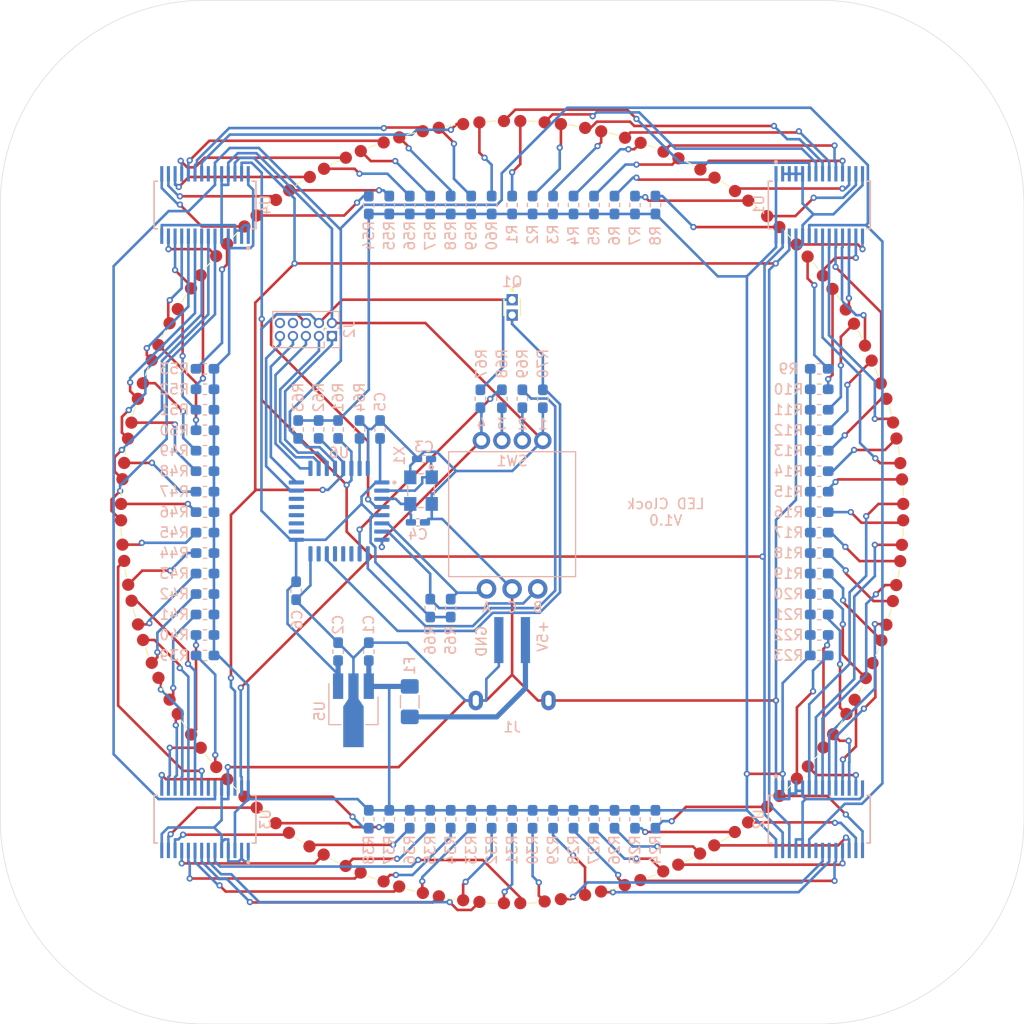
<source format=kicad_pcb>
(kicad_pcb (version 20171130) (host pcbnew "(5.1.5-0-10_14)")
  (title_block (title "LED Clock") (date 2021-01-16) (rev 1.0))
  (layers (0 F.Cu signal) (31 B.Cu signal) (34 B.Paste user) (35 F.Paste user) (36 B.SilkS user) (37 F.SilkS user) (38 B.Mask user) (39 F.Mask user) (44 Edge.Cuts user))
  (net 0 "")
  (net 1 GND)
  (net 2 +5V)
  (net 3 +3V3)
  (net 4 OSC_I)
  (net 5 OSC_O)
  (net 6 "Net-(D1-Pad2)")
  (net 7 "Net-(D1-Pad1)")
  (net 8 "Net-(D2-Pad2)")
  (net 9 "Net-(D2-Pad1)")
  (net 10 "Net-(D3-Pad2)")
  (net 11 "Net-(D3-Pad1)")
  (net 12 "Net-(D4-Pad2)")
  (net 13 "Net-(D4-Pad1)")
  (net 14 "Net-(D5-Pad2)")
  (net 15 "Net-(D5-Pad1)")
  (net 16 "Net-(D6-Pad2)")
  (net 17 "Net-(D6-Pad1)")
  (net 18 "Net-(D7-Pad2)")
  (net 19 "Net-(D7-Pad1)")
  (net 20 "Net-(D8-Pad2)")
  (net 21 "Net-(D8-Pad1)")
  (net 22 "Net-(D9-Pad2)")
  (net 23 "Net-(D9-Pad1)")
  (net 24 "Net-(D10-Pad2)")
  (net 25 "Net-(D10-Pad1)")
  (net 26 "Net-(D11-Pad2)")
  (net 27 "Net-(D11-Pad1)")
  (net 28 "Net-(D12-Pad2)")
  (net 29 "Net-(D12-Pad1)")
  (net 30 "Net-(D13-Pad2)")
  (net 31 "Net-(D13-Pad1)")
  (net 32 "Net-(D14-Pad2)")
  (net 33 "Net-(D14-Pad1)")
  (net 34 "Net-(D15-Pad2)")
  (net 35 "Net-(D15-Pad1)")
  (net 36 "Net-(D16-Pad2)")
  (net 37 "Net-(D16-Pad1)")
  (net 38 "Net-(D17-Pad2)")
  (net 39 "Net-(D17-Pad1)")
  (net 40 "Net-(D18-Pad2)")
  (net 41 "Net-(D18-Pad1)")
  (net 42 "Net-(D19-Pad2)")
  (net 43 "Net-(D19-Pad1)")
  (net 44 "Net-(D20-Pad2)")
  (net 45 "Net-(D20-Pad1)")
  (net 46 "Net-(D21-Pad2)")
  (net 47 "Net-(D21-Pad1)")
  (net 48 "Net-(D22-Pad2)")
  (net 49 "Net-(D22-Pad1)")
  (net 50 "Net-(D23-Pad2)")
  (net 51 "Net-(D23-Pad1)")
  (net 52 "Net-(D24-Pad2)")
  (net 53 "Net-(D24-Pad1)")
  (net 54 "Net-(D25-Pad2)")
  (net 55 "Net-(D25-Pad1)")
  (net 56 "Net-(D26-Pad2)")
  (net 57 "Net-(D26-Pad1)")
  (net 58 "Net-(D27-Pad2)")
  (net 59 "Net-(D27-Pad1)")
  (net 60 "Net-(D28-Pad2)")
  (net 61 "Net-(D28-Pad1)")
  (net 62 "Net-(D29-Pad2)")
  (net 63 "Net-(D29-Pad1)")
  (net 64 "Net-(D30-Pad2)")
  (net 65 "Net-(D30-Pad1)")
  (net 66 "Net-(D31-Pad2)")
  (net 67 "Net-(D31-Pad1)")
  (net 68 "Net-(D32-Pad2)")
  (net 69 "Net-(D32-Pad1)")
  (net 70 "Net-(D33-Pad2)")
  (net 71 "Net-(D33-Pad1)")
  (net 72 "Net-(D34-Pad2)")
  (net 73 "Net-(D34-Pad1)")
  (net 74 "Net-(D35-Pad2)")
  (net 75 "Net-(D35-Pad1)")
  (net 76 "Net-(D36-Pad2)")
  (net 77 "Net-(D36-Pad1)")
  (net 78 "Net-(D37-Pad2)")
  (net 79 "Net-(D37-Pad1)")
  (net 80 "Net-(D38-Pad2)")
  (net 81 "Net-(D38-Pad1)")
  (net 82 "Net-(D39-Pad2)")
  (net 83 "Net-(D39-Pad1)")
  (net 84 "Net-(D40-Pad2)")
  (net 85 "Net-(D40-Pad1)")
  (net 86 "Net-(D41-Pad2)")
  (net 87 "Net-(D41-Pad1)")
  (net 88 "Net-(D42-Pad2)")
  (net 89 "Net-(D42-Pad1)")
  (net 90 "Net-(D43-Pad2)")
  (net 91 "Net-(D43-Pad1)")
  (net 92 "Net-(D44-Pad2)")
  (net 93 "Net-(D44-Pad1)")
  (net 94 "Net-(D45-Pad2)")
  (net 95 "Net-(D45-Pad1)")
  (net 96 "Net-(D46-Pad2)")
  (net 97 "Net-(D46-Pad1)")
  (net 98 "Net-(D47-Pad2)")
  (net 99 "Net-(D47-Pad1)")
  (net 100 "Net-(D48-Pad2)")
  (net 101 "Net-(D48-Pad1)")
  (net 102 "Net-(D49-Pad2)")
  (net 103 "Net-(D49-Pad1)")
  (net 104 "Net-(D50-Pad2)")
  (net 105 "Net-(D50-Pad1)")
  (net 106 "Net-(D51-Pad2)")
  (net 107 "Net-(D51-Pad1)")
  (net 108 "Net-(D52-Pad2)")
  (net 109 "Net-(D52-Pad1)")
  (net 110 "Net-(D53-Pad2)")
  (net 111 "Net-(D53-Pad1)")
  (net 112 "Net-(D54-Pad2)")
  (net 113 "Net-(D54-Pad1)")
  (net 114 "Net-(D55-Pad2)")
  (net 115 "Net-(D55-Pad1)")
  (net 116 "Net-(D56-Pad2)")
  (net 117 "Net-(D56-Pad1)")
  (net 118 "Net-(D57-Pad2)")
  (net 119 "Net-(D57-Pad1)")
  (net 120 "Net-(D58-Pad2)")
  (net 121 "Net-(D58-Pad1)")
  (net 122 "Net-(D59-Pad2)")
  (net 123 "Net-(D59-Pad1)")
  (net 124 "Net-(D60-Pad2)")
  (net 125 "Net-(D60-Pad1)")
  (net 126 "Net-(F1-Pad2)")
  (net 127 SWDIO)
  (net 128 SWCLC)
  (net 129 NRST)
  (net 130 TDI)
  (net 131 SWO)
  (net 132 TRST)
  (net 133 LIGHT)
  (net 134 SDA)
  (net 135 SCL)
  (net 136 LED_OE)
  (net 137 "Net-(R64-Pad1)")
  (net 138 ENCODER_A)
  (net 139 ENCODER_B)
  (net 140 ENCODER_SW)
  (net 141 ENCODER_LED2)
  (net 142 "Net-(R68-Pad1)")
  (net 143 ENCODER_LED1)
  (net 144 "Net-(R69-Pad1)")
  (module LedClock:NJL7502R (layer F.Cu) (at 0 -20)
    (fp_text reference Q1 (at 0 -2.5) (layer B.SilkS) (effects (justify mirror)))
    (fp_text value NJL7502R)
    (pad 2 thru_hole rect (at 0 0.75) (size 1.1 1.1) (drill 0.7) (layers *.Cu *.Mask) (net 133 LIGHT))
    (pad 1 thru_hole rect (at 0 -0.75) (size 1.1 1.1) (drill 0.7) (layers *.Cu *.Mask) (net 3 +3V3))
  )
  (module Connector_PinHeader_1.27mm:PinHeader_2x05_P1.27mm_Vertical (layer B.Cu) (at -17.6 -17.2 90)
    (fp_text reference J2 (at 0.635 1.695 90) (layer B.SilkS) (effects (justify mirror)))
    (fp_text value STM32_Debug)
    (pad 10 thru_hole oval (at 1.27 -5.08 90) (size 1 1) (drill 0.65) (layers *.Cu *.Mask))
    (pad 9 thru_hole oval (at 0 -5.08 90) (size 1 1) (drill 0.65) (layers *.Cu *.Mask) (net 127 SWDIO))
    (pad 8 thru_hole oval (at 1.27 -3.81 90) (size 1 1) (drill 0.65) (layers *.Cu *.Mask))
    (pad 7 thru_hole oval (at 0 -3.81 90) (size 1 1) (drill 0.65) (layers *.Cu *.Mask) (net 128 SWCLC))
    (pad 6 thru_hole oval (at 1.27 -2.54 90) (size 1 1) (drill 0.65) (layers *.Cu *.Mask) (net 129 NRST))
    (pad 5 thru_hole oval (at 0 -2.54 90) (size 1 1) (drill 0.65) (layers *.Cu *.Mask) (net 130 TDI))
    (pad 4 thru_hole oval (at 1.27 -1.27 90) (size 1 1) (drill 0.65) (layers *.Cu *.Mask) (net 3 +3V3))
    (pad 3 thru_hole oval (at 0 -1.27 90) (size 1 1) (drill 0.65) (layers *.Cu *.Mask) (net 131 SWO))
    (pad 2 thru_hole oval (at 1.27 0 90) (size 1 1) (drill 0.65) (layers *.Cu *.Mask) (net 1 GND))
    (pad 1 thru_hole rect (at 0 0 90) (size 1 1) (drill 0.65) (layers *.Cu *.Mask) (net 132 TRST))
  )
  (module LedClock:Crystal_SMD_3225-4Pin_3.2x2.5mm_HandSoldering (layer B.Cu) (at -8.9 -2.1 270)
    (fp_text reference X1 (at -3.4 2.1 90) (layer B.SilkS) (effects (justify mirror)))
    (fp_text value 12MHz)
    (pad 4 smd rect (at -1.3 1.05 270) (size 1.35 1.2) (layers B.Cu B.Paste B.Mask) (net 1 GND))
    (pad 3 smd rect (at 1.3 1.05 270) (size 1.35 1.2) (layers B.Cu B.Paste B.Mask) (net 5 OSC_O))
    (pad 2 smd rect (at 1.3 -1.05 270) (size 1.35 1.2) (layers B.Cu B.Paste B.Mask) (net 1 GND))
    (pad 1 smd rect (at -1.3 -1.05 270) (size 1.35 1.2) (layers B.Cu B.Paste B.Mask) (net 4 OSC_I))
  )
  (module LedClock:LQFP-32_7x7mm_P0.8mm_FusionPCB (layer B.Cu) (at -16.9 -0.1 180)
    (fp_text reference U6 (at 0 5.7) (layer B.SilkS) (effects (justify mirror)))
    (fp_text value STM32F303K8Tx)
    (pad 32 smd roundrect (at -2.8 4.175 180) (size 0.4 1.5) (layers B.Cu B.Paste B.Mask) (net 1 GND))
    (pad 31 smd roundrect (at -2 4.175 180) (size 0.4 1.5) (layers B.Cu B.Paste B.Mask) (net 137 "Net-(R64-Pad1)"))
    (pad 30 smd roundrect (at -1.2 4.175 180) (size 0.4 1.5) (layers B.Cu B.Paste B.Mask) (net 134 SDA))
    (pad 29 smd roundrect (at -0.4 4.175 180) (size 0.4 1.5) (layers B.Cu B.Paste B.Mask) (net 135 SCL))
    (pad 28 smd roundrect (at 0.4 4.175 180) (size 0.4 1.5) (layers B.Cu B.Paste B.Mask) (net 136 LED_OE))
    (pad 27 smd roundrect (at 1.2 4.175 180) (size 0.4 1.5) (layers B.Cu B.Paste B.Mask) (net 132 TRST))
    (pad 26 smd roundrect (at 2 4.175 180) (size 0.4 1.5) (layers B.Cu B.Paste B.Mask) (net 131 SWO))
    (pad 25 smd roundrect (at 2.8 4.175 180) (size 0.4 1.5) (layers B.Cu B.Paste B.Mask) (net 130 TDI))
    (pad 24 smd roundrect (at 4.175 2.8 180) (size 1.5 0.4) (layers B.Cu B.Paste B.Mask) (net 128 SWCLC))
    (pad 23 smd roundrect (at 4.175 2 180) (size 1.5 0.4) (layers B.Cu B.Paste B.Mask) (net 127 SWDIO))
    (pad 22 smd roundrect (at 4.175 1.2 180) (size 1.5 0.4) (layers B.Cu B.Paste B.Mask))
    (pad 21 smd roundrect (at 4.175 0.4 180) (size 1.5 0.4) (layers B.Cu B.Paste B.Mask))
    (pad 20 smd roundrect (at 4.175 -0.4 180) (size 1.5 0.4) (layers B.Cu B.Paste B.Mask))
    (pad 19 smd roundrect (at 4.175 -1.2 180) (size 1.5 0.4) (layers B.Cu B.Paste B.Mask))
    (pad 18 smd roundrect (at 4.175 -2 180) (size 1.5 0.4) (layers B.Cu B.Paste B.Mask))
    (pad 17 smd roundrect (at 4.175 -2.8 180) (size 1.5 0.4) (layers B.Cu B.Paste B.Mask) (net 3 +3V3))
    (pad 16 smd roundrect (at 2.8 -4.175 180) (size 0.4 1.5) (layers B.Cu B.Paste B.Mask) (net 1 GND))
    (pad 15 smd roundrect (at 2 -4.175 180) (size 0.4 1.5) (layers B.Cu B.Paste B.Mask))
    (pad 14 smd roundrect (at 1.2 -4.175 180) (size 0.4 1.5) (layers B.Cu B.Paste B.Mask) (net 133 LIGHT))
    (pad 13 smd roundrect (at 0.4 -4.175 180) (size 0.4 1.5) (layers B.Cu B.Paste B.Mask))
    (pad 12 smd roundrect (at -0.4 -4.175 180) (size 0.4 1.5) (layers B.Cu B.Paste B.Mask))
    (pad 11 smd roundrect (at -1.2 -4.175 180) (size 0.4 1.5) (layers B.Cu B.Paste B.Mask))
    (pad 10 smd roundrect (at -2 -4.175 180) (size 0.4 1.5) (layers B.Cu B.Paste B.Mask) (net 141 ENCODER_LED2))
    (pad 9 smd roundrect (at -2.8 -4.175 180) (size 0.4 1.5) (layers B.Cu B.Paste B.Mask) (net 143 ENCODER_LED1))
    (pad 8 smd roundrect (at -4.175 -2.8 180) (size 1.5 0.4) (layers B.Cu B.Paste B.Mask) (net 140 ENCODER_SW))
    (pad 7 smd roundrect (at -4.175 -2 180) (size 1.5 0.4) (layers B.Cu B.Paste B.Mask) (net 139 ENCODER_B))
    (pad 6 smd roundrect (at -4.175 -1.2 180) (size 1.5 0.4) (layers B.Cu B.Paste B.Mask) (net 138 ENCODER_A))
    (pad 5 smd roundrect (at -4.175 -0.4 180) (size 1.5 0.4) (layers B.Cu B.Paste B.Mask) (net 3 +3V3))
    (pad 4 smd roundrect (at -4.175 0.4 180) (size 1.5 0.4) (layers B.Cu B.Paste B.Mask) (net 129 NRST))
    (pad 3 smd roundrect (at -4.175 1.2 180) (size 1.5 0.4) (layers B.Cu B.Paste B.Mask) (net 5 OSC_O))
    (pad 2 smd roundrect (at -4.175 2 180) (size 1.5 0.4) (layers B.Cu B.Paste B.Mask) (net 4 OSC_I))
    (pad 1 smd roundrect (at -4.175 2.8 180) (size 1.5 0.4) (layers B.Cu B.Paste B.Mask) (net 3 +3V3))
  )
  (module Package_TO_SOT_SMD:SOT-89-3_Handsoldering (layer B.Cu) (at -15.5 18.98 270)
    (fp_text reference U5 (at 0.45 3.3 90) (layer B.SilkS) (effects (justify mirror)))
    (fp_text value NJM78L33SU3)
    (pad 2 smd trapezoid (at -0.37 0 180) (size 1.5 0.75) (rect_delta 0 -0.5) (layers B.Cu B.Paste B.Mask) (net 1 GND))
    (pad 2 smd rect (at 1.98 0) (size 2 4) (layers B.Cu B.Paste B.Mask) (net 1 GND))
    (pad 3 smd rect (at -1.98 -1.5) (size 1 2.5) (layers B.Cu B.Paste B.Mask) (net 2 +5V))
    (pad 2 smd rect (at -1.98 0) (size 1 2.5) (layers B.Cu B.Paste B.Mask) (net 1 GND))
    (pad 1 smd rect (at -1.98 1.5) (size 1 2.5) (layers B.Cu B.Paste B.Mask) (net 3 +3V3))
  )
  (module LedClock:TSSOP-28_4.4x9.7mm_P0.65mm (layer B.Cu) (at -30 -30 90)
    (fp_text reference U4 (at 0 5.9 90) (layer B.SilkS) (effects (justify mirror)))
    (fp_text value PCA9635)
    (pad 1 smd rect (at -3.048 4.225 90) (size 1.5 0.3) (layers B.Cu B.Paste B.Mask) (net 1 GND))
    (pad 2 smd rect (at -3.048 3.575 90) (size 1.5 0.3) (layers B.Cu B.Paste B.Mask) (net 1 GND))
    (pad 3 smd rect (at -3.048 2.925 90) (size 1.5 0.3) (layers B.Cu B.Paste B.Mask) (net 1 GND))
    (pad 4 smd rect (at -3.048 2.275 90) (size 1.5 0.3) (layers B.Cu B.Paste B.Mask) (net 2 +5V))
    (pad 5 smd rect (at -3.048 1.625 90) (size 1.5 0.3) (layers B.Cu B.Paste B.Mask) (net 1 GND))
    (pad 6 smd rect (at -3.048 0.975 90) (size 1.5 0.3) (layers B.Cu B.Paste B.Mask) (net 97 "Net-(D46-Pad1)"))
    (pad 7 smd rect (at -3.048 0.325 90) (size 1.5 0.3) (layers B.Cu B.Paste B.Mask) (net 99 "Net-(D47-Pad1)"))
    (pad 8 smd rect (at -3.048 -0.325 90) (size 1.5 0.3) (layers B.Cu B.Paste B.Mask) (net 101 "Net-(D48-Pad1)"))
    (pad 9 smd rect (at -3.048 -0.975 90) (size 1.5 0.3) (layers B.Cu B.Paste B.Mask) (net 103 "Net-(D49-Pad1)"))
    (pad 10 smd rect (at -3.048 -1.625 90) (size 1.5 0.3) (layers B.Cu B.Paste B.Mask) (net 105 "Net-(D50-Pad1)"))
    (pad 11 smd rect (at -3.048 -2.275 90) (size 1.5 0.3) (layers B.Cu B.Paste B.Mask) (net 107 "Net-(D51-Pad1)"))
    (pad 12 smd rect (at -3.048 -2.925 90) (size 1.5 0.3) (layers B.Cu B.Paste B.Mask) (net 109 "Net-(D52-Pad1)"))
    (pad 13 smd rect (at -3.048 -3.575 90) (size 1.5 0.3) (layers B.Cu B.Paste B.Mask) (net 111 "Net-(D53-Pad1)"))
    (pad 14 smd rect (at -3.048 -4.225 90) (size 1.5 0.3) (layers B.Cu B.Paste B.Mask) (net 1 GND))
    (pad 15 smd rect (at 3.048 -4.225 90) (size 1.5 0.3) (layers B.Cu B.Paste B.Mask) (net 113 "Net-(D54-Pad1)"))
    (pad 16 smd rect (at 3.048 -3.575 90) (size 1.5 0.3) (layers B.Cu B.Paste B.Mask) (net 115 "Net-(D55-Pad1)"))
    (pad 17 smd rect (at 3.048 -2.921 90) (size 1.5 0.3) (layers B.Cu B.Paste B.Mask) (net 117 "Net-(D56-Pad1)"))
    (pad 18 smd rect (at 3.048 -2.275 90) (size 1.5 0.3) (layers B.Cu B.Paste B.Mask) (net 119 "Net-(D57-Pad1)"))
    (pad 19 smd rect (at 3.048 -1.625 90) (size 1.5 0.3) (layers B.Cu B.Paste B.Mask) (net 121 "Net-(D58-Pad1)"))
    (pad 20 smd rect (at 3.048 -0.975 90) (size 1.5 0.3) (layers B.Cu B.Paste B.Mask) (net 123 "Net-(D59-Pad1)"))
    (pad 21 smd rect (at 3.048 -0.325 90) (size 1.5 0.3) (layers B.Cu B.Paste B.Mask) (net 125 "Net-(D60-Pad1)"))
    (pad 22 smd rect (at 3.048 0.325 90) (size 1.5 0.3) (layers B.Cu B.Paste B.Mask))
    (pad 23 smd rect (at 3.048 0.975 90) (size 1.5 0.3) (layers B.Cu B.Paste B.Mask) (net 136 LED_OE))
    (pad 24 smd rect (at 3.048 1.625 90) (size 1.5 0.3) (layers B.Cu B.Paste B.Mask) (net 1 GND))
    (pad 25 smd rect (at 3.048 2.275 90) (size 1.5 0.3) (layers B.Cu B.Paste B.Mask) (net 1 GND))
    (pad 26 smd rect (at 3.048 2.925 90) (size 1.5 0.3) (layers B.Cu B.Paste B.Mask) (net 135 SCL))
    (pad 27 smd rect (at 3.048 3.575 90) (size 1.5 0.3) (layers B.Cu B.Paste B.Mask) (net 134 SDA))
    (pad 28 smd rect (at 3.048 4.225 90) (size 1.5 0.3) (layers B.Cu B.Paste B.Mask) (net 2 +5V))
  )
  (module LedClock:TSSOP-28_4.4x9.7mm_P0.65mm (layer B.Cu) (at -30 30 90)
    (fp_text reference U3 (at 0 5.9 90) (layer B.SilkS) (effects (justify mirror)))
    (fp_text value PCA9635)
    (pad 1 smd rect (at -3.048 4.225 90) (size 1.5 0.3) (layers B.Cu B.Paste B.Mask) (net 1 GND))
    (pad 2 smd rect (at -3.048 3.575 90) (size 1.5 0.3) (layers B.Cu B.Paste B.Mask) (net 1 GND))
    (pad 3 smd rect (at -3.048 2.925 90) (size 1.5 0.3) (layers B.Cu B.Paste B.Mask) (net 2 +5V))
    (pad 4 smd rect (at -3.048 2.275 90) (size 1.5 0.3) (layers B.Cu B.Paste B.Mask) (net 1 GND))
    (pad 5 smd rect (at -3.048 1.625 90) (size 1.5 0.3) (layers B.Cu B.Paste B.Mask) (net 1 GND))
    (pad 6 smd rect (at -3.048 0.975 90) (size 1.5 0.3) (layers B.Cu B.Paste B.Mask) (net 67 "Net-(D31-Pad1)"))
    (pad 7 smd rect (at -3.048 0.325 90) (size 1.5 0.3) (layers B.Cu B.Paste B.Mask) (net 69 "Net-(D32-Pad1)"))
    (pad 8 smd rect (at -3.048 -0.325 90) (size 1.5 0.3) (layers B.Cu B.Paste B.Mask) (net 71 "Net-(D33-Pad1)"))
    (pad 9 smd rect (at -3.048 -0.975 90) (size 1.5 0.3) (layers B.Cu B.Paste B.Mask) (net 73 "Net-(D34-Pad1)"))
    (pad 10 smd rect (at -3.048 -1.625 90) (size 1.5 0.3) (layers B.Cu B.Paste B.Mask) (net 75 "Net-(D35-Pad1)"))
    (pad 11 smd rect (at -3.048 -2.275 90) (size 1.5 0.3) (layers B.Cu B.Paste B.Mask) (net 77 "Net-(D36-Pad1)"))
    (pad 12 smd rect (at -3.048 -2.925 90) (size 1.5 0.3) (layers B.Cu B.Paste B.Mask) (net 79 "Net-(D37-Pad1)"))
    (pad 13 smd rect (at -3.048 -3.575 90) (size 1.5 0.3) (layers B.Cu B.Paste B.Mask) (net 81 "Net-(D38-Pad1)"))
    (pad 14 smd rect (at -3.048 -4.225 90) (size 1.5 0.3) (layers B.Cu B.Paste B.Mask) (net 1 GND))
    (pad 15 smd rect (at 3.048 -4.225 90) (size 1.5 0.3) (layers B.Cu B.Paste B.Mask) (net 83 "Net-(D39-Pad1)"))
    (pad 16 smd rect (at 3.048 -3.575 90) (size 1.5 0.3) (layers B.Cu B.Paste B.Mask) (net 85 "Net-(D40-Pad1)"))
    (pad 17 smd rect (at 3.048 -2.921 90) (size 1.5 0.3) (layers B.Cu B.Paste B.Mask) (net 87 "Net-(D41-Pad1)"))
    (pad 18 smd rect (at 3.048 -2.275 90) (size 1.5 0.3) (layers B.Cu B.Paste B.Mask) (net 89 "Net-(D42-Pad1)"))
    (pad 19 smd rect (at 3.048 -1.625 90) (size 1.5 0.3) (layers B.Cu B.Paste B.Mask) (net 91 "Net-(D43-Pad1)"))
    (pad 20 smd rect (at 3.048 -0.975 90) (size 1.5 0.3) (layers B.Cu B.Paste B.Mask) (net 93 "Net-(D44-Pad1)"))
    (pad 21 smd rect (at 3.048 -0.325 90) (size 1.5 0.3) (layers B.Cu B.Paste B.Mask) (net 95 "Net-(D45-Pad1)"))
    (pad 22 smd rect (at 3.048 0.325 90) (size 1.5 0.3) (layers B.Cu B.Paste B.Mask))
    (pad 23 smd rect (at 3.048 0.975 90) (size 1.5 0.3) (layers B.Cu B.Paste B.Mask) (net 136 LED_OE))
    (pad 24 smd rect (at 3.048 1.625 90) (size 1.5 0.3) (layers B.Cu B.Paste B.Mask) (net 1 GND))
    (pad 25 smd rect (at 3.048 2.275 90) (size 1.5 0.3) (layers B.Cu B.Paste B.Mask) (net 1 GND))
    (pad 26 smd rect (at 3.048 2.925 90) (size 1.5 0.3) (layers B.Cu B.Paste B.Mask) (net 135 SCL))
    (pad 27 smd rect (at 3.048 3.575 90) (size 1.5 0.3) (layers B.Cu B.Paste B.Mask) (net 134 SDA))
    (pad 28 smd rect (at 3.048 4.225 90) (size 1.5 0.3) (layers B.Cu B.Paste B.Mask) (net 2 +5V))
  )
  (module LedClock:TSSOP-28_4.4x9.7mm_P0.65mm (layer B.Cu) (at 30 30 270)
    (fp_text reference U2 (at 0 5.9 90) (layer B.SilkS) (effects (justify mirror)))
    (fp_text value PCA9635)
    (pad 1 smd rect (at -3.048 4.225 270) (size 1.5 0.3) (layers B.Cu B.Paste B.Mask) (net 1 GND))
    (pad 2 smd rect (at -3.048 3.575 270) (size 1.5 0.3) (layers B.Cu B.Paste B.Mask) (net 2 +5V))
    (pad 3 smd rect (at -3.048 2.925 270) (size 1.5 0.3) (layers B.Cu B.Paste B.Mask) (net 1 GND))
    (pad 4 smd rect (at -3.048 2.275 270) (size 1.5 0.3) (layers B.Cu B.Paste B.Mask) (net 1 GND))
    (pad 5 smd rect (at -3.048 1.625 270) (size 1.5 0.3) (layers B.Cu B.Paste B.Mask) (net 1 GND))
    (pad 6 smd rect (at -3.048 0.975 270) (size 1.5 0.3) (layers B.Cu B.Paste B.Mask) (net 37 "Net-(D16-Pad1)"))
    (pad 7 smd rect (at -3.048 0.325 270) (size 1.5 0.3) (layers B.Cu B.Paste B.Mask) (net 39 "Net-(D17-Pad1)"))
    (pad 8 smd rect (at -3.048 -0.325 270) (size 1.5 0.3) (layers B.Cu B.Paste B.Mask) (net 41 "Net-(D18-Pad1)"))
    (pad 9 smd rect (at -3.048 -0.975 270) (size 1.5 0.3) (layers B.Cu B.Paste B.Mask) (net 43 "Net-(D19-Pad1)"))
    (pad 10 smd rect (at -3.048 -1.625 270) (size 1.5 0.3) (layers B.Cu B.Paste B.Mask) (net 45 "Net-(D20-Pad1)"))
    (pad 11 smd rect (at -3.048 -2.275 270) (size 1.5 0.3) (layers B.Cu B.Paste B.Mask) (net 47 "Net-(D21-Pad1)"))
    (pad 12 smd rect (at -3.048 -2.925 270) (size 1.5 0.3) (layers B.Cu B.Paste B.Mask) (net 49 "Net-(D22-Pad1)"))
    (pad 13 smd rect (at -3.048 -3.575 270) (size 1.5 0.3) (layers B.Cu B.Paste B.Mask) (net 51 "Net-(D23-Pad1)"))
    (pad 14 smd rect (at -3.048 -4.225 270) (size 1.5 0.3) (layers B.Cu B.Paste B.Mask) (net 1 GND))
    (pad 15 smd rect (at 3.048 -4.225 270) (size 1.5 0.3) (layers B.Cu B.Paste B.Mask) (net 53 "Net-(D24-Pad1)"))
    (pad 16 smd rect (at 3.048 -3.575 270) (size 1.5 0.3) (layers B.Cu B.Paste B.Mask) (net 55 "Net-(D25-Pad1)"))
    (pad 17 smd rect (at 3.048 -2.921 270) (size 1.5 0.3) (layers B.Cu B.Paste B.Mask) (net 57 "Net-(D26-Pad1)"))
    (pad 18 smd rect (at 3.048 -2.275 270) (size 1.5 0.3) (layers B.Cu B.Paste B.Mask) (net 59 "Net-(D27-Pad1)"))
    (pad 19 smd rect (at 3.048 -1.625 270) (size 1.5 0.3) (layers B.Cu B.Paste B.Mask) (net 61 "Net-(D28-Pad1)"))
    (pad 20 smd rect (at 3.048 -0.975 270) (size 1.5 0.3) (layers B.Cu B.Paste B.Mask) (net 63 "Net-(D29-Pad1)"))
    (pad 21 smd rect (at 3.048 -0.325 270) (size 1.5 0.3) (layers B.Cu B.Paste B.Mask) (net 65 "Net-(D30-Pad1)"))
    (pad 22 smd rect (at 3.048 0.325 270) (size 1.5 0.3) (layers B.Cu B.Paste B.Mask))
    (pad 23 smd rect (at 3.048 0.975 270) (size 1.5 0.3) (layers B.Cu B.Paste B.Mask) (net 136 LED_OE))
    (pad 24 smd rect (at 3.048 1.625 270) (size 1.5 0.3) (layers B.Cu B.Paste B.Mask) (net 1 GND))
    (pad 25 smd rect (at 3.048 2.275 270) (size 1.5 0.3) (layers B.Cu B.Paste B.Mask) (net 1 GND))
    (pad 26 smd rect (at 3.048 2.925 270) (size 1.5 0.3) (layers B.Cu B.Paste B.Mask) (net 135 SCL))
    (pad 27 smd rect (at 3.048 3.575 270) (size 1.5 0.3) (layers B.Cu B.Paste B.Mask) (net 134 SDA))
    (pad 28 smd rect (at 3.048 4.225 270) (size 1.5 0.3) (layers B.Cu B.Paste B.Mask) (net 2 +5V))
  )
  (module LedClock:TSSOP-28_4.4x9.7mm_P0.65mm (layer B.Cu) (at 30 -30 270)
    (fp_text reference U1 (at 0 5.9 90) (layer B.SilkS) (effects (justify mirror)))
    (fp_text value PCA9635)
    (pad 1 smd rect (at -3.048 4.225 270) (size 1.5 0.3) (layers B.Cu B.Paste B.Mask) (net 2 +5V))
    (pad 2 smd rect (at -3.048 3.575 270) (size 1.5 0.3) (layers B.Cu B.Paste B.Mask) (net 1 GND))
    (pad 3 smd rect (at -3.048 2.925 270) (size 1.5 0.3) (layers B.Cu B.Paste B.Mask) (net 1 GND))
    (pad 4 smd rect (at -3.048 2.275 270) (size 1.5 0.3) (layers B.Cu B.Paste B.Mask) (net 1 GND))
    (pad 5 smd rect (at -3.048 1.625 270) (size 1.5 0.3) (layers B.Cu B.Paste B.Mask) (net 1 GND))
    (pad 6 smd rect (at -3.048 0.975 270) (size 1.5 0.3) (layers B.Cu B.Paste B.Mask) (net 7 "Net-(D1-Pad1)"))
    (pad 7 smd rect (at -3.048 0.325 270) (size 1.5 0.3) (layers B.Cu B.Paste B.Mask) (net 9 "Net-(D2-Pad1)"))
    (pad 8 smd rect (at -3.048 -0.325 270) (size 1.5 0.3) (layers B.Cu B.Paste B.Mask) (net 11 "Net-(D3-Pad1)"))
    (pad 9 smd rect (at -3.048 -0.975 270) (size 1.5 0.3) (layers B.Cu B.Paste B.Mask) (net 13 "Net-(D4-Pad1)"))
    (pad 10 smd rect (at -3.048 -1.625 270) (size 1.5 0.3) (layers B.Cu B.Paste B.Mask) (net 15 "Net-(D5-Pad1)"))
    (pad 11 smd rect (at -3.048 -2.275 270) (size 1.5 0.3) (layers B.Cu B.Paste B.Mask) (net 17 "Net-(D6-Pad1)"))
    (pad 12 smd rect (at -3.048 -2.925 270) (size 1.5 0.3) (layers B.Cu B.Paste B.Mask) (net 19 "Net-(D7-Pad1)"))
    (pad 13 smd rect (at -3.048 -3.575 270) (size 1.5 0.3) (layers B.Cu B.Paste B.Mask) (net 21 "Net-(D8-Pad1)"))
    (pad 14 smd rect (at -3.048 -4.225 270) (size 1.5 0.3) (layers B.Cu B.Paste B.Mask) (net 1 GND))
    (pad 15 smd rect (at 3.048 -4.225 270) (size 1.5 0.3) (layers B.Cu B.Paste B.Mask) (net 23 "Net-(D9-Pad1)"))
    (pad 16 smd rect (at 3.048 -3.575 270) (size 1.5 0.3) (layers B.Cu B.Paste B.Mask) (net 25 "Net-(D10-Pad1)"))
    (pad 17 smd rect (at 3.048 -2.921 270) (size 1.5 0.3) (layers B.Cu B.Paste B.Mask) (net 27 "Net-(D11-Pad1)"))
    (pad 18 smd rect (at 3.048 -2.275 270) (size 1.5 0.3) (layers B.Cu B.Paste B.Mask) (net 29 "Net-(D12-Pad1)"))
    (pad 19 smd rect (at 3.048 -1.625 270) (size 1.5 0.3) (layers B.Cu B.Paste B.Mask) (net 31 "Net-(D13-Pad1)"))
    (pad 20 smd rect (at 3.048 -0.975 270) (size 1.5 0.3) (layers B.Cu B.Paste B.Mask) (net 33 "Net-(D14-Pad1)"))
    (pad 21 smd rect (at 3.048 -0.325 270) (size 1.5 0.3) (layers B.Cu B.Paste B.Mask) (net 35 "Net-(D15-Pad1)"))
    (pad 22 smd rect (at 3.048 0.325 270) (size 1.5 0.3) (layers B.Cu B.Paste B.Mask))
    (pad 23 smd rect (at 3.048 0.975 270) (size 1.5 0.3) (layers B.Cu B.Paste B.Mask) (net 136 LED_OE))
    (pad 24 smd rect (at 3.048 1.625 270) (size 1.5 0.3) (layers B.Cu B.Paste B.Mask) (net 1 GND))
    (pad 25 smd rect (at 3.048 2.275 270) (size 1.5 0.3) (layers B.Cu B.Paste B.Mask) (net 1 GND))
    (pad 26 smd rect (at 3.048 2.925 270) (size 1.5 0.3) (layers B.Cu B.Paste B.Mask) (net 135 SCL))
    (pad 27 smd rect (at 3.048 3.575 270) (size 1.5 0.3) (layers B.Cu B.Paste B.Mask) (net 134 SDA))
    (pad 28 smd rect (at 3.048 4.225 270) (size 1.5 0.3) (layers B.Cu B.Paste B.Mask) (net 2 +5V))
  )
  (module LedClock:Rotary_Encoder_SW_2LED (layer F.Cu) (at 0 0)
    (fp_text reference SW1 (at 0 -5) (layer B.SilkS) (effects (justify mirror)))
    (fp_text value Rotary_Encoder)
    (fp_text user 4 (at -3 -8.6) (layer B.SilkS) (effects (justify mirror)))
    (fp_text user 3 (at -1 -8.6) (layer B.SilkS) (effects (justify mirror)))
    (fp_text user 2 (at 1 -8.6) (layer B.SilkS) (effects (justify mirror)))
    (fp_text user 1 (at 3 -8.6) (layer B.SilkS) (effects (justify mirror)))
    (fp_text user B (at 2.5 9.3) (layer B.SilkS) (effects (justify mirror)))
    (fp_text user C (at 0 9.3) (layer B.SilkS) (effects (justify mirror)))
    (fp_text user A (at -2.5 9.3) (layer B.SilkS) (effects (justify mirror)))
    (pad "" np_thru_hole circle (at 0 0) (size 7 7) (drill 7) (layers *.Cu *.Mask))
    (pad 4 thru_hole circle (at -3 -7) (size 1.7 1.7) (drill 1) (layers *.Cu *.Mask) (net 140 ENCODER_SW))
    (pad 3 thru_hole circle (at -1 -7) (size 1.7 1.7) (drill 1) (layers *.Cu *.Mask) (net 142 "Net-(R68-Pad1)"))
    (pad 2 thru_hole circle (at 1 -7) (size 1.7 1.7) (drill 1) (layers *.Cu *.Mask) (net 144 "Net-(R69-Pad1)"))
    (pad 1 thru_hole circle (at 3 -7) (size 1.7 1.7) (drill 1) (layers *.Cu *.Mask) (net 1 GND))
    (pad C thru_hole circle (at 0 7.5) (size 1.9 1.9) (drill 1.1) (layers *.Cu *.Mask) (net 1 GND))
    (pad B thru_hole circle (at 2.5 7.5) (size 1.9 1.9) (drill 1.1) (layers *.Cu *.Mask) (net 139 ENCODER_B))
    (pad A thru_hole circle (at -2.5 7.5) (size 1.9 1.9) (drill 1.1) (layers *.Cu *.Mask) (net 138 ENCODER_A))
  )
  (module Resistor_SMD:R_0603_1608Metric_Pad1.05x0.95mm_HandSolder (layer B.Cu) (at 3 -11.075 90)
    (fp_text reference R70 (at 3.425 0 90) (layer B.SilkS) (effects (justify mirror)))
    (fp_text value 10k)
    (pad 2 smd roundrect (at 0.875 0 90) (size 1.05 0.95) (layers B.Cu B.Paste B.Mask) (net 133 LIGHT))
    (pad 1 smd roundrect (at -0.875 0 90) (size 1.05 0.95) (layers B.Cu B.Paste B.Mask) (net 1 GND))
  )
  (module Resistor_SMD:R_0603_1608Metric_Pad1.05x0.95mm_HandSolder (layer B.Cu) (at 1 -11.075 90)
    (fp_text reference R69 (at 3.425 0 90) (layer B.SilkS) (effects (justify mirror)))
    (fp_text value 1k)
    (pad 2 smd roundrect (at 0.875 0 90) (size 1.05 0.95) (layers B.Cu B.Paste B.Mask) (net 143 ENCODER_LED1))
    (pad 1 smd roundrect (at -0.875 0 90) (size 1.05 0.95) (layers B.Cu B.Paste B.Mask) (net 144 "Net-(R69-Pad1)"))
  )
  (module Resistor_SMD:R_0603_1608Metric_Pad1.05x0.95mm_HandSolder (layer B.Cu) (at -1 -11.075 90)
    (fp_text reference R68 (at 3.425 0 90) (layer B.SilkS) (effects (justify mirror)))
    (fp_text value 1k)
    (pad 2 smd roundrect (at 0.875 0 90) (size 1.05 0.95) (layers B.Cu B.Paste B.Mask) (net 141 ENCODER_LED2))
    (pad 1 smd roundrect (at -0.875 0 90) (size 1.05 0.95) (layers B.Cu B.Paste B.Mask) (net 142 "Net-(R68-Pad1)"))
  )
  (module Resistor_SMD:R_0603_1608Metric_Pad1.05x0.95mm_HandSolder (layer B.Cu) (at -3.1 -11.075 90)
    (fp_text reference R67 (at 3.425 0.1 90) (layer B.SilkS) (effects (justify mirror)))
    (fp_text value 10k)
    (pad 2 smd roundrect (at 0.875 0 90) (size 1.05 0.95) (layers B.Cu B.Paste B.Mask) (net 3 +3V3))
    (pad 1 smd roundrect (at -0.875 0 90) (size 1.05 0.95) (layers B.Cu B.Paste B.Mask) (net 140 ENCODER_SW))
  )
  (module Resistor_SMD:R_0603_1608Metric_Pad1.05x0.95mm_HandSolder (layer B.Cu) (at -8 9.375 270)
    (fp_text reference R66 (at 3.125 0 90) (layer B.SilkS) (effects (justify mirror)))
    (fp_text value 10k)
    (pad 2 smd roundrect (at 0.875 0 270) (size 1.05 0.95) (layers B.Cu B.Paste B.Mask) (net 3 +3V3))
    (pad 1 smd roundrect (at -0.875 0 270) (size 1.05 0.95) (layers B.Cu B.Paste B.Mask) (net 139 ENCODER_B))
  )
  (module Resistor_SMD:R_0603_1608Metric_Pad1.05x0.95mm_HandSolder (layer B.Cu) (at -6 9.375 270)
    (fp_text reference R65 (at 3.125 0 90) (layer B.SilkS) (effects (justify mirror)))
    (fp_text value 10k)
    (pad 2 smd roundrect (at 0.875 0 270) (size 1.05 0.95) (layers B.Cu B.Paste B.Mask) (net 3 +3V3))
    (pad 1 smd roundrect (at -0.875 0 270) (size 1.05 0.95) (layers B.Cu B.Paste B.Mask) (net 138 ENCODER_A))
  )
  (module Resistor_SMD:R_0603_1608Metric_Pad1.05x0.95mm_HandSolder (layer B.Cu) (at -14.9 -8.075 90)
    (fp_text reference R64 (at 3.125 0 90) (layer B.SilkS) (effects (justify mirror)))
    (fp_text value 10k)
    (pad 2 smd roundrect (at 0.875 0 90) (size 1.05 0.95) (layers B.Cu B.Paste B.Mask) (net 1 GND))
    (pad 1 smd roundrect (at -0.875 0 90) (size 1.05 0.95) (layers B.Cu B.Paste B.Mask) (net 137 "Net-(R64-Pad1)"))
  )
  (module Resistor_SMD:R_0603_1608Metric_Pad1.05x0.95mm_HandSolder (layer B.Cu) (at -20.9 -8.075 90)
    (fp_text reference R63 (at 3.125 0 90) (layer B.SilkS) (effects (justify mirror)))
    (fp_text value 10k)
    (pad 2 smd roundrect (at 0.875 0 90) (size 1.05 0.95) (layers B.Cu B.Paste B.Mask) (net 2 +5V))
    (pad 1 smd roundrect (at -0.875 0 90) (size 1.05 0.95) (layers B.Cu B.Paste B.Mask) (net 136 LED_OE))
  )
  (module Resistor_SMD:R_0603_1608Metric_Pad1.05x0.95mm_HandSolder (layer B.Cu) (at -18.9 -8.075 90)
    (fp_text reference R62 (at 3.125 0 90) (layer B.SilkS) (effects (justify mirror)))
    (fp_text value 1k)
    (pad 2 smd roundrect (at 0.875 0 90) (size 1.05 0.95) (layers B.Cu B.Paste B.Mask) (net 2 +5V))
    (pad 1 smd roundrect (at -0.875 0 90) (size 1.05 0.95) (layers B.Cu B.Paste B.Mask) (net 135 SCL))
  )
  (module Resistor_SMD:R_0603_1608Metric_Pad1.05x0.95mm_HandSolder (layer B.Cu) (at -17 -8.075 90)
    (fp_text reference R61 (at 3.125 0 90) (layer B.SilkS) (effects (justify mirror)))
    (fp_text value 1k)
    (pad 2 smd roundrect (at 0.875 0 90) (size 1.05 0.95) (layers B.Cu B.Paste B.Mask) (net 2 +5V))
    (pad 1 smd roundrect (at -0.875 0 90) (size 1.05 0.95) (layers B.Cu B.Paste B.Mask) (net 134 SDA))
  )
  (module Resistor_SMD:R_0603_1608Metric_Pad1.05x0.95mm_HandSolder (layer B.Cu) (at -2 -30 90)
    (fp_text reference R60 (at -3 0 90) (layer B.SilkS) (effects (justify mirror)))
    (fp_text value R)
    (pad 2 smd roundrect (at 0.875 0 90) (size 1.05 0.95) (layers B.Cu B.Paste B.Mask) (net 124 "Net-(D60-Pad2)"))
    (pad 1 smd roundrect (at -0.875 0 90) (size 1.05 0.95) (layers B.Cu B.Paste B.Mask) (net 2 +5V))
  )
  (module Resistor_SMD:R_0603_1608Metric_Pad1.05x0.95mm_HandSolder (layer B.Cu) (at -4 -30 90)
    (fp_text reference R59 (at -3 0 90) (layer B.SilkS) (effects (justify mirror)))
    (fp_text value R)
    (pad 2 smd roundrect (at 0.875 0 90) (size 1.05 0.95) (layers B.Cu B.Paste B.Mask) (net 122 "Net-(D59-Pad2)"))
    (pad 1 smd roundrect (at -0.875 0 90) (size 1.05 0.95) (layers B.Cu B.Paste B.Mask) (net 2 +5V))
  )
  (module Resistor_SMD:R_0603_1608Metric_Pad1.05x0.95mm_HandSolder (layer B.Cu) (at -6 -30 90)
    (fp_text reference R58 (at -3 0 90) (layer B.SilkS) (effects (justify mirror)))
    (fp_text value R)
    (pad 2 smd roundrect (at 0.875 0 90) (size 1.05 0.95) (layers B.Cu B.Paste B.Mask) (net 120 "Net-(D58-Pad2)"))
    (pad 1 smd roundrect (at -0.875 0 90) (size 1.05 0.95) (layers B.Cu B.Paste B.Mask) (net 2 +5V))
  )
  (module Resistor_SMD:R_0603_1608Metric_Pad1.05x0.95mm_HandSolder (layer B.Cu) (at -8 -30 90)
    (fp_text reference R57 (at -3 0 90) (layer B.SilkS) (effects (justify mirror)))
    (fp_text value R)
    (pad 2 smd roundrect (at 0.875 0 90) (size 1.05 0.95) (layers B.Cu B.Paste B.Mask) (net 118 "Net-(D57-Pad2)"))
    (pad 1 smd roundrect (at -0.875 0 90) (size 1.05 0.95) (layers B.Cu B.Paste B.Mask) (net 2 +5V))
  )
  (module Resistor_SMD:R_0603_1608Metric_Pad1.05x0.95mm_HandSolder (layer B.Cu) (at -10 -30 90)
    (fp_text reference R56 (at -3 0 90) (layer B.SilkS) (effects (justify mirror)))
    (fp_text value R)
    (pad 2 smd roundrect (at 0.875 0 90) (size 1.05 0.95) (layers B.Cu B.Paste B.Mask) (net 116 "Net-(D56-Pad2)"))
    (pad 1 smd roundrect (at -0.875 0 90) (size 1.05 0.95) (layers B.Cu B.Paste B.Mask) (net 2 +5V))
  )
  (module Resistor_SMD:R_0603_1608Metric_Pad1.05x0.95mm_HandSolder (layer B.Cu) (at -12 -30 90)
    (fp_text reference R55 (at -3 0 90) (layer B.SilkS) (effects (justify mirror)))
    (fp_text value R)
    (pad 2 smd roundrect (at 0.875 0 90) (size 1.05 0.95) (layers B.Cu B.Paste B.Mask) (net 114 "Net-(D55-Pad2)"))
    (pad 1 smd roundrect (at -0.875 0 90) (size 1.05 0.95) (layers B.Cu B.Paste B.Mask) (net 2 +5V))
  )
  (module Resistor_SMD:R_0603_1608Metric_Pad1.05x0.95mm_HandSolder (layer B.Cu) (at -14 -30 90)
    (fp_text reference R54 (at -3 0 90) (layer B.SilkS) (effects (justify mirror)))
    (fp_text value R)
    (pad 2 smd roundrect (at 0.875 0 90) (size 1.05 0.95) (layers B.Cu B.Paste B.Mask) (net 112 "Net-(D54-Pad2)"))
    (pad 1 smd roundrect (at -0.875 0 90) (size 1.05 0.95) (layers B.Cu B.Paste B.Mask) (net 2 +5V))
  )
  (module Resistor_SMD:R_0603_1608Metric_Pad1.05x0.95mm_HandSolder (layer B.Cu) (at -30 -14 180)
    (fp_text reference R53 (at 3 0) (layer B.SilkS) (effects (justify mirror)))
    (fp_text value R)
    (pad 2 smd roundrect (at 0.875 0 180) (size 1.05 0.95) (layers B.Cu B.Paste B.Mask) (net 110 "Net-(D53-Pad2)"))
    (pad 1 smd roundrect (at -0.875 0 180) (size 1.05 0.95) (layers B.Cu B.Paste B.Mask) (net 2 +5V))
  )
  (module Resistor_SMD:R_0603_1608Metric_Pad1.05x0.95mm_HandSolder (layer B.Cu) (at -30 -12 180)
    (fp_text reference R52 (at 3 0) (layer B.SilkS) (effects (justify mirror)))
    (fp_text value R)
    (pad 2 smd roundrect (at 0.875 0 180) (size 1.05 0.95) (layers B.Cu B.Paste B.Mask) (net 108 "Net-(D52-Pad2)"))
    (pad 1 smd roundrect (at -0.875 0 180) (size 1.05 0.95) (layers B.Cu B.Paste B.Mask) (net 2 +5V))
  )
  (module Resistor_SMD:R_0603_1608Metric_Pad1.05x0.95mm_HandSolder (layer B.Cu) (at -30 -10 180)
    (fp_text reference R51 (at 3 0) (layer B.SilkS) (effects (justify mirror)))
    (fp_text value R)
    (pad 2 smd roundrect (at 0.875 0 180) (size 1.05 0.95) (layers B.Cu B.Paste B.Mask) (net 106 "Net-(D51-Pad2)"))
    (pad 1 smd roundrect (at -0.875 0 180) (size 1.05 0.95) (layers B.Cu B.Paste B.Mask) (net 2 +5V))
  )
  (module Resistor_SMD:R_0603_1608Metric_Pad1.05x0.95mm_HandSolder (layer B.Cu) (at -30 -8 180)
    (fp_text reference R50 (at 3 0) (layer B.SilkS) (effects (justify mirror)))
    (fp_text value R)
    (pad 2 smd roundrect (at 0.875 0 180) (size 1.05 0.95) (layers B.Cu B.Paste B.Mask) (net 104 "Net-(D50-Pad2)"))
    (pad 1 smd roundrect (at -0.875 0 180) (size 1.05 0.95) (layers B.Cu B.Paste B.Mask) (net 2 +5V))
  )
  (module Resistor_SMD:R_0603_1608Metric_Pad1.05x0.95mm_HandSolder (layer B.Cu) (at -30 -6 180)
    (fp_text reference R49 (at 3 0) (layer B.SilkS) (effects (justify mirror)))
    (fp_text value R)
    (pad 2 smd roundrect (at 0.875 0 180) (size 1.05 0.95) (layers B.Cu B.Paste B.Mask) (net 102 "Net-(D49-Pad2)"))
    (pad 1 smd roundrect (at -0.875 0 180) (size 1.05 0.95) (layers B.Cu B.Paste B.Mask) (net 2 +5V))
  )
  (module Resistor_SMD:R_0603_1608Metric_Pad1.05x0.95mm_HandSolder (layer B.Cu) (at -30 -4 180)
    (fp_text reference R48 (at 3 0) (layer B.SilkS) (effects (justify mirror)))
    (fp_text value R)
    (pad 2 smd roundrect (at 0.875 0 180) (size 1.05 0.95) (layers B.Cu B.Paste B.Mask) (net 100 "Net-(D48-Pad2)"))
    (pad 1 smd roundrect (at -0.875 0 180) (size 1.05 0.95) (layers B.Cu B.Paste B.Mask) (net 2 +5V))
  )
  (module Resistor_SMD:R_0603_1608Metric_Pad1.05x0.95mm_HandSolder (layer B.Cu) (at -30 -2 180)
    (fp_text reference R47 (at 3 0) (layer B.SilkS) (effects (justify mirror)))
    (fp_text value R)
    (pad 2 smd roundrect (at 0.875 0 180) (size 1.05 0.95) (layers B.Cu B.Paste B.Mask) (net 98 "Net-(D47-Pad2)"))
    (pad 1 smd roundrect (at -0.875 0 180) (size 1.05 0.95) (layers B.Cu B.Paste B.Mask) (net 2 +5V))
  )
  (module Resistor_SMD:R_0603_1608Metric_Pad1.05x0.95mm_HandSolder (layer B.Cu) (at -30 0 180)
    (fp_text reference R46 (at 3 0) (layer B.SilkS) (effects (justify mirror)))
    (fp_text value R)
    (pad 2 smd roundrect (at 0.875 0 180) (size 1.05 0.95) (layers B.Cu B.Paste B.Mask) (net 96 "Net-(D46-Pad2)"))
    (pad 1 smd roundrect (at -0.875 0 180) (size 1.05 0.95) (layers B.Cu B.Paste B.Mask) (net 2 +5V))
  )
  (module Resistor_SMD:R_0603_1608Metric_Pad1.05x0.95mm_HandSolder (layer B.Cu) (at -30 2 180)
    (fp_text reference R45 (at 3 0) (layer B.SilkS) (effects (justify mirror)))
    (fp_text value R)
    (pad 2 smd roundrect (at 0.875 0 180) (size 1.05 0.95) (layers B.Cu B.Paste B.Mask) (net 94 "Net-(D45-Pad2)"))
    (pad 1 smd roundrect (at -0.875 0 180) (size 1.05 0.95) (layers B.Cu B.Paste B.Mask) (net 2 +5V))
  )
  (module Resistor_SMD:R_0603_1608Metric_Pad1.05x0.95mm_HandSolder (layer B.Cu) (at -30 4 180)
    (fp_text reference R44 (at 3 0) (layer B.SilkS) (effects (justify mirror)))
    (fp_text value R)
    (pad 2 smd roundrect (at 0.875 0 180) (size 1.05 0.95) (layers B.Cu B.Paste B.Mask) (net 92 "Net-(D44-Pad2)"))
    (pad 1 smd roundrect (at -0.875 0 180) (size 1.05 0.95) (layers B.Cu B.Paste B.Mask) (net 2 +5V))
  )
  (module Resistor_SMD:R_0603_1608Metric_Pad1.05x0.95mm_HandSolder (layer B.Cu) (at -30 6 180)
    (fp_text reference R43 (at 3 0) (layer B.SilkS) (effects (justify mirror)))
    (fp_text value R)
    (pad 2 smd roundrect (at 0.875 0 180) (size 1.05 0.95) (layers B.Cu B.Paste B.Mask) (net 90 "Net-(D43-Pad2)"))
    (pad 1 smd roundrect (at -0.875 0 180) (size 1.05 0.95) (layers B.Cu B.Paste B.Mask) (net 2 +5V))
  )
  (module Resistor_SMD:R_0603_1608Metric_Pad1.05x0.95mm_HandSolder (layer B.Cu) (at -30 8 180)
    (fp_text reference R42 (at 3 0) (layer B.SilkS) (effects (justify mirror)))
    (fp_text value R)
    (pad 2 smd roundrect (at 0.875 0 180) (size 1.05 0.95) (layers B.Cu B.Paste B.Mask) (net 88 "Net-(D42-Pad2)"))
    (pad 1 smd roundrect (at -0.875 0 180) (size 1.05 0.95) (layers B.Cu B.Paste B.Mask) (net 2 +5V))
  )
  (module Resistor_SMD:R_0603_1608Metric_Pad1.05x0.95mm_HandSolder (layer B.Cu) (at -30 10 180)
    (fp_text reference R41 (at 3 0) (layer B.SilkS) (effects (justify mirror)))
    (fp_text value R)
    (pad 2 smd roundrect (at 0.875 0 180) (size 1.05 0.95) (layers B.Cu B.Paste B.Mask) (net 86 "Net-(D41-Pad2)"))
    (pad 1 smd roundrect (at -0.875 0 180) (size 1.05 0.95) (layers B.Cu B.Paste B.Mask) (net 2 +5V))
  )
  (module Resistor_SMD:R_0603_1608Metric_Pad1.05x0.95mm_HandSolder (layer B.Cu) (at -30 12 180)
    (fp_text reference R40 (at 3 0) (layer B.SilkS) (effects (justify mirror)))
    (fp_text value R)
    (pad 2 smd roundrect (at 0.875 0 180) (size 1.05 0.95) (layers B.Cu B.Paste B.Mask) (net 84 "Net-(D40-Pad2)"))
    (pad 1 smd roundrect (at -0.875 0 180) (size 1.05 0.95) (layers B.Cu B.Paste B.Mask) (net 2 +5V))
  )
  (module Resistor_SMD:R_0603_1608Metric_Pad1.05x0.95mm_HandSolder (layer B.Cu) (at -30 14 180)
    (fp_text reference R39 (at 3 0) (layer B.SilkS) (effects (justify mirror)))
    (fp_text value R)
    (pad 2 smd roundrect (at 0.875 0 180) (size 1.05 0.95) (layers B.Cu B.Paste B.Mask) (net 82 "Net-(D39-Pad2)"))
    (pad 1 smd roundrect (at -0.875 0 180) (size 1.05 0.95) (layers B.Cu B.Paste B.Mask) (net 2 +5V))
  )
  (module Resistor_SMD:R_0603_1608Metric_Pad1.05x0.95mm_HandSolder (layer B.Cu) (at -14 30 270)
    (fp_text reference R38 (at 3 0 90) (layer B.SilkS) (effects (justify mirror)))
    (fp_text value R)
    (pad 2 smd roundrect (at 0.875 0 270) (size 1.05 0.95) (layers B.Cu B.Paste B.Mask) (net 80 "Net-(D38-Pad2)"))
    (pad 1 smd roundrect (at -0.875 0 270) (size 1.05 0.95) (layers B.Cu B.Paste B.Mask) (net 2 +5V))
  )
  (module Resistor_SMD:R_0603_1608Metric_Pad1.05x0.95mm_HandSolder (layer B.Cu) (at -12 30 270)
    (fp_text reference R37 (at 3 0 90) (layer B.SilkS) (effects (justify mirror)))
    (fp_text value R)
    (pad 2 smd roundrect (at 0.875 0 270) (size 1.05 0.95) (layers B.Cu B.Paste B.Mask) (net 78 "Net-(D37-Pad2)"))
    (pad 1 smd roundrect (at -0.875 0 270) (size 1.05 0.95) (layers B.Cu B.Paste B.Mask) (net 2 +5V))
  )
  (module Resistor_SMD:R_0603_1608Metric_Pad1.05x0.95mm_HandSolder (layer B.Cu) (at -10 30 270)
    (fp_text reference R36 (at 3 0 90) (layer B.SilkS) (effects (justify mirror)))
    (fp_text value R)
    (pad 2 smd roundrect (at 0.875 0 270) (size 1.05 0.95) (layers B.Cu B.Paste B.Mask) (net 76 "Net-(D36-Pad2)"))
    (pad 1 smd roundrect (at -0.875 0 270) (size 1.05 0.95) (layers B.Cu B.Paste B.Mask) (net 2 +5V))
  )
  (module Resistor_SMD:R_0603_1608Metric_Pad1.05x0.95mm_HandSolder (layer B.Cu) (at -8 30 270)
    (fp_text reference R35 (at 3 0 90) (layer B.SilkS) (effects (justify mirror)))
    (fp_text value R)
    (pad 2 smd roundrect (at 0.875 0 270) (size 1.05 0.95) (layers B.Cu B.Paste B.Mask) (net 74 "Net-(D35-Pad2)"))
    (pad 1 smd roundrect (at -0.875 0 270) (size 1.05 0.95) (layers B.Cu B.Paste B.Mask) (net 2 +5V))
  )
  (module Resistor_SMD:R_0603_1608Metric_Pad1.05x0.95mm_HandSolder (layer B.Cu) (at -6 30 270)
    (fp_text reference R34 (at 3 0 90) (layer B.SilkS) (effects (justify mirror)))
    (fp_text value R)
    (pad 2 smd roundrect (at 0.875 0 270) (size 1.05 0.95) (layers B.Cu B.Paste B.Mask) (net 72 "Net-(D34-Pad2)"))
    (pad 1 smd roundrect (at -0.875 0 270) (size 1.05 0.95) (layers B.Cu B.Paste B.Mask) (net 2 +5V))
  )
  (module Resistor_SMD:R_0603_1608Metric_Pad1.05x0.95mm_HandSolder (layer B.Cu) (at -4 30 270)
    (fp_text reference R33 (at 3 0 90) (layer B.SilkS) (effects (justify mirror)))
    (fp_text value R)
    (pad 2 smd roundrect (at 0.875 0 270) (size 1.05 0.95) (layers B.Cu B.Paste B.Mask) (net 70 "Net-(D33-Pad2)"))
    (pad 1 smd roundrect (at -0.875 0 270) (size 1.05 0.95) (layers B.Cu B.Paste B.Mask) (net 2 +5V))
  )
  (module Resistor_SMD:R_0603_1608Metric_Pad1.05x0.95mm_HandSolder (layer B.Cu) (at -2 30 270)
    (fp_text reference R32 (at 3 0 90) (layer B.SilkS) (effects (justify mirror)))
    (fp_text value R)
    (pad 2 smd roundrect (at 0.875 0 270) (size 1.05 0.95) (layers B.Cu B.Paste B.Mask) (net 68 "Net-(D32-Pad2)"))
    (pad 1 smd roundrect (at -0.875 0 270) (size 1.05 0.95) (layers B.Cu B.Paste B.Mask) (net 2 +5V))
  )
  (module Resistor_SMD:R_0603_1608Metric_Pad1.05x0.95mm_HandSolder (layer B.Cu) (at 0 30 270)
    (fp_text reference R31 (at 3 0 90) (layer B.SilkS) (effects (justify mirror)))
    (fp_text value R)
    (pad 2 smd roundrect (at 0.875 0 270) (size 1.05 0.95) (layers B.Cu B.Paste B.Mask) (net 66 "Net-(D31-Pad2)"))
    (pad 1 smd roundrect (at -0.875 0 270) (size 1.05 0.95) (layers B.Cu B.Paste B.Mask) (net 2 +5V))
  )
  (module Resistor_SMD:R_0603_1608Metric_Pad1.05x0.95mm_HandSolder (layer B.Cu) (at 2 30 270)
    (fp_text reference R30 (at 3 0 90) (layer B.SilkS) (effects (justify mirror)))
    (fp_text value R)
    (pad 2 smd roundrect (at 0.875 0 270) (size 1.05 0.95) (layers B.Cu B.Paste B.Mask) (net 64 "Net-(D30-Pad2)"))
    (pad 1 smd roundrect (at -0.875 0 270) (size 1.05 0.95) (layers B.Cu B.Paste B.Mask) (net 2 +5V))
  )
  (module Resistor_SMD:R_0603_1608Metric_Pad1.05x0.95mm_HandSolder (layer B.Cu) (at 4 30 270)
    (fp_text reference R29 (at 3 0 90) (layer B.SilkS) (effects (justify mirror)))
    (fp_text value R)
    (pad 2 smd roundrect (at 0.875 0 270) (size 1.05 0.95) (layers B.Cu B.Paste B.Mask) (net 62 "Net-(D29-Pad2)"))
    (pad 1 smd roundrect (at -0.875 0 270) (size 1.05 0.95) (layers B.Cu B.Paste B.Mask) (net 2 +5V))
  )
  (module Resistor_SMD:R_0603_1608Metric_Pad1.05x0.95mm_HandSolder (layer B.Cu) (at 6 30 270)
    (fp_text reference R28 (at 3 0 90) (layer B.SilkS) (effects (justify mirror)))
    (fp_text value R)
    (pad 2 smd roundrect (at 0.875 0 270) (size 1.05 0.95) (layers B.Cu B.Paste B.Mask) (net 60 "Net-(D28-Pad2)"))
    (pad 1 smd roundrect (at -0.875 0 270) (size 1.05 0.95) (layers B.Cu B.Paste B.Mask) (net 2 +5V))
  )
  (module Resistor_SMD:R_0603_1608Metric_Pad1.05x0.95mm_HandSolder (layer B.Cu) (at 8 30 270)
    (fp_text reference R27 (at 3 0 90) (layer B.SilkS) (effects (justify mirror)))
    (fp_text value R)
    (pad 2 smd roundrect (at 0.875 0 270) (size 1.05 0.95) (layers B.Cu B.Paste B.Mask) (net 58 "Net-(D27-Pad2)"))
    (pad 1 smd roundrect (at -0.875 0 270) (size 1.05 0.95) (layers B.Cu B.Paste B.Mask) (net 2 +5V))
  )
  (module Resistor_SMD:R_0603_1608Metric_Pad1.05x0.95mm_HandSolder (layer B.Cu) (at 10 30 270)
    (fp_text reference R26 (at 3 0 90) (layer B.SilkS) (effects (justify mirror)))
    (fp_text value R)
    (pad 2 smd roundrect (at 0.875 0 270) (size 1.05 0.95) (layers B.Cu B.Paste B.Mask) (net 56 "Net-(D26-Pad2)"))
    (pad 1 smd roundrect (at -0.875 0 270) (size 1.05 0.95) (layers B.Cu B.Paste B.Mask) (net 2 +5V))
  )
  (module Resistor_SMD:R_0603_1608Metric_Pad1.05x0.95mm_HandSolder (layer B.Cu) (at 12 30 270)
    (fp_text reference R25 (at 3 0 90) (layer B.SilkS) (effects (justify mirror)))
    (fp_text value R)
    (pad 2 smd roundrect (at 0.875 0 270) (size 1.05 0.95) (layers B.Cu B.Paste B.Mask) (net 54 "Net-(D25-Pad2)"))
    (pad 1 smd roundrect (at -0.875 0 270) (size 1.05 0.95) (layers B.Cu B.Paste B.Mask) (net 2 +5V))
  )
  (module Resistor_SMD:R_0603_1608Metric_Pad1.05x0.95mm_HandSolder (layer B.Cu) (at 14 30 270)
    (fp_text reference R24 (at 3 0 90) (layer B.SilkS) (effects (justify mirror)))
    (fp_text value R)
    (pad 2 smd roundrect (at 0.875 0 270) (size 1.05 0.95) (layers B.Cu B.Paste B.Mask) (net 52 "Net-(D24-Pad2)"))
    (pad 1 smd roundrect (at -0.875 0 270) (size 1.05 0.95) (layers B.Cu B.Paste B.Mask) (net 2 +5V))
  )
  (module Resistor_SMD:R_0603_1608Metric_Pad1.05x0.95mm_HandSolder (layer B.Cu) (at 30 14)
    (fp_text reference R23 (at -3 0) (layer B.SilkS) (effects (justify mirror)))
    (fp_text value R)
    (pad 2 smd roundrect (at 0.875 0) (size 1.05 0.95) (layers B.Cu B.Paste B.Mask) (net 50 "Net-(D23-Pad2)"))
    (pad 1 smd roundrect (at -0.875 0) (size 1.05 0.95) (layers B.Cu B.Paste B.Mask) (net 2 +5V))
  )
  (module Resistor_SMD:R_0603_1608Metric_Pad1.05x0.95mm_HandSolder (layer B.Cu) (at 30 12)
    (fp_text reference R22 (at -3 0) (layer B.SilkS) (effects (justify mirror)))
    (fp_text value R)
    (pad 2 smd roundrect (at 0.875 0) (size 1.05 0.95) (layers B.Cu B.Paste B.Mask) (net 48 "Net-(D22-Pad2)"))
    (pad 1 smd roundrect (at -0.875 0) (size 1.05 0.95) (layers B.Cu B.Paste B.Mask) (net 2 +5V))
  )
  (module Resistor_SMD:R_0603_1608Metric_Pad1.05x0.95mm_HandSolder (layer B.Cu) (at 30 10)
    (fp_text reference R21 (at -3 0) (layer B.SilkS) (effects (justify mirror)))
    (fp_text value R)
    (pad 2 smd roundrect (at 0.875 0) (size 1.05 0.95) (layers B.Cu B.Paste B.Mask) (net 46 "Net-(D21-Pad2)"))
    (pad 1 smd roundrect (at -0.875 0) (size 1.05 0.95) (layers B.Cu B.Paste B.Mask) (net 2 +5V))
  )
  (module Resistor_SMD:R_0603_1608Metric_Pad1.05x0.95mm_HandSolder (layer B.Cu) (at 30 8)
    (fp_text reference R20 (at -3 0) (layer B.SilkS) (effects (justify mirror)))
    (fp_text value R)
    (pad 2 smd roundrect (at 0.875 0) (size 1.05 0.95) (layers B.Cu B.Paste B.Mask) (net 44 "Net-(D20-Pad2)"))
    (pad 1 smd roundrect (at -0.875 0) (size 1.05 0.95) (layers B.Cu B.Paste B.Mask) (net 2 +5V))
  )
  (module Resistor_SMD:R_0603_1608Metric_Pad1.05x0.95mm_HandSolder (layer B.Cu) (at 30 6)
    (fp_text reference R19 (at -3 0) (layer B.SilkS) (effects (justify mirror)))
    (fp_text value R)
    (pad 2 smd roundrect (at 0.875 0) (size 1.05 0.95) (layers B.Cu B.Paste B.Mask) (net 42 "Net-(D19-Pad2)"))
    (pad 1 smd roundrect (at -0.875 0) (size 1.05 0.95) (layers B.Cu B.Paste B.Mask) (net 2 +5V))
  )
  (module Resistor_SMD:R_0603_1608Metric_Pad1.05x0.95mm_HandSolder (layer B.Cu) (at 30 4)
    (fp_text reference R18 (at -3 0) (layer B.SilkS) (effects (justify mirror)))
    (fp_text value R)
    (pad 2 smd roundrect (at 0.875 0) (size 1.05 0.95) (layers B.Cu B.Paste B.Mask) (net 40 "Net-(D18-Pad2)"))
    (pad 1 smd roundrect (at -0.875 0) (size 1.05 0.95) (layers B.Cu B.Paste B.Mask) (net 2 +5V))
  )
  (module Resistor_SMD:R_0603_1608Metric_Pad1.05x0.95mm_HandSolder (layer B.Cu) (at 30 2)
    (fp_text reference R17 (at -3 0) (layer B.SilkS) (effects (justify mirror)))
    (fp_text value R)
    (pad 2 smd roundrect (at 0.875 0) (size 1.05 0.95) (layers B.Cu B.Paste B.Mask) (net 38 "Net-(D17-Pad2)"))
    (pad 1 smd roundrect (at -0.875 0) (size 1.05 0.95) (layers B.Cu B.Paste B.Mask) (net 2 +5V))
  )
  (module Resistor_SMD:R_0603_1608Metric_Pad1.05x0.95mm_HandSolder (layer B.Cu) (at 30 0)
    (fp_text reference R16 (at -3 0) (layer B.SilkS) (effects (justify mirror)))
    (fp_text value R)
    (pad 2 smd roundrect (at 0.875 0) (size 1.05 0.95) (layers B.Cu B.Paste B.Mask) (net 36 "Net-(D16-Pad2)"))
    (pad 1 smd roundrect (at -0.875 0) (size 1.05 0.95) (layers B.Cu B.Paste B.Mask) (net 2 +5V))
  )
  (module Resistor_SMD:R_0603_1608Metric_Pad1.05x0.95mm_HandSolder (layer B.Cu) (at 30 -2)
    (fp_text reference R15 (at -3 0) (layer B.SilkS) (effects (justify mirror)))
    (fp_text value R)
    (pad 2 smd roundrect (at 0.875 0) (size 1.05 0.95) (layers B.Cu B.Paste B.Mask) (net 34 "Net-(D15-Pad2)"))
    (pad 1 smd roundrect (at -0.875 0) (size 1.05 0.95) (layers B.Cu B.Paste B.Mask) (net 2 +5V))
  )
  (module Resistor_SMD:R_0603_1608Metric_Pad1.05x0.95mm_HandSolder (layer B.Cu) (at 30 -4)
    (fp_text reference R14 (at -3 0) (layer B.SilkS) (effects (justify mirror)))
    (fp_text value R)
    (pad 2 smd roundrect (at 0.875 0) (size 1.05 0.95) (layers B.Cu B.Paste B.Mask) (net 32 "Net-(D14-Pad2)"))
    (pad 1 smd roundrect (at -0.875 0) (size 1.05 0.95) (layers B.Cu B.Paste B.Mask) (net 2 +5V))
  )
  (module Resistor_SMD:R_0603_1608Metric_Pad1.05x0.95mm_HandSolder (layer B.Cu) (at 30 -6)
    (fp_text reference R13 (at -3 0) (layer B.SilkS) (effects (justify mirror)))
    (fp_text value R)
    (pad 2 smd roundrect (at 0.875 0) (size 1.05 0.95) (layers B.Cu B.Paste B.Mask) (net 30 "Net-(D13-Pad2)"))
    (pad 1 smd roundrect (at -0.875 0) (size 1.05 0.95) (layers B.Cu B.Paste B.Mask) (net 2 +5V))
  )
  (module Resistor_SMD:R_0603_1608Metric_Pad1.05x0.95mm_HandSolder (layer B.Cu) (at 30 -8)
    (fp_text reference R12 (at -3 0) (layer B.SilkS) (effects (justify mirror)))
    (fp_text value R)
    (pad 2 smd roundrect (at 0.875 0) (size 1.05 0.95) (layers B.Cu B.Paste B.Mask) (net 28 "Net-(D12-Pad2)"))
    (pad 1 smd roundrect (at -0.875 0) (size 1.05 0.95) (layers B.Cu B.Paste B.Mask) (net 2 +5V))
  )
  (module Resistor_SMD:R_0603_1608Metric_Pad1.05x0.95mm_HandSolder (layer B.Cu) (at 30 -10)
    (fp_text reference R11 (at -3 0) (layer B.SilkS) (effects (justify mirror)))
    (fp_text value R)
    (pad 2 smd roundrect (at 0.875 0) (size 1.05 0.95) (layers B.Cu B.Paste B.Mask) (net 26 "Net-(D11-Pad2)"))
    (pad 1 smd roundrect (at -0.875 0) (size 1.05 0.95) (layers B.Cu B.Paste B.Mask) (net 2 +5V))
  )
  (module Resistor_SMD:R_0603_1608Metric_Pad1.05x0.95mm_HandSolder (layer B.Cu) (at 30 -12)
    (fp_text reference R10 (at -3 0) (layer B.SilkS) (effects (justify mirror)))
    (fp_text value R)
    (pad 2 smd roundrect (at 0.875 0) (size 1.05 0.95) (layers B.Cu B.Paste B.Mask) (net 24 "Net-(D10-Pad2)"))
    (pad 1 smd roundrect (at -0.875 0) (size 1.05 0.95) (layers B.Cu B.Paste B.Mask) (net 2 +5V))
  )
  (module Resistor_SMD:R_0603_1608Metric_Pad1.05x0.95mm_HandSolder (layer B.Cu) (at 30 -14)
    (fp_text reference R9 (at -3 0) (layer B.SilkS) (effects (justify mirror)))
    (fp_text value R)
    (pad 2 smd roundrect (at 0.875 0) (size 1.05 0.95) (layers B.Cu B.Paste B.Mask) (net 22 "Net-(D9-Pad2)"))
    (pad 1 smd roundrect (at -0.875 0) (size 1.05 0.95) (layers B.Cu B.Paste B.Mask) (net 2 +5V))
  )
  (module Resistor_SMD:R_0603_1608Metric_Pad1.05x0.95mm_HandSolder (layer B.Cu) (at 14 -30 90)
    (fp_text reference R8 (at -3 0 90) (layer B.SilkS) (effects (justify mirror)))
    (fp_text value R)
    (pad 2 smd roundrect (at 0.875 0 90) (size 1.05 0.95) (layers B.Cu B.Paste B.Mask) (net 20 "Net-(D8-Pad2)"))
    (pad 1 smd roundrect (at -0.875 0 90) (size 1.05 0.95) (layers B.Cu B.Paste B.Mask) (net 2 +5V))
  )
  (module Resistor_SMD:R_0603_1608Metric_Pad1.05x0.95mm_HandSolder (layer B.Cu) (at 12 -30 90)
    (fp_text reference R7 (at -3 0 90) (layer B.SilkS) (effects (justify mirror)))
    (fp_text value R)
    (pad 2 smd roundrect (at 0.875 0 90) (size 1.05 0.95) (layers B.Cu B.Paste B.Mask) (net 18 "Net-(D7-Pad2)"))
    (pad 1 smd roundrect (at -0.875 0 90) (size 1.05 0.95) (layers B.Cu B.Paste B.Mask) (net 2 +5V))
  )
  (module Resistor_SMD:R_0603_1608Metric_Pad1.05x0.95mm_HandSolder (layer B.Cu) (at 10 -30 90)
    (fp_text reference R6 (at -3 0 90) (layer B.SilkS) (effects (justify mirror)))
    (fp_text value R)
    (pad 2 smd roundrect (at 0.875 0 90) (size 1.05 0.95) (layers B.Cu B.Paste B.Mask) (net 16 "Net-(D6-Pad2)"))
    (pad 1 smd roundrect (at -0.875 0 90) (size 1.05 0.95) (layers B.Cu B.Paste B.Mask) (net 2 +5V))
  )
  (module Resistor_SMD:R_0603_1608Metric_Pad1.05x0.95mm_HandSolder (layer B.Cu) (at 8 -30 90)
    (fp_text reference R5 (at -3 0 90) (layer B.SilkS) (effects (justify mirror)))
    (fp_text value R)
    (pad 2 smd roundrect (at 0.875 0 90) (size 1.05 0.95) (layers B.Cu B.Paste B.Mask) (net 14 "Net-(D5-Pad2)"))
    (pad 1 smd roundrect (at -0.875 0 90) (size 1.05 0.95) (layers B.Cu B.Paste B.Mask) (net 2 +5V))
  )
  (module Resistor_SMD:R_0603_1608Metric_Pad1.05x0.95mm_HandSolder (layer B.Cu) (at 6 -30 90)
    (fp_text reference R4 (at -3 0 90) (layer B.SilkS) (effects (justify mirror)))
    (fp_text value R)
    (pad 2 smd roundrect (at 0.875 0 90) (size 1.05 0.95) (layers B.Cu B.Paste B.Mask) (net 12 "Net-(D4-Pad2)"))
    (pad 1 smd roundrect (at -0.875 0 90) (size 1.05 0.95) (layers B.Cu B.Paste B.Mask) (net 2 +5V))
  )
  (module Resistor_SMD:R_0603_1608Metric_Pad1.05x0.95mm_HandSolder (layer B.Cu) (at 4 -30 90)
    (fp_text reference R3 (at -2.875 0 90) (layer B.SilkS) (effects (justify mirror)))
    (fp_text value R)
    (pad 2 smd roundrect (at 0.875 0 90) (size 1.05 0.95) (layers B.Cu B.Paste B.Mask) (net 10 "Net-(D3-Pad2)"))
    (pad 1 smd roundrect (at -0.875 0 90) (size 1.05 0.95) (layers B.Cu B.Paste B.Mask) (net 2 +5V))
  )
  (module Resistor_SMD:R_0603_1608Metric_Pad1.05x0.95mm_HandSolder (layer B.Cu) (at 2 -30 90)
    (fp_text reference R2 (at -2.875 0 90) (layer B.SilkS) (effects (justify mirror)))
    (fp_text value R)
    (pad 2 smd roundrect (at 0.875 0 90) (size 1.05 0.95) (layers B.Cu B.Paste B.Mask) (net 8 "Net-(D2-Pad2)"))
    (pad 1 smd roundrect (at -0.875 0 90) (size 1.05 0.95) (layers B.Cu B.Paste B.Mask) (net 2 +5V))
  )
  (module Resistor_SMD:R_0603_1608Metric_Pad1.05x0.95mm_HandSolder (layer B.Cu) (at 0 -30 90)
    (fp_text reference R1 (at -2.875 0 90) (layer B.SilkS) (effects (justify mirror)))
    (fp_text value R)
    (pad 2 smd roundrect (at 0.875 0 90) (size 1.05 0.95) (layers B.Cu B.Paste B.Mask) (net 6 "Net-(D1-Pad2)"))
    (pad 1 smd roundrect (at -0.875 0 90) (size 1.05 0.95) (layers B.Cu B.Paste B.Mask) (net 2 +5V))
  )
  (module LedClock:USB_Micro-B_PowerOnly (layer B.Cu) (at 0 12.5 180)
    (fp_text reference J1 (at 0 -8.5) (layer B.SilkS) (effects (justify mirror)))
    (fp_text value USB_B_Micro)
    (fp_text user +5V (at -3 2 270) (layer B.SilkS) (effects (justify left mirror)))
    (fp_text user GND (at 3 1.5 270) (layer B.SilkS) (effects (justify left mirror)))
    (pad 1 smd rect (at -1.3 0 180) (size 0.9 4.5) (layers B.Cu B.Paste B.Mask) (net 126 "Net-(F1-Pad2)"))
    (pad 5 smd rect (at 1.3 0 180) (size 0.9 4.5) (layers B.Cu B.Paste B.Mask) (net 1 GND))
    (pad 6 thru_hole oval (at -3.55 -5.9 180) (size 1.4 1.9) (drill oval 0.6 1.1) (layers *.Cu *.Mask) (net 1 GND))
    (pad 6 thru_hole oval (at 3.55 -5.9 180) (size 1.4 1.9) (drill oval 0.6 1.1) (layers *.Cu *.Mask) (net 1 GND))
  )
  (module Fuse:Fuse_1206_3216Metric_Pad1.42x1.75mm_HandSolder (layer B.Cu) (at -10 18.5125 270)
    (fp_text reference F1 (at -3.5125 0 90) (layer B.SilkS) (effects (justify mirror)))
    (fp_text value Fuse)
    (pad 2 smd roundrect (at 1.4875 0 270) (size 1.425 1.75) (layers B.Cu B.Paste B.Mask) (roundrect_rratio 0.175439) (net 126 "Net-(F1-Pad2)"))
    (pad 1 smd roundrect (at -1.4875 0 270) (size 1.425 1.75) (layers B.Cu B.Paste B.Mask) (roundrect_rratio 0.175439) (net 2 +5V))
  )
  (module LedClock:LED_CLOCK (layer F.Cu) (at -5.98 -37.78 6)
    (fp_text reference D60 hide)
    (fp_text value LED_Small_ALT)
    (pad 2 smd circle (at 2.8 0 6) (size 1.2 1.2) (layers F.Cu F.Paste F.Mask) (net 124 "Net-(D60-Pad2)"))
    (pad 1 smd circle (at 1.2 0 6) (size 1.2 1.2) (layers F.Cu F.Paste F.Mask) (net 125 "Net-(D60-Pad1)"))
  )
  (module LedClock:LED_CLOCK (layer F.Cu) (at -9.9 -36.96 12)
    (fp_text reference D59 hide)
    (fp_text value LED_Small_ALT)
    (pad 2 smd circle (at 2.8 0 12) (size 1.2 1.2) (layers F.Cu F.Paste F.Mask) (net 122 "Net-(D59-Pad2)"))
    (pad 1 smd circle (at 1.2 0 12) (size 1.2 1.2) (layers F.Cu F.Paste F.Mask) (net 123 "Net-(D59-Pad1)"))
  )
  (module LedClock:LED_CLOCK (layer F.Cu) (at -13.69 -35.74 18)
    (fp_text reference D58 hide)
    (fp_text value LED_Small_ALT)
    (pad 2 smd circle (at 2.8 0 18) (size 1.2 1.2) (layers F.Cu F.Paste F.Mask) (net 120 "Net-(D58-Pad2)"))
    (pad 1 smd circle (at 1.2 0 18) (size 1.2 1.2) (layers F.Cu F.Paste F.Mask) (net 121 "Net-(D58-Pad1)"))
  )
  (module LedClock:LED_CLOCK (layer F.Cu) (at -17.34 -34.13 24)
    (fp_text reference D57 hide)
    (fp_text value LED_Small_ALT)
    (pad 2 smd circle (at 2.8 0 24) (size 1.2 1.2) (layers F.Cu F.Paste F.Mask) (net 118 "Net-(D57-Pad2)"))
    (pad 1 smd circle (at 1.2 0 24) (size 1.2 1.2) (layers F.Cu F.Paste F.Mask) (net 119 "Net-(D57-Pad1)"))
  )
  (module LedClock:LED_CLOCK (layer F.Cu) (at -20.8 -32.14 30)
    (fp_text reference D56 hide)
    (fp_text value LED_Small_ALT)
    (pad 2 smd circle (at 2.8 0 30) (size 1.2 1.2) (layers F.Cu F.Paste F.Mask) (net 116 "Net-(D56-Pad2)"))
    (pad 1 smd circle (at 1.2 0 30) (size 1.2 1.2) (layers F.Cu F.Paste F.Mask) (net 117 "Net-(D56-Pad1)"))
  )
  (module LedClock:LED_CLOCK (layer F.Cu) (at -24.04 -29.79 36)
    (fp_text reference D55 hide)
    (fp_text value LED_Small_ALT)
    (pad 2 smd circle (at 2.8 0 36) (size 1.2 1.2) (layers F.Cu F.Paste F.Mask) (net 114 "Net-(D55-Pad2)"))
    (pad 1 smd circle (at 1.2 0 36) (size 1.2 1.2) (layers F.Cu F.Paste F.Mask) (net 115 "Net-(D55-Pad1)"))
  )
  (module LedClock:LED_CLOCK (layer F.Cu) (at -27.04 -27.1 42)
    (fp_text reference D54 hide)
    (fp_text value LED_Small_ALT)
    (pad 2 smd circle (at 2.8 0 42) (size 1.2 1.2) (layers F.Cu F.Paste F.Mask) (net 112 "Net-(D54-Pad2)"))
    (pad 1 smd circle (at 1.2 0 42) (size 1.2 1.2) (layers F.Cu F.Paste F.Mask) (net 113 "Net-(D54-Pad1)"))
  )
  (module LedClock:LED_CLOCK (layer F.Cu) (at -29.72 -24.12 48)
    (fp_text reference D53 hide)
    (fp_text value LED_Small_ALT)
    (pad 2 smd circle (at 2.8 0 48) (size 1.2 1.2) (layers F.Cu F.Paste F.Mask) (net 110 "Net-(D53-Pad2)"))
    (pad 1 smd circle (at 1.2 0 48) (size 1.2 1.2) (layers F.Cu F.Paste F.Mask) (net 111 "Net-(D53-Pad1)"))
  )
  (module LedClock:LED_CLOCK (layer F.Cu) (at -32.07 -20.88 54)
    (fp_text reference D52 hide)
    (fp_text value LED_Small_ALT)
    (pad 2 smd circle (at 2.8 0 54) (size 1.2 1.2) (layers F.Cu F.Paste F.Mask) (net 108 "Net-(D52-Pad2)"))
    (pad 1 smd circle (at 1.2 0 54) (size 1.2 1.2) (layers F.Cu F.Paste F.Mask) (net 109 "Net-(D52-Pad1)"))
  )
  (module LedClock:LED_CLOCK (layer F.Cu) (at -34.06 -17.41 60)
    (fp_text reference D51 hide)
    (fp_text value LED_Small_ALT)
    (pad 2 smd circle (at 2.8 0 60) (size 1.2 1.2) (layers F.Cu F.Paste F.Mask) (net 106 "Net-(D51-Pad2)"))
    (pad 1 smd circle (at 1.2 0 60) (size 1.2 1.2) (layers F.Cu F.Paste F.Mask) (net 107 "Net-(D51-Pad1)"))
  )
  (module LedClock:LED_CLOCK (layer F.Cu) (at -35.69 -13.76 66)
    (fp_text reference D50 hide)
    (fp_text value LED_Small_ALT)
    (pad 2 smd circle (at 2.8 0 66) (size 1.2 1.2) (layers F.Cu F.Paste F.Mask) (net 104 "Net-(D50-Pad2)"))
    (pad 1 smd circle (at 1.2 0 66) (size 1.2 1.2) (layers F.Cu F.Paste F.Mask) (net 105 "Net-(D50-Pad1)"))
  )
  (module LedClock:LED_CLOCK (layer F.Cu) (at -36.93 -9.93 72)
    (fp_text reference D49 hide)
    (fp_text value LED_Small_ALT)
    (pad 2 smd circle (at 2.8 0 72) (size 1.2 1.2) (layers F.Cu F.Paste F.Mask) (net 102 "Net-(D49-Pad2)"))
    (pad 1 smd circle (at 1.2 0 72) (size 1.2 1.2) (layers F.Cu F.Paste F.Mask) (net 103 "Net-(D49-Pad1)"))
  )
  (module LedClock:LED_CLOCK (layer F.Cu) (at -37.77 -6 78)
    (fp_text reference D48 hide)
    (fp_text value LED_Small_ALT)
    (pad 2 smd circle (at 2.8 0 78) (size 1.2 1.2) (layers F.Cu F.Paste F.Mask) (net 100 "Net-(D48-Pad2)"))
    (pad 1 smd circle (at 1.2 0 78) (size 1.2 1.2) (layers F.Cu F.Paste F.Mask) (net 101 "Net-(D48-Pad1)"))
  )
  (module LedClock:LED_CLOCK (layer F.Cu) (at -38.19 -2.02 84)
    (fp_text reference D47 hide)
    (fp_text value LED_Small_ALT)
    (pad 2 smd circle (at 2.8 0 84) (size 1.2 1.2) (layers F.Cu F.Paste F.Mask) (net 98 "Net-(D47-Pad2)"))
    (pad 1 smd circle (at 1.2 0 84) (size 1.2 1.2) (layers F.Cu F.Paste F.Mask) (net 99 "Net-(D47-Pad1)"))
  )
  (module LedClock:LED_CLOCK (layer F.Cu) (at -38.2 2 90)
    (fp_text reference D46 hide)
    (fp_text value LED_Small_ALT)
    (pad 2 smd circle (at 2.8 0 90) (size 1.2 1.2) (layers F.Cu F.Paste F.Mask) (net 96 "Net-(D46-Pad2)"))
    (pad 1 smd circle (at 1.2 0 90) (size 1.2 1.2) (layers F.Cu F.Paste F.Mask) (net 97 "Net-(D46-Pad1)"))
  )
  (module LedClock:LED_CLOCK (layer F.Cu) (at -37.77 5.96 96)
    (fp_text reference D45 hide)
    (fp_text value LED_Small_ALT)
    (pad 2 smd circle (at 2.8 0 96) (size 1.2 1.2) (layers F.Cu F.Paste F.Mask) (net 94 "Net-(D45-Pad2)"))
    (pad 1 smd circle (at 1.2 0 96) (size 1.2 1.2) (layers F.Cu F.Paste F.Mask) (net 95 "Net-(D45-Pad1)"))
  )
  (module LedClock:LED_CLOCK (layer F.Cu) (at -36.92 9.83 102)
    (fp_text reference D44 hide)
    (fp_text value LED_Small_ALT)
    (pad 2 smd circle (at 2.8 0 102) (size 1.2 1.2) (layers F.Cu F.Paste F.Mask) (net 92 "Net-(D44-Pad2)"))
    (pad 1 smd circle (at 1.2 0 102) (size 1.2 1.2) (layers F.Cu F.Paste F.Mask) (net 93 "Net-(D44-Pad1)"))
  )
  (module LedClock:LED_CLOCK (layer F.Cu) (at -35.68 13.63 108)
    (fp_text reference D43 hide)
    (fp_text value LED_Small_ALT)
    (pad 2 smd circle (at 2.8 0 108) (size 1.2 1.2) (layers F.Cu F.Paste F.Mask) (net 90 "Net-(D43-Pad2)"))
    (pad 1 smd circle (at 1.2 0 108) (size 1.2 1.2) (layers F.Cu F.Paste F.Mask) (net 91 "Net-(D43-Pad1)"))
  )
  (module LedClock:LED_CLOCK (layer F.Cu) (at -34.06 17.28 114)
    (fp_text reference D42 hide)
    (fp_text value LED_Small_ALT)
    (pad 2 smd circle (at 2.8 0 114) (size 1.2 1.2) (layers F.Cu F.Paste F.Mask) (net 88 "Net-(D42-Pad2)"))
    (pad 1 smd circle (at 1.2 0 114) (size 1.2 1.2) (layers F.Cu F.Paste F.Mask) (net 89 "Net-(D42-Pad1)"))
  )
  (module LedClock:LED_CLOCK (layer F.Cu) (at -32.06 20.74 120)
    (fp_text reference D41 hide)
    (fp_text value LED_Small_ALT)
    (pad 2 smd circle (at 2.8 0 120) (size 1.2 1.2) (layers F.Cu F.Paste F.Mask) (net 86 "Net-(D41-Pad2)"))
    (pad 1 smd circle (at 1.2 0 120) (size 1.2 1.2) (layers F.Cu F.Paste F.Mask) (net 87 "Net-(D41-Pad1)"))
  )
  (module LedClock:LED_CLOCK (layer F.Cu) (at -29.71 23.99 126)
    (fp_text reference D40 hide)
    (fp_text value LED_Small_ALT)
    (pad 2 smd circle (at 2.8 0 126) (size 1.2 1.2) (layers F.Cu F.Paste F.Mask) (net 84 "Net-(D40-Pad2)"))
    (pad 1 smd circle (at 1.2 0 126) (size 1.2 1.2) (layers F.Cu F.Paste F.Mask) (net 85 "Net-(D40-Pad1)"))
  )
  (module LedClock:LED_CLOCK (layer F.Cu) (at -27.03 26.98 132)
    (fp_text reference D39 hide)
    (fp_text value LED_Small_ALT)
    (pad 2 smd circle (at 2.8 0 132) (size 1.2 1.2) (layers F.Cu F.Paste F.Mask) (net 82 "Net-(D39-Pad2)"))
    (pad 1 smd circle (at 1.2 0 132) (size 1.2 1.2) (layers F.Cu F.Paste F.Mask) (net 83 "Net-(D39-Pad1)"))
  )
  (module LedClock:LED_CLOCK (layer F.Cu) (at -24.06 29.67 138)
    (fp_text reference D38 hide)
    (fp_text value LED_Small_ALT)
    (pad 2 smd circle (at 2.8 0 138) (size 1.2 1.2) (layers F.Cu F.Paste F.Mask) (net 80 "Net-(D38-Pad2)"))
    (pad 1 smd circle (at 1.2 0 138) (size 1.2 1.2) (layers F.Cu F.Paste F.Mask) (net 81 "Net-(D38-Pad1)"))
  )
  (module LedClock:LED_CLOCK (layer F.Cu) (at -20.83 32.03 144)
    (fp_text reference D37 hide)
    (fp_text value LED_Small_ALT)
    (pad 2 smd circle (at 2.8 0 144) (size 1.2 1.2) (layers F.Cu F.Paste F.Mask) (net 78 "Net-(D37-Pad2)"))
    (pad 1 smd circle (at 1.2 0 144) (size 1.2 1.2) (layers F.Cu F.Paste F.Mask) (net 79 "Net-(D37-Pad1)"))
  )
  (module LedClock:LED_CLOCK (layer F.Cu) (at -17.37 34.05 150)
    (fp_text reference D36 hide)
    (fp_text value LED_Small_ALT)
    (pad 2 smd circle (at 2.8 0 150) (size 1.2 1.2) (layers F.Cu F.Paste F.Mask) (net 76 "Net-(D36-Pad2)"))
    (pad 1 smd circle (at 1.2 0 150) (size 1.2 1.2) (layers F.Cu F.Paste F.Mask) (net 77 "Net-(D36-Pad1)"))
  )
  (module LedClock:LED_CLOCK (layer F.Cu) (at -13.7 35.7 156)
    (fp_text reference D35 hide)
    (fp_text value LED_Small_ALT)
    (pad 2 smd circle (at 2.8 0 156) (size 1.2 1.2) (layers F.Cu F.Paste F.Mask) (net 74 "Net-(D35-Pad2)"))
    (pad 1 smd circle (at 1.2 0 156) (size 1.2 1.2) (layers F.Cu F.Paste F.Mask) (net 75 "Net-(D35-Pad1)"))
  )
  (module LedClock:LED_CLOCK (layer F.Cu) (at -9.89 36.94 162)
    (fp_text reference D34 hide)
    (fp_text value LED_Small_ALT)
    (pad 2 smd circle (at 2.8 0 162) (size 1.2 1.2) (layers F.Cu F.Paste F.Mask) (net 72 "Net-(D34-Pad2)"))
    (pad 1 smd circle (at 1.2 0 162) (size 1.2 1.2) (layers F.Cu F.Paste F.Mask) (net 73 "Net-(D34-Pad1)"))
  )
  (module LedClock:LED_CLOCK (layer F.Cu) (at -5.98 37.78 168)
    (fp_text reference D33 hide)
    (fp_text value LED_Small_ALT)
    (pad 2 smd circle (at 2.8 0 168) (size 1.2 1.2) (layers F.Cu F.Paste F.Mask) (net 70 "Net-(D33-Pad2)"))
    (pad 1 smd circle (at 1.2 0 168) (size 1.2 1.2) (layers F.Cu F.Paste F.Mask) (net 71 "Net-(D33-Pad1)"))
  )
  (module LedClock:LED_CLOCK (layer F.Cu) (at -2 38.2 174)
    (fp_text reference D32 hide)
    (fp_text value LED_Small_ALT)
    (pad 2 smd circle (at 2.8 0 174) (size 1.2 1.2) (layers F.Cu F.Paste F.Mask) (net 68 "Net-(D32-Pad2)"))
    (pad 1 smd circle (at 1.2 0 174) (size 1.2 1.2) (layers F.Cu F.Paste F.Mask) (net 69 "Net-(D32-Pad1)"))
  )
  (module LedClock:LED_CLOCK (layer F.Cu) (at 2 38.2 180)
    (fp_text reference D31 hide)
    (fp_text value LED_Small_ALT)
    (pad 2 smd circle (at 2.8 0 180) (size 1.2 1.2) (layers F.Cu F.Paste F.Mask) (net 66 "Net-(D31-Pad2)"))
    (pad 1 smd circle (at 1.2 0 180) (size 1.2 1.2) (layers F.Cu F.Paste F.Mask) (net 67 "Net-(D31-Pad1)"))
  )
  (module LedClock:LED_CLOCK (layer F.Cu) (at 5.95 37.64 188)
    (fp_text reference D30 hide)
    (fp_text value LED_Small_ALT)
    (pad 2 smd circle (at 2.8 0 188) (size 1.2 1.2) (layers F.Cu F.Paste F.Mask) (net 64 "Net-(D30-Pad2)"))
    (pad 1 smd circle (at 1.2 0 188) (size 1.2 1.2) (layers F.Cu F.Paste F.Mask) (net 65 "Net-(D30-Pad1)"))
  )
  (module LedClock:LED_CLOCK (layer F.Cu) (at 9.86 36.81 192)
    (fp_text reference D29 hide)
    (fp_text value LED_Small_ALT)
    (pad 2 smd circle (at 2.8 0 192) (size 1.2 1.2) (layers F.Cu F.Paste F.Mask) (net 62 "Net-(D29-Pad2)"))
    (pad 1 smd circle (at 1.2 0 192) (size 1.2 1.2) (layers F.Cu F.Paste F.Mask) (net 63 "Net-(D29-Pad1)"))
  )
  (module LedClock:LED_CLOCK (layer F.Cu) (at 13.67 35.57 198)
    (fp_text reference D28 hide)
    (fp_text value LED_Small_ALT)
    (pad 2 smd circle (at 2.8 0 198) (size 1.2 1.2) (layers F.Cu F.Paste F.Mask) (net 60 "Net-(D28-Pad2)"))
    (pad 1 smd circle (at 1.2 0 198) (size 1.2 1.2) (layers F.Cu F.Paste F.Mask) (net 61 "Net-(D28-Pad1)"))
  )
  (module LedClock:LED_CLOCK (layer F.Cu) (at 17.32 33.95 204)
    (fp_text reference D27 hide)
    (fp_text value LED_Small_ALT)
    (pad 2 smd circle (at 2.8 0 204) (size 1.2 1.2) (layers F.Cu F.Paste F.Mask) (net 58 "Net-(D27-Pad2)"))
    (pad 1 smd circle (at 1.2 0 204) (size 1.2 1.2) (layers F.Cu F.Paste F.Mask) (net 59 "Net-(D27-Pad1)"))
  )
  (module LedClock:LED_CLOCK (layer F.Cu) (at 20.78 31.95 210)
    (fp_text reference D26 hide)
    (fp_text value LED_Small_ALT)
    (pad 2 smd circle (at 2.8 0 210) (size 1.2 1.2) (layers F.Cu F.Paste F.Mask) (net 56 "Net-(D26-Pad2)"))
    (pad 1 smd circle (at 1.2 0 210) (size 1.2 1.2) (layers F.Cu F.Paste F.Mask) (net 57 "Net-(D26-Pad1)"))
  )
  (module LedClock:LED_CLOCK (layer F.Cu) (at 24.02 29.6 216)
    (fp_text reference D25 hide)
    (fp_text value LED_Small_ALT)
    (pad 2 smd circle (at 2.8 0 216) (size 1.2 1.2) (layers F.Cu F.Paste F.Mask) (net 54 "Net-(D25-Pad2)"))
    (pad 1 smd circle (at 1.2 0 216) (size 1.2 1.2) (layers F.Cu F.Paste F.Mask) (net 55 "Net-(D25-Pad1)"))
  )
  (module LedClock:LED_CLOCK (layer F.Cu) (at 27 26.92 222)
    (fp_text reference D24 hide)
    (fp_text value LED_Small_ALT)
    (pad 2 smd circle (at 2.8 0 222) (size 1.2 1.2) (layers F.Cu F.Paste F.Mask) (net 52 "Net-(D24-Pad2)"))
    (pad 1 smd circle (at 1.2 0 222) (size 1.2 1.2) (layers F.Cu F.Paste F.Mask) (net 53 "Net-(D24-Pad1)"))
  )
  (module LedClock:LED_CLOCK (layer F.Cu) (at 29.69 23.95 228)
    (fp_text reference D23 hide)
    (fp_text value LED_Small_ALT)
    (pad 2 smd circle (at 2.8 0 228) (size 1.2 1.2) (layers F.Cu F.Paste F.Mask) (net 50 "Net-(D23-Pad2)"))
    (pad 1 smd circle (at 1.2 0 228) (size 1.2 1.2) (layers F.Cu F.Paste F.Mask) (net 51 "Net-(D23-Pad1)"))
  )
  (module LedClock:LED_CLOCK (layer F.Cu) (at 32.06 20.72 234)
    (fp_text reference D22 hide)
    (fp_text value LED_Small_ALT)
    (pad 2 smd circle (at 2.8 0 234) (size 1.2 1.2) (layers F.Cu F.Paste F.Mask) (net 48 "Net-(D22-Pad2)"))
    (pad 1 smd circle (at 1.2 0 234) (size 1.2 1.2) (layers F.Cu F.Paste F.Mask) (net 49 "Net-(D22-Pad1)"))
  )
  (module LedClock:LED_CLOCK (layer F.Cu) (at 34.06 17.29 240)
    (fp_text reference D21 hide)
    (fp_text value LED_Small_ALT)
    (pad 2 smd circle (at 2.8 0 240) (size 1.2 1.2) (layers F.Cu F.Paste F.Mask) (net 46 "Net-(D21-Pad2)"))
    (pad 1 smd circle (at 1.2 0 240) (size 1.2 1.2) (layers F.Cu F.Paste F.Mask) (net 47 "Net-(D21-Pad1)"))
  )
  (module LedClock:LED_CLOCK (layer F.Cu) (at 35.69 13.65 246)
    (fp_text reference D20 hide)
    (fp_text value LED_Small_ALT)
    (pad 2 smd circle (at 2.8 0 246) (size 1.2 1.2) (layers F.Cu F.Paste F.Mask) (net 44 "Net-(D20-Pad2)"))
    (pad 1 smd circle (at 1.2 0 246) (size 1.2 1.2) (layers F.Cu F.Paste F.Mask) (net 45 "Net-(D20-Pad1)"))
  )
  (module LedClock:LED_CLOCK (layer F.Cu) (at 36.93 9.86 252)
    (fp_text reference D19 hide)
    (fp_text value LED_Small_ALT)
    (pad 2 smd circle (at 2.8 0 252) (size 1.2 1.2) (layers F.Cu F.Paste F.Mask) (net 42 "Net-(D19-Pad2)"))
    (pad 1 smd circle (at 1.2 0 252) (size 1.2 1.2) (layers F.Cu F.Paste F.Mask) (net 43 "Net-(D19-Pad1)"))
  )
  (module LedClock:LED_CLOCK (layer F.Cu) (at 37.77 5.95 258)
    (fp_text reference D18 hide)
    (fp_text value LED_Small_ALT)
    (pad 2 smd circle (at 2.8 0 258) (size 1.2 1.2) (layers F.Cu F.Paste F.Mask) (net 40 "Net-(D18-Pad2)"))
    (pad 1 smd circle (at 1.2 0 258) (size 1.2 1.2) (layers F.Cu F.Paste F.Mask) (net 41 "Net-(D18-Pad1)"))
  )
  (module LedClock:LED_CLOCK (layer F.Cu) (at 38.2 2 264)
    (fp_text reference D17 hide)
    (fp_text value LED_Small_ALT)
    (pad 2 smd circle (at 2.8 0 264) (size 1.2 1.2) (layers F.Cu F.Paste F.Mask) (net 38 "Net-(D17-Pad2)"))
    (pad 1 smd circle (at 1.2 0 264) (size 1.2 1.2) (layers F.Cu F.Paste F.Mask) (net 39 "Net-(D17-Pad1)"))
  )
  (module LedClock:LED_CLOCK (layer F.Cu) (at 38.2 -2 270)
    (fp_text reference D16 hide)
    (fp_text value LED_Small_ALT)
    (pad 2 smd circle (at 2.8 0 270) (size 1.2 1.2) (layers F.Cu F.Paste F.Mask) (net 36 "Net-(D16-Pad2)"))
    (pad 1 smd circle (at 1.2 0 270) (size 1.2 1.2) (layers F.Cu F.Paste F.Mask) (net 37 "Net-(D16-Pad1)"))
  )
  (module LedClock:LED_CLOCK (layer F.Cu) (at 37.79 -5.98 276)
    (fp_text reference D15 hide)
    (fp_text value LED_Small_ALT)
    (pad 2 smd circle (at 2.8 0 276) (size 1.2 1.2) (layers F.Cu F.Paste F.Mask) (net 34 "Net-(D15-Pad2)"))
    (pad 1 smd circle (at 1.2 0 276) (size 1.2 1.2) (layers F.Cu F.Paste F.Mask) (net 35 "Net-(D15-Pad1)"))
  )
  (module LedClock:LED_CLOCK (layer F.Cu) (at 36.96 -9.93 282)
    (fp_text reference D14 hide)
    (fp_text value LED_Small_ALT)
    (pad 2 smd circle (at 2.8 0 282) (size 1.2 1.2) (layers F.Cu F.Paste F.Mask) (net 32 "Net-(D14-Pad2)"))
    (pad 1 smd circle (at 1.2 0 282) (size 1.2 1.2) (layers F.Cu F.Paste F.Mask) (net 33 "Net-(D14-Pad1)"))
  )
  (module LedClock:LED_CLOCK (layer F.Cu) (at 35.6 -13.7 290)
    (fp_text reference D13 hide)
    (fp_text value LED_Small_ALT)
    (pad 2 smd circle (at 2.8 0 290) (size 1.2 1.2) (layers F.Cu F.Paste F.Mask) (net 30 "Net-(D13-Pad2)"))
    (pad 1 smd circle (at 1.2 0 290) (size 1.2 1.2) (layers F.Cu F.Paste F.Mask) (net 31 "Net-(D13-Pad1)"))
  )
  (module LedClock:LED_CLOCK (layer F.Cu) (at 33.98 -17.36 294)
    (fp_text reference D12 hide)
    (fp_text value LED_Small_ALT)
    (pad 2 smd circle (at 2.8 0 294) (size 1.2 1.2) (layers F.Cu F.Paste F.Mask) (net 28 "Net-(D12-Pad2)"))
    (pad 1 smd circle (at 1.2 0 294) (size 1.2 1.2) (layers F.Cu F.Paste F.Mask) (net 29 "Net-(D12-Pad1)"))
  )
  (module LedClock:LED_CLOCK (layer F.Cu) (at 31.99 -20.83 300)
    (fp_text reference D11 hide)
    (fp_text value LED_Small_ALT)
    (pad 2 smd circle (at 2.8 0 300) (size 1.2 1.2) (layers F.Cu F.Paste F.Mask) (net 26 "Net-(D11-Pad2)"))
    (pad 1 smd circle (at 1.2 0 300) (size 1.2 1.2) (layers F.Cu F.Paste F.Mask) (net 27 "Net-(D11-Pad1)"))
  )
  (module LedClock:LED_CLOCK (layer F.Cu) (at 29.65 -24.07 306)
    (fp_text reference D10 hide)
    (fp_text value LED_Small_ALT)
    (pad 2 smd circle (at 2.8 0 306) (size 1.2 1.2) (layers F.Cu F.Paste F.Mask) (net 24 "Net-(D10-Pad2)"))
    (pad 1 smd circle (at 1.2 0 306) (size 1.2 1.2) (layers F.Cu F.Paste F.Mask) (net 25 "Net-(D10-Pad1)"))
  )
  (module LedClock:LED_CLOCK (layer F.Cu) (at 26.99 -27.04 312)
    (fp_text reference D9 hide)
    (fp_text value LED_Small_ALT)
    (pad 2 smd circle (at 2.8 0 312) (size 1.2 1.2) (layers F.Cu F.Paste F.Mask) (net 22 "Net-(D9-Pad2)"))
    (pad 1 smd circle (at 1.2 0 312) (size 1.2 1.2) (layers F.Cu F.Paste F.Mask) (net 23 "Net-(D9-Pad1)"))
  )
  (module LedClock:LED_CLOCK (layer F.Cu) (at 24.02 -29.72 318)
    (fp_text reference D8 hide)
    (fp_text value LED_Small_ALT)
    (pad 2 smd circle (at 2.8 0 318) (size 1.2 1.2) (layers F.Cu F.Paste F.Mask) (net 20 "Net-(D8-Pad2)"))
    (pad 1 smd circle (at 1.2 0 318) (size 1.2 1.2) (layers F.Cu F.Paste F.Mask) (net 21 "Net-(D8-Pad1)"))
  )
  (module LedClock:LED_CLOCK (layer F.Cu) (at 20.8 -32.07 324)
    (fp_text reference D7 hide)
    (fp_text value LED_Small_ALT)
    (pad 2 smd circle (at 2.8 0 324) (size 1.2 1.2) (layers F.Cu F.Paste F.Mask) (net 18 "Net-(D7-Pad2)"))
    (pad 1 smd circle (at 1.2 0 324) (size 1.2 1.2) (layers F.Cu F.Paste F.Mask) (net 19 "Net-(D7-Pad1)"))
  )
  (module LedClock:LED_CLOCK (layer F.Cu) (at 17.35 -34.07 330)
    (fp_text reference D6 hide)
    (fp_text value LED_Small_ALT)
    (pad 2 smd circle (at 2.8 0 330) (size 1.2 1.2) (layers F.Cu F.Paste F.Mask) (net 16 "Net-(D6-Pad2)"))
    (pad 1 smd circle (at 1.2 0 330) (size 1.2 1.2) (layers F.Cu F.Paste F.Mask) (net 17 "Net-(D6-Pad1)"))
  )
  (module LedClock:LED_CLOCK (layer F.Cu) (at 13.69 -35.7 336)
    (fp_text reference D5 hide)
    (fp_text value LED_Small_ALT)
    (pad 2 smd circle (at 2.8 0 336) (size 1.2 1.2) (layers F.Cu F.Paste F.Mask) (net 14 "Net-(D5-Pad2)"))
    (pad 1 smd circle (at 1.2 0 336) (size 1.2 1.2) (layers F.Cu F.Paste F.Mask) (net 15 "Net-(D5-Pad1)"))
  )
  (module LedClock:LED_CLOCK (layer F.Cu) (at 9.89 -36.94 342)
    (fp_text reference D4 hide)
    (fp_text value LED_Small_ALT)
    (pad 2 smd circle (at 2.8 0 342) (size 1.2 1.2) (layers F.Cu F.Paste F.Mask) (net 12 "Net-(D4-Pad2)"))
    (pad 1 smd circle (at 1.2 0 342) (size 1.2 1.2) (layers F.Cu F.Paste F.Mask) (net 13 "Net-(D4-Pad1)"))
  )
  (module LedClock:LED_CLOCK (layer F.Cu) (at 5.96 -37.78 348)
    (fp_text reference D3 hide)
    (fp_text value LED_Small_ALT)
    (pad 2 smd circle (at 2.8 0 348) (size 1.2 1.2) (layers F.Cu F.Paste F.Mask) (net 10 "Net-(D3-Pad2)"))
    (pad 1 smd circle (at 1.2 0 348) (size 1.2 1.2) (layers F.Cu F.Paste F.Mask) (net 11 "Net-(D3-Pad1)"))
  )
  (module LedClock:LED_CLOCK (layer F.Cu) (at 1.98 -38.2 354)
    (fp_text reference D2 hide)
    (fp_text value LED_Small_ALT)
    (pad 2 smd circle (at 2.8 0 354) (size 1.2 1.2) (layers F.Cu F.Paste F.Mask) (net 8 "Net-(D2-Pad2)"))
    (pad 1 smd circle (at 1.2 0 354) (size 1.2 1.2) (layers F.Cu F.Paste F.Mask) (net 9 "Net-(D2-Pad1)"))
  )
  (module LedClock:LED_CLOCK (layer F.Cu) (at -2 -38.2)
    (fp_text reference D1 hide)
    (fp_text value LED_Small_ALT)
    (pad 2 smd circle (at 2.8 0) (size 1.2 1.2) (layers F.Cu F.Paste F.Mask) (net 6 "Net-(D1-Pad2)"))
    (pad 1 smd circle (at 1.2 0) (size 1.2 1.2) (layers F.Cu F.Paste F.Mask) (net 7 "Net-(D1-Pad1)"))
  )
  (module Capacitor_SMD:C_0603_1608Metric_Pad1.05x0.95mm_HandSolder (layer B.Cu) (at -21.1 7.675 270)
    (fp_text reference C6 (at 2.825 -0.1 90) (layer B.SilkS) (effects (justify mirror)))
    (fp_text value 0.1uF)
    (pad 2 smd roundrect (at 0.875 0 270) (size 1.05 0.95) (layers B.Cu B.Paste B.Mask) (net 1 GND))
    (pad 1 smd roundrect (at -0.875 0 270) (size 1.05 0.95) (layers B.Cu B.Paste B.Mask) (net 3 +3V3))
  )
  (module Capacitor_SMD:C_0603_1608Metric_Pad1.05x0.95mm_HandSolder (layer B.Cu) (at -12.9 -8.075 270)
    (fp_text reference C5 (at -2.7 0 90) (layer B.SilkS) (effects (justify mirror)))
    (fp_text value 0.1uF)
    (pad 2 smd roundrect (at 0.875 0 270) (size 1.05 0.95) (layers B.Cu B.Paste B.Mask) (net 3 +3V3))
    (pad 1 smd roundrect (at -0.875 0 270) (size 1.05 0.95) (layers B.Cu B.Paste B.Mask) (net 1 GND))
  )
  (module LedClock:C_0402_1005Metric (layer B.Cu) (at -9.2 1)
    (fp_text reference C4 (at 0 1.17) (layer B.SilkS) (effects (justify mirror)))
    (fp_text value 10pF)
    (pad 1 smd roundrect (at -0.685 0) (size 1 0.64) (layers B.Cu B.Paste B.Mask) (net 5 OSC_O))
    (pad 2 smd roundrect (at 0.685 0) (size 1 0.64) (layers B.Cu B.Paste B.Mask) (net 1 GND))
  )
  (module LedClock:C_0402_1005Metric (layer B.Cu) (at -8.6 -5.2 180)
    (fp_text reference C3 (at 0 1.17) (layer B.SilkS) (effects (justify mirror)))
    (fp_text value 10pF)
    (pad 1 smd roundrect (at -0.685 0 180) (size 1 0.64) (layers B.Cu B.Paste B.Mask) (net 4 OSC_I))
    (pad 2 smd roundrect (at 0.685 0 180) (size 1 0.64) (layers B.Cu B.Paste B.Mask) (net 1 GND))
  )
  (module Capacitor_SMD:C_0603_1608Metric_Pad1.05x0.95mm_HandSolder (layer B.Cu) (at -17 13.625 90)
    (fp_text reference C2 (at 2.625 0 90) (layer B.SilkS) (effects (justify mirror)))
    (fp_text value 0.1uF)
    (pad 2 smd roundrect (at 0.875 0 90) (size 1.05 0.95) (layers B.Cu B.Paste B.Mask) (net 1 GND))
    (pad 1 smd roundrect (at -0.875 0 90) (size 1.05 0.95) (layers B.Cu B.Paste B.Mask) (net 3 +3V3))
  )
  (module Capacitor_SMD:C_0603_1608Metric_Pad1.05x0.95mm_HandSolder (layer B.Cu) (at -14 13.625 90)
    (fp_text reference C1 (at 2.625 0 90) (layer B.SilkS) (effects (justify mirror)))
    (fp_text value 0.39uF)
    (pad 2 smd roundrect (at 0.875 0 90) (size 1.05 0.95) (layers B.Cu B.Paste B.Mask) (net 1 GND))
    (pad 1 smd roundrect (at -0.875 0 90) (size 1.05 0.95) (layers B.Cu B.Paste B.Mask) (net 2 +5V))
  )
  (gr_text "LED Clock\nV1.0" (at 15 0) (layer B.SilkS) (effects (font (size 1 1)) (justify mirror)))
  (gr_arc (start 30 30) (end 30 50) (angle -90) (layer Edge.Cuts) (width 0.05))
  (gr_arc (start -30 30) (end -50 30) (angle -90) (layer Edge.Cuts) (width 0.05))
  (gr_arc (start -30 -30) (end -30 -50) (angle -90) (layer Edge.Cuts) (width 0.05))
  (gr_arc (start 30 -30) (end 50 -30) (angle -90) (layer Edge.Cuts) (width 0.05))
  (gr_line (start -50 30) (end -50 -30) (layer Edge.Cuts) (width 0.05))
  (gr_line (start 30 50) (end -30 50) (layer Edge.Cuts) (width 0.05))
  (gr_line (start 50 -30) (end 50 30) (layer Edge.Cuts) (width 0.05))
  (gr_line (start -30 -50) (end 30 -50) (layer Edge.Cuts) (width 0.05))
  (segment (start 3.55 18.4) (end 2.5195 18.4) (width 0.254) (layer F.Cu) (net 1))
  (segment (start 0 15.8805) (end -2.5195 18.4) (width 0.254) (layer F.Cu) (net 1))
  (segment (start 0 7.5) (end 0 15.8805) (width 0.254) (layer F.Cu) (net 1))
  (segment (start 0 15.8805) (end 2.5195 18.4) (width 0.254) (layer F.Cu) (net 1))
  (segment (start -3.55 18.4) (end -2.5195 18.4) (width 0.254) (layer F.Cu) (net 1))
  (segment (start 27.725 -25.8715) (end 27.725 -1.1938) (width 0.254) (layer B.Cu) (net 1))
  (segment (start 27.725 -1.1938) (end 25.775 0.7562) (width 0.254) (layer B.Cu) (net 1))
  (segment (start 25.775 0.7562) (end 25.775 18.4) (width 0.254) (layer B.Cu) (net 1))
  (segment (start 28.375 -26.4118) (end 28.375 -26.1611) (width 0.254) (layer B.Cu) (net 1))
  (segment (start 28.375 -26.1611) (end 28.0854 -25.8715) (width 0.254) (layer B.Cu) (net 1))
  (segment (start 28.0854 -25.8715) (end 27.725 -25.8715) (width 0.254) (layer B.Cu) (net 1))
  (segment (start 3.55 18.4) (end 25.775 18.4) (width 0.254) (layer F.Cu) (net 1))
  (segment (start 25.775 26.952) (end 25.775 18.4) (width 0.254) (layer B.Cu) (net 1))
  (segment (start 3 -7) (end -8.47 -18.47) (width 0.254) (layer F.Cu) (net 1))
  (segment (start -8.47 -18.47) (end -17.6 -18.47) (width 0.254) (layer F.Cu) (net 1))
  (segment (start -9.285 -5.2) (end -9.95 -4.535) (width 0.254) (layer B.Cu) (net 1))
  (segment (start -9.95 -4.535) (end -9.95 -3.4) (width 0.254) (layer B.Cu) (net 1))
  (segment (start -9.2175 -5.2675) (end -9.285 -5.2) (width 0.254) (layer B.Cu) (net 1))
  (segment (start -9.2175 -5.2675) (end -8.5924 -5.8926) (width 0.254) (layer B.Cu) (net 1))
  (segment (start -8.5924 -5.8926) (end -7.3533 -5.8926) (width 0.254) (layer B.Cu) (net 1))
  (segment (start -7.3533 -5.8926) (end -5.4787 -4.018) (width 0.254) (layer B.Cu) (net 1))
  (segment (start -9.2175 -5.2675) (end -12.9 -8.95) (width 0.254) (layer B.Cu) (net 1))
  (segment (start 29.432 -29.0895) (end 28.375 -28.0325) (width 0.254) (layer B.Cu) (net 1))
  (segment (start 34.225 -33.048) (end 34.225 -31.9292) (width 0.254) (layer B.Cu) (net 1))
  (segment (start 34.225 -31.9292) (end 31.3853 -29.0895) (width 0.254) (layer B.Cu) (net 1))
  (segment (start 31.3853 -29.0895) (end 29.432 -29.0895) (width 0.254) (layer B.Cu) (net 1))
  (segment (start 29.432 -29.0895) (end 28.375 -30.1465) (width 0.254) (layer B.Cu) (net 1))
  (segment (start 28.375 -30.1465) (end 28.375 -33.048) (width 0.254) (layer B.Cu) (net 1))
  (segment (start 27.725 -26.952) (end 27.725 -25.8715) (width 0.254) (layer B.Cu) (net 1))
  (segment (start 28.375 -26.952) (end 28.375 -26.4118) (width 0.254) (layer B.Cu) (net 1))
  (segment (start 27.075 -33.048) (end 26.425 -33.048) (width 0.254) (layer B.Cu) (net 1))
  (segment (start 27.725 -33.048) (end 27.075 -33.048) (width 0.254) (layer B.Cu) (net 1))
  (segment (start 28.375 -33.048) (end 27.725 -33.048) (width 0.254) (layer B.Cu) (net 1))
  (segment (start -5.4787 -4.018) (end -7.6912 -1.8055) (width 0.254) (layer B.Cu) (net 1))
  (segment (start -7.6912 -1.8055) (end -7.85 -1.8055) (width 0.254) (layer B.Cu) (net 1))
  (segment (start -5.4787 -4.018) (end 0.018 -4.018) (width 0.254) (layer B.Cu) (net 1))
  (segment (start 0.018 -4.018) (end 3 -7) (width 0.254) (layer B.Cu) (net 1))
  (segment (start -4.0652 18.4) (end -3.55 18.4) (width 0.254) (layer F.Cu) (net 1))
  (segment (start -4.0652 18.4) (end -4.5805 18.4) (width 0.254) (layer F.Cu) (net 1))
  (segment (start -21.1 8.55) (end -19.7 7.15) (width 0.254) (layer B.Cu) (net 1))
  (segment (start -19.7 7.15) (end -19.7 4.075) (width 0.254) (layer B.Cu) (net 1))
  (segment (start -17 12.75) (end -21.1 8.65) (width 0.254) (layer B.Cu) (net 1))
  (segment (start -21.1 8.65) (end -21.1 8.55) (width 0.254) (layer B.Cu) (net 1))
  (segment (start -15.5 14.25) (end -17 12.75) (width 0.254) (layer B.Cu) (net 1))
  (segment (start -27.075 -27.4923) (end -27.075 -28.0325) (width 0.254) (layer B.Cu) (net 1))
  (segment (start -27.075 -26.952) (end -27.075 -27.4923) (width 0.254) (layer B.Cu) (net 1))
  (segment (start -27.075 -27.4923) (end -26.425 -27.4923) (width 0.254) (layer B.Cu) (net 1))
  (segment (start -28.375 -28.0325) (end -27.075 -28.0325) (width 0.254) (layer B.Cu) (net 1))
  (segment (start -28.375 -31.9675) (end -28.375 -28.0325) (width 0.254) (layer B.Cu) (net 1))
  (segment (start -26.425 -27.4923) (end -26.425 -27.7429) (width 0.254) (layer B.Cu) (net 1))
  (segment (start -26.425 -27.7429) (end -26.1354 -28.0325) (width 0.254) (layer B.Cu) (net 1))
  (segment (start -26.1354 -28.0325) (end -25.775 -28.0325) (width 0.254) (layer B.Cu) (net 1))
  (segment (start -25.775 -26.952) (end -25.775 -28.0325) (width 0.254) (layer B.Cu) (net 1))
  (segment (start -26.425 -26.952) (end -26.425 -27.4923) (width 0.254) (layer B.Cu) (net 1))
  (segment (start -7.85 0.6675) (end -6.8325 0.6675) (width 0.254) (layer B.Cu) (net 1))
  (segment (start -6.8325 0.6675) (end 0 7.5) (width 0.254) (layer B.Cu) (net 1))
  (segment (start -8.515 1) (end -8.1825 0.6675) (width 0.254) (layer B.Cu) (net 1))
  (segment (start -8.1825 0.6675) (end -7.85 0.6675) (width 0.254) (layer B.Cu) (net 1))
  (segment (start -7.85 0.6675) (end -7.85 -0.8) (width 0.254) (layer B.Cu) (net 1))
  (segment (start -7.85 -0.8) (end -7.85 -1.8055) (width 0.254) (layer B.Cu) (net 1))
  (segment (start -17.6 -19.3005) (end -17.6 -27.6833) (width 0.254) (layer B.Cu) (net 1))
  (segment (start -17.6 -27.6833) (end -24.9768 -35.0601) (width 0.254) (layer B.Cu) (net 1))
  (segment (start -24.9768 -35.0601) (end -26.7934 -35.0601) (width 0.254) (layer B.Cu) (net 1))
  (segment (start -26.7934 -35.0601) (end -27.725 -34.1285) (width 0.254) (layer B.Cu) (net 1))
  (segment (start -14.066 -8.116) (end -13.734 -8.116) (width 0.254) (layer B.Cu) (net 1))
  (segment (start -13.734 -8.116) (end -12.9 -8.95) (width 0.254) (layer B.Cu) (net 1))
  (segment (start -14.9 -8.95) (end -14.066 -8.116) (width 0.254) (layer B.Cu) (net 1))
  (segment (start -14.066 -8.116) (end -14.066 -4.309) (width 0.254) (layer B.Cu) (net 1))
  (segment (start -14.066 -4.309) (end -14.1 -4.275) (width 0.254) (layer B.Cu) (net 1))
  (segment (start -15.5 14.25) (end -15.5 17) (width 0.254) (layer B.Cu) (net 1))
  (segment (start -14 12.75) (end -15.5 14.25) (width 0.254) (layer B.Cu) (net 1))
  (segment (start -4.5805 18.4) (end -10.2305 12.75) (width 0.254) (layer B.Cu) (net 1))
  (segment (start -10.2305 12.75) (end -14 12.75) (width 0.254) (layer B.Cu) (net 1))
  (segment (start -15.5 18.61) (end -15.5 17) (width 0.254) (layer B.Cu) (net 1))
  (segment (start -4.5805 18.4) (end -11.0901 24.9096) (width 0.254) (layer F.Cu) (net 1))
  (segment (start -11.0901 24.9096) (end -27.7698 24.9096) (width 0.254) (layer F.Cu) (net 1))
  (segment (start -27.725 25.8715) (end -27.7698 25.8267) (width 0.254) (layer B.Cu) (net 1))
  (segment (start -27.7698 25.8267) (end -27.7698 24.9096) (width 0.254) (layer B.Cu) (net 1))
  (segment (start -27.725 26.952) (end -27.725 25.8715) (width 0.254) (layer B.Cu) (net 1))
  (segment (start -27.725 -33.048) (end -27.725 -34.1285) (width 0.254) (layer B.Cu) (net 1))
  (segment (start -28.375 -28.0325) (end -28.375 -26.952) (width 0.254) (layer B.Cu) (net 1))
  (segment (start -34.225 -28.0325) (end -28.375 -28.0325) (width 0.254) (layer B.Cu) (net 1))
  (segment (start -34.225 -26.952) (end -34.225 -28.0325) (width 0.254) (layer B.Cu) (net 1))
  (segment (start -28.375 -32.5078) (end -28.375 -31.9675) (width 0.254) (layer B.Cu) (net 1))
  (segment (start -28.375 -33.048) (end -28.375 -32.5078) (width 0.254) (layer B.Cu) (net 1))
  (segment (start -27.725 -33.048) (end -27.725 -31.9675) (width 0.254) (layer B.Cu) (net 1))
  (segment (start -27.725 -31.9675) (end -28.375 -31.9675) (width 0.254) (layer B.Cu) (net 1))
  (segment (start 28.375 -27.0503) (end 28.375 -26.952) (width 0.254) (layer B.Cu) (net 1))
  (segment (start 28.375 -27.0503) (end 28.375 -28.0325) (width 0.254) (layer B.Cu) (net 1))
  (segment (start -17.6 -18.47) (end -17.6 -19.3005) (width 0.254) (layer B.Cu) (net 1))
  (segment (start -29.1014 30.805) (end -33.5982 30.805) (width 0.254) (layer B.Cu) (net 1))
  (segment (start -33.5982 30.805) (end -34.225 31.4318) (width 0.254) (layer B.Cu) (net 1))
  (segment (start -34.225 31.4318) (end -34.225 31.9675) (width 0.254) (layer B.Cu) (net 1))
  (segment (start -28.375 31.9675) (end -28.375 31.5314) (width 0.254) (layer B.Cu) (net 1))
  (segment (start -28.375 31.5314) (end -29.1014 30.805) (width 0.254) (layer B.Cu) (net 1))
  (segment (start -28.375 28.0325) (end -28.375 30.0786) (width 0.254) (layer B.Cu) (net 1))
  (segment (start -28.375 30.0786) (end -29.1014 30.805) (width 0.254) (layer B.Cu) (net 1))
  (segment (start -28.375 27.9181) (end -28.375 28.0325) (width 0.254) (layer B.Cu) (net 1))
  (segment (start -28.375 26.952) (end -28.375 27.9181) (width 0.254) (layer B.Cu) (net 1))
  (segment (start -27.725 26.952) (end -27.725 28.0325) (width 0.254) (layer B.Cu) (net 1))
  (segment (start -27.725 28.0325) (end -28.375 28.0325) (width 0.254) (layer B.Cu) (net 1))
  (segment (start 28.6647 28.0326) (end 33.9428 28.0326) (width 0.254) (layer B.Cu) (net 1))
  (segment (start 33.9428 28.0326) (end 34.225 27.7504) (width 0.254) (layer B.Cu) (net 1))
  (segment (start 34.225 27.7504) (end 34.225 26.952) (width 0.254) (layer B.Cu) (net 1))
  (segment (start 28.375 27.4922) (end 28.375 27.7429) (width 0.254) (layer B.Cu) (net 1))
  (segment (start 28.375 27.7429) (end 28.6647 28.0326) (width 0.254) (layer B.Cu) (net 1))
  (segment (start 28.375 31.9675) (end 28.375 28.3223) (width 0.254) (layer B.Cu) (net 1))
  (segment (start 28.375 28.3223) (end 28.6647 28.0326) (width 0.254) (layer B.Cu) (net 1))
  (segment (start 28.375 32.0819) (end 28.375 31.9675) (width 0.254) (layer B.Cu) (net 1))
  (segment (start 28.375 33.048) (end 28.375 32.0819) (width 0.254) (layer B.Cu) (net 1))
  (segment (start 28.375 27.2221) (end 28.375 27.4922) (width 0.254) (layer B.Cu) (net 1))
  (segment (start 28.375 26.952) (end 28.375 27.2221) (width 0.254) (layer B.Cu) (net 1))
  (segment (start 27.725 27.2221) (end 27.725 27.4922) (width 0.254) (layer B.Cu) (net 1))
  (segment (start 27.725 26.952) (end 27.725 27.2221) (width 0.254) (layer B.Cu) (net 1))
  (segment (start 27.725 27.2221) (end 28.375 27.2221) (width 0.254) (layer B.Cu) (net 1))
  (segment (start 27.725 31.9675) (end 28.375 31.9675) (width 0.254) (layer B.Cu) (net 1))
  (segment (start 27.725 33.048) (end 27.725 31.9675) (width 0.254) (layer B.Cu) (net 1))
  (segment (start 27.075 27.4922) (end 27.075 28.0325) (width 0.254) (layer B.Cu) (net 1))
  (segment (start 27.075 26.952) (end 27.075 27.4922) (width 0.254) (layer B.Cu) (net 1))
  (segment (start 27.725 27.4922) (end 27.075 27.4922) (width 0.254) (layer B.Cu) (net 1))
  (segment (start 25.775 26.952) (end 25.775 28.0325) (width 0.254) (layer B.Cu) (net 1))
  (segment (start 25.775 28.0325) (end 27.075 28.0325) (width 0.254) (layer B.Cu) (net 1))
  (segment (start -15.5 20.96) (end -15.5 18.61) (width 0.254) (layer B.Cu) (net 1))
  (segment (start 3 -10.2) (end 3 -7) (width 0.254) (layer B.Cu) (net 1))
  (segment (start -28.375 32.2571) (end -28.0854 31.9675) (width 0.254) (layer B.Cu) (net 1))
  (segment (start -28.0854 31.9675) (end -27.725 31.9675) (width 0.254) (layer B.Cu) (net 1))
  (segment (start -28.375 32.5077) (end -28.375 32.2571) (width 0.254) (layer B.Cu) (net 1))
  (segment (start -28.375 32.2571) (end -28.375 31.9675) (width 0.254) (layer B.Cu) (net 1))
  (segment (start -27.725 33.048) (end -27.725 31.9675) (width 0.254) (layer B.Cu) (net 1))
  (segment (start -28.375 33.048) (end -28.375 32.5077) (width 0.254) (layer B.Cu) (net 1))
  (segment (start -26.425 33.8389) (end -26.1354 34.1285) (width 0.254) (layer B.Cu) (net 1))
  (segment (start -26.1354 34.1285) (end -25.775 34.1285) (width 0.254) (layer B.Cu) (net 1))
  (segment (start -26.425 33.5882) (end -26.425 33.8389) (width 0.254) (layer B.Cu) (net 1))
  (segment (start -27.725 34.1285) (end -26.7146 34.1285) (width 0.254) (layer B.Cu) (net 1))
  (segment (start -26.7146 34.1285) (end -26.425 33.8389) (width 0.254) (layer B.Cu) (net 1))
  (segment (start -27.725 33.048) (end -27.725 34.1285) (width 0.254) (layer B.Cu) (net 1))
  (segment (start -34.225 33.048) (end -34.225 31.9675) (width 0.254) (layer B.Cu) (net 1))
  (segment (start -3.55 18.4) (end -4.5805 18.4) (width 0.254) (layer B.Cu) (net 1))
  (segment (start -25.775 33.048) (end -25.775 34.1285) (width 0.254) (layer B.Cu) (net 1))
  (segment (start -26.425 33.048) (end -26.425 33.5882) (width 0.254) (layer B.Cu) (net 1))
  (segment (start -1.3 13.7902) (end -1.3 12.5) (width 0.254) (layer B.Cu) (net 1))
  (segment (start -1.3 13.7902) (end -1.3 15.0805) (width 0.254) (layer B.Cu) (net 1))
  (segment (start -3.55 18.4) (end -2.5195 18.4) (width 0.254) (layer B.Cu) (net 1))
  (segment (start -2.5195 18.4) (end -2.5195 16.3) (width 0.254) (layer B.Cu) (net 1))
  (segment (start -2.5195 16.3) (end -1.3 15.0805) (width 0.254) (layer B.Cu) (net 1))
  (via (at 25.775 18.4) (size 0.6096) (layers F.Cu B.Cu) (net 1))
  (via (at -27.7698 24.9096) (size 0.6096) (layers F.Cu B.Cu) (net 1))
  (segment (start 29.125 14) (end 29.125 12) (width 0.254) (layer B.Cu) (net 2))
  (segment (start 26.425 25.5626) (end 26.425 16.7) (width 0.254) (layer B.Cu) (net 2))
  (segment (start 26.425 16.7) (end 29.125 14) (width 0.254) (layer B.Cu) (net 2))
  (segment (start -17 -8.95) (end -18.9 -8.95) (width 0.254) (layer B.Cu) (net 2))
  (segment (start -14 -29.125) (end -14 -11.95) (width 0.254) (layer B.Cu) (net 2))
  (segment (start -14 -11.95) (end -17 -8.95) (width 0.254) (layer B.Cu) (net 2))
  (segment (start -27.6403 -25.7868) (end -27.725 -25.8715) (width 0.254) (layer B.Cu) (net 2))
  (segment (start -29.125 -14) (end -27.6403 -15.4847) (width 0.254) (layer B.Cu) (net 2))
  (segment (start -27.6403 -15.4847) (end -27.6403 -25.7868) (width 0.254) (layer B.Cu) (net 2))
  (segment (start -25.775 -31.9675) (end -25.2945 -31.487) (width 0.254) (layer B.Cu) (net 2))
  (segment (start -25.2945 -31.487) (end -25.2945 -26.0607) (width 0.254) (layer B.Cu) (net 2))
  (segment (start -25.2945 -26.0607) (end -25.5684 -25.7868) (width 0.254) (layer B.Cu) (net 2))
  (segment (start -25.5684 -25.7868) (end -27.6403 -25.7868) (width 0.254) (layer B.Cu) (net 2))
  (segment (start -25.775 -33.048) (end -25.775 -31.9675) (width 0.254) (layer B.Cu) (net 2))
  (segment (start -27.725 -26.952) (end -27.725 -25.8715) (width 0.254) (layer B.Cu) (net 2))
  (segment (start -29.125 -12) (end -29.125 -14) (width 0.254) (layer B.Cu) (net 2))
  (segment (start -14 29.125) (end -15.0925 28.0325) (width 0.254) (layer B.Cu) (net 2))
  (segment (start -15.0925 28.0325) (end -25.775 28.0325) (width 0.254) (layer B.Cu) (net 2))
  (segment (start -29.125 14) (end -28.697 14) (width 0.254) (layer B.Cu) (net 2))
  (segment (start -28.697 14) (end -25.775 16.922) (width 0.254) (layer B.Cu) (net 2))
  (segment (start -25.775 16.922) (end -25.775 26.952) (width 0.254) (layer B.Cu) (net 2))
  (segment (start -29.125 14) (end -29.125 12) (width 0.254) (layer B.Cu) (net 2))
  (segment (start -25.775 28.0325) (end -27.075 29.3325) (width 0.254) (layer B.Cu) (net 2))
  (segment (start -27.075 29.3325) (end -27.075 33.048) (width 0.254) (layer B.Cu) (net 2))
  (segment (start -25.775 26.952) (end -25.775 28.0325) (width 0.254) (layer B.Cu) (net 2))
  (segment (start -12.0055 29.125) (end -14 29.125) (width 0.254) (layer B.Cu) (net 2))
  (segment (start -12 29.125) (end -12.0055 29.125) (width 0.254) (layer B.Cu) (net 2))
  (segment (start -12.0055 17.025) (end -12.0055 29.125) (width 0.254) (layer B.Cu) (net 2))
  (segment (start -10 17.025) (end -12.0055 17.025) (width 0.508) (layer B.Cu) (net 2))
  (segment (start -12.0055 17.025) (end -13.975 17.025) (width 0.508) (layer B.Cu) (net 2))
  (segment (start -13.975 17.025) (end -14 17) (width 0.508) (layer B.Cu) (net 2))
  (segment (start -29.125 12) (end -29.125 10) (width 0.254) (layer B.Cu) (net 2))
  (segment (start 14 -29.125) (end 20.096 -23.029) (width 0.254) (layer B.Cu) (net 2))
  (segment (start 20.096 -23.029) (end 22.9325 -23.029) (width 0.254) (layer B.Cu) (net 2))
  (segment (start 12 -29.125) (end 14 -29.125) (width 0.254) (layer B.Cu) (net 2))
  (segment (start 22.9325 -23.029) (end 25.775 -25.8715) (width 0.254) (layer B.Cu) (net 2))
  (segment (start 22.9325 25.5626) (end 22.9325 -23.029) (width 0.254) (layer B.Cu) (net 2))
  (segment (start 25.775 -26.952) (end 25.775 -25.8715) (width 0.254) (layer B.Cu) (net 2))
  (segment (start 22.9325 29.125) (end 22.9325 25.5626) (width 0.254) (layer B.Cu) (net 2))
  (segment (start 26.425 25.5626) (end 22.9325 25.5626) (width 0.254) (layer F.Cu) (net 2))
  (segment (start 26.425 26.952) (end 26.425 25.5626) (width 0.254) (layer B.Cu) (net 2))
  (segment (start -14 -29.125) (end -12 -29.125) (width 0.254) (layer B.Cu) (net 2))
  (segment (start 22.9325 29.125) (end 25.775 31.9675) (width 0.254) (layer B.Cu) (net 2))
  (segment (start 14 29.125) (end 22.9325 29.125) (width 0.254) (layer B.Cu) (net 2))
  (segment (start -18.9 -8.95) (end -20.9 -8.95) (width 0.254) (layer B.Cu) (net 2))
  (segment (start 25.775 33.048) (end 25.775 31.9675) (width 0.254) (layer B.Cu) (net 2))
  (segment (start 12 29.125) (end 14 29.125) (width 0.254) (layer B.Cu) (net 2))
  (segment (start -6 29.125) (end -4 29.125) (width 0.254) (layer B.Cu) (net 2))
  (segment (start -8 29.125) (end -6 29.125) (width 0.254) (layer B.Cu) (net 2))
  (segment (start -8 -29.125) (end -10 -29.125) (width 0.254) (layer B.Cu) (net 2))
  (segment (start -6 -29.125) (end -8 -29.125) (width 0.254) (layer B.Cu) (net 2))
  (segment (start -10 29.125) (end -12 29.125) (width 0.254) (layer B.Cu) (net 2))
  (segment (start 29.125 -12) (end 29.125 -10) (width 0.254) (layer B.Cu) (net 2))
  (segment (start 25.775 -33.048) (end 25.775 -26.952) (width 0.254) (layer B.Cu) (net 2))
  (segment (start 29.125 -8) (end 29.125 -6) (width 0.254) (layer B.Cu) (net 2))
  (segment (start -4 -29.125) (end -2 -29.125) (width 0.254) (layer B.Cu) (net 2))
  (segment (start -6 -29.125) (end -4 -29.125) (width 0.254) (layer B.Cu) (net 2))
  (segment (start -12 -29.125) (end -10 -29.125) (width 0.254) (layer B.Cu) (net 2))
  (segment (start -29.125 -10) (end -29.125 -12) (width 0.254) (layer B.Cu) (net 2))
  (segment (start -29.125 -8) (end -29.125 -10) (width 0.254) (layer B.Cu) (net 2))
  (segment (start -29.125 -6) (end -29.125 -8) (width 0.254) (layer B.Cu) (net 2))
  (segment (start -29.125 -4) (end -29.125 -6) (width 0.254) (layer B.Cu) (net 2))
  (segment (start -29.125 -2) (end -29.125 -4) (width 0.254) (layer B.Cu) (net 2))
  (segment (start -29.125 0) (end -29.125 -2) (width 0.254) (layer B.Cu) (net 2))
  (segment (start -29.125 2) (end -29.125 0) (width 0.254) (layer B.Cu) (net 2))
  (segment (start -29.125 4) (end -29.125 2) (width 0.254) (layer B.Cu) (net 2))
  (segment (start -29.125 6) (end -29.125 4) (width 0.254) (layer B.Cu) (net 2))
  (segment (start -29.125 8) (end -29.125 6) (width 0.254) (layer B.Cu) (net 2))
  (segment (start -29.125 10) (end -29.125 8) (width 0.254) (layer B.Cu) (net 2))
  (segment (start -8 29.125) (end -10 29.125) (width 0.254) (layer B.Cu) (net 2))
  (segment (start -2 29.125) (end -4 29.125) (width 0.254) (layer B.Cu) (net 2))
  (segment (start 0 29.125) (end -2 29.125) (width 0.254) (layer B.Cu) (net 2))
  (segment (start 2 29.125) (end 0 29.125) (width 0.254) (layer B.Cu) (net 2))
  (segment (start 4 29.125) (end 2 29.125) (width 0.254) (layer B.Cu) (net 2))
  (segment (start 6 29.125) (end 4 29.125) (width 0.254) (layer B.Cu) (net 2))
  (segment (start 8 29.125) (end 6 29.125) (width 0.254) (layer B.Cu) (net 2))
  (segment (start 10 29.125) (end 8 29.125) (width 0.254) (layer B.Cu) (net 2))
  (segment (start 12 29.125) (end 10 29.125) (width 0.254) (layer B.Cu) (net 2))
  (segment (start 29.125 10) (end 29.125 12) (width 0.254) (layer B.Cu) (net 2))
  (segment (start 29.125 8) (end 29.125 10) (width 0.254) (layer B.Cu) (net 2))
  (segment (start 29.125 6) (end 29.125 8) (width 0.254) (layer B.Cu) (net 2))
  (segment (start 29.125 4) (end 29.125 6) (width 0.254) (layer B.Cu) (net 2))
  (segment (start 29.125 2) (end 29.125 4) (width 0.254) (layer B.Cu) (net 2))
  (segment (start 29.125 0) (end 29.125 2) (width 0.254) (layer B.Cu) (net 2))
  (segment (start 29.125 -2) (end 29.125 0) (width 0.254) (layer B.Cu) (net 2))
  (segment (start 29.125 -4) (end 29.125 -2) (width 0.254) (layer B.Cu) (net 2))
  (segment (start 29.125 -6) (end 29.125 -4) (width 0.254) (layer B.Cu) (net 2))
  (segment (start 29.125 -10) (end 29.125 -8) (width 0.254) (layer B.Cu) (net 2))
  (segment (start 29.125 -14) (end 29.125 -12) (width 0.254) (layer B.Cu) (net 2))
  (segment (start 0 -29.125) (end -2 -29.125) (width 0.254) (layer B.Cu) (net 2))
  (segment (start 2 -29.125) (end 0 -29.125) (width 0.254) (layer B.Cu) (net 2))
  (segment (start 10 -29.125) (end 12 -29.125) (width 0.254) (layer B.Cu) (net 2))
  (segment (start 8 -29.125) (end 10 -29.125) (width 0.254) (layer B.Cu) (net 2))
  (segment (start 6 -29.125) (end 8 -29.125) (width 0.254) (layer B.Cu) (net 2))
  (segment (start 4 -29.125) (end 6 -29.125) (width 0.254) (layer B.Cu) (net 2))
  (segment (start 2 -29.125) (end 4 -29.125) (width 0.254) (layer B.Cu) (net 2))
  (segment (start -14 17) (end -14 14.5) (width 0.508) (layer B.Cu) (net 2))
  (via (at 26.425 25.5626) (size 0.6096) (layers F.Cu B.Cu) (net 2))
  (via (at 22.9325 25.5626) (size 0.6096) (layers F.Cu B.Cu) (net 2))
  (segment (start -12.9 -2.9) (end -13.3222 -2.9) (width 0.254) (layer B.Cu) (net 3))
  (segment (start -13.3222 -2.9) (end -14.7081 -1.5141) (width 0.254) (layer B.Cu) (net 3))
  (segment (start -14.7081 -1.5141) (end -14.7081 -0.8108) (width 0.254) (layer B.Cu) (net 3))
  (segment (start -12.725 -2.9) (end -12.9 -2.9) (width 0.254) (layer B.Cu) (net 3))
  (segment (start -12.9 -2.9) (end -12.9 -7.2) (width 0.254) (layer B.Cu) (net 3))
  (segment (start -21.1 2.725) (end -21.075 2.7) (width 0.254) (layer B.Cu) (net 3))
  (segment (start -21.1 6.8) (end -21.1 2.725) (width 0.254) (layer B.Cu) (net 3))
  (segment (start -21.1 2.725) (end -21.6214 2.725) (width 0.254) (layer B.Cu) (net 3))
  (segment (start -21.6214 2.725) (end -24.4868 -0.1404) (width 0.254) (layer B.Cu) (net 3))
  (segment (start -24.4868 -0.1404) (end -24.4868 -17.8895) (width 0.254) (layer B.Cu) (net 3))
  (segment (start -24.4868 -17.8895) (end -23.0716 -19.3047) (width 0.254) (layer B.Cu) (net 3))
  (segment (start -23.0716 -19.3047) (end -19.7047 -19.3047) (width 0.254) (layer B.Cu) (net 3))
  (segment (start -19.7047 -19.3047) (end -18.87 -18.47) (width 0.254) (layer B.Cu) (net 3))
  (segment (start -17 15.75) (end -17.1008 15.75) (width 0.254) (layer B.Cu) (net 3))
  (segment (start -17.1008 15.75) (end -21.9377 10.9131) (width 0.254) (layer B.Cu) (net 3))
  (segment (start -21.9377 10.9131) (end -21.9377 7.6377) (width 0.254) (layer B.Cu) (net 3))
  (segment (start -21.9377 7.6377) (end -21.1 6.8) (width 0.254) (layer B.Cu) (net 3))
  (segment (start -21.075 2.7) (end -18.2189 2.7) (width 0.254) (layer B.Cu) (net 3))
  (segment (start -18.2189 2.7) (end -14.7081 -0.8108) (width 0.254) (layer B.Cu) (net 3))
  (segment (start -14.7081 -0.8108) (end -13.5973 0.3) (width 0.254) (layer B.Cu) (net 3))
  (segment (start -17 15.75) (end -17 17) (width 0.508) (layer B.Cu) (net 3))
  (segment (start -17 14.5) (end -17 15.75) (width 0.508) (layer B.Cu) (net 3))
  (segment (start -0.8805 -20.75) (end -0.8805 -14.1695) (width 0.254) (layer B.Cu) (net 3))
  (segment (start -0.8805 -14.1695) (end -3.1 -11.95) (width 0.254) (layer B.Cu) (net 3))
  (segment (start -13.5973 0.3) (end -12.725 0.3) (width 0.254) (layer B.Cu) (net 3))
  (segment (start -8 10.25) (end -13.3604 4.8896) (width 0.254) (layer B.Cu) (net 3))
  (segment (start -13.3604 4.8896) (end -13.3604 3.4395) (width 0.254) (layer B.Cu) (net 3))
  (segment (start -13.3604 3.4395) (end -13.8218 2.9781) (width 0.254) (layer B.Cu) (net 3))
  (segment (start -13.8218 2.9781) (end -13.8218 0.5245) (width 0.254) (layer B.Cu) (net 3))
  (segment (start -13.8218 0.5245) (end -13.5973 0.3) (width 0.254) (layer B.Cu) (net 3))
  (segment (start -18.87 -18.47) (end -16.59 -20.75) (width 0.254) (layer F.Cu) (net 3))
  (segment (start -16.59 -20.75) (end 0 -20.75) (width 0.254) (layer F.Cu) (net 3))
  (segment (start -6 10.25) (end -8 10.25) (width 0.254) (layer B.Cu) (net 3))
  (segment (start 0 -20.75) (end -0.8805 -20.75) (width 0.254) (layer B.Cu) (net 3))
  (segment (start -7.85 -3.4) (end -8.7805 -3.4) (width 0.254) (layer B.Cu) (net 4))
  (segment (start -12.725 -2.1) (end -9.4989 -2.1) (width 0.254) (layer B.Cu) (net 4))
  (segment (start -9.4989 -2.1) (end -8.7805 -2.8184) (width 0.254) (layer B.Cu) (net 4))
  (segment (start -8.7805 -2.8184) (end -8.7805 -3.4) (width 0.254) (layer B.Cu) (net 4))
  (segment (start -7.85 -3.4) (end -7.85 -4.4055) (width 0.254) (layer B.Cu) (net 4))
  (segment (start -7.915 -5.2) (end -7.915 -4.4705) (width 0.254) (layer B.Cu) (net 4))
  (segment (start -7.915 -4.4705) (end -7.85 -4.4055) (width 0.254) (layer B.Cu) (net 4))
  (segment (start -9.95 -0.8) (end -9.95 0.2055) (width 0.254) (layer B.Cu) (net 5))
  (segment (start -9.885 1) (end -9.885 0.2705) (width 0.254) (layer B.Cu) (net 5))
  (segment (start -9.885 0.2705) (end -9.95 0.2055) (width 0.254) (layer B.Cu) (net 5))
  (segment (start -9.95 -0.8) (end -10.8805 -0.8) (width 0.254) (layer B.Cu) (net 5))
  (segment (start -12.725 -1.3) (end -11.3805 -1.3) (width 0.254) (layer B.Cu) (net 5))
  (segment (start -11.3805 -1.3) (end -10.8805 -0.8) (width 0.254) (layer B.Cu) (net 5))
  (segment (start 0.8 -38.2) (end 0.8 -33.9938) (width 0.254) (layer F.Cu) (net 6))
  (segment (start 0.8 -33.9938) (end 0 -33.1938) (width 0.254) (layer F.Cu) (net 6))
  (segment (start 0 -30.875) (end 0 -33.1938) (width 0.254) (layer B.Cu) (net 6))
  (via (at 0 -33.1938) (size 0.6096) (layers F.Cu B.Cu) (net 6))
  (segment (start 29.025 -33.048) (end 29.025 -34.1285) (width 0.254) (layer B.Cu) (net 7))
  (segment (start 12.1462 -38.4095) (end 16.4272 -34.1285) (width 0.254) (layer B.Cu) (net 7))
  (segment (start 16.4272 -34.1285) (end 29.025 -34.1285) (width 0.254) (layer B.Cu) (net 7))
  (segment (start -0.8 -38.2) (end 0.3141 -39.3141) (width 0.254) (layer F.Cu) (net 7))
  (segment (start 0.3141 -39.3141) (end 11.2416 -39.3141) (width 0.254) (layer F.Cu) (net 7))
  (segment (start 11.2416 -39.3141) (end 12.1462 -38.4095) (width 0.254) (layer F.Cu) (net 7))
  (via (at 12.1462 -38.4095) (size 0.6096) (layers F.Cu B.Cu) (net 7))
  (segment (start 4.6506 -35.5998) (end 4.6506 -33.5256) (width 0.254) (layer B.Cu) (net 8))
  (segment (start 4.6506 -33.5256) (end 2 -30.875) (width 0.254) (layer B.Cu) (net 8))
  (segment (start 4.7647 -37.9073) (end 4.7647 -35.7139) (width 0.254) (layer F.Cu) (net 8))
  (segment (start 4.7647 -35.7139) (end 4.6506 -35.5998) (width 0.254) (layer F.Cu) (net 8))
  (via (at 4.6506 -35.5998) (size 0.6096) (layers F.Cu B.Cu) (net 8))
  (segment (start 29.675 -33.048) (end 29.675 -34.13) (width 0.254) (layer B.Cu) (net 9))
  (segment (start 29.675 -34.13) (end 28.2972 -35.5078) (width 0.254) (layer B.Cu) (net 9))
  (segment (start 28.2972 -35.5078) (end 15.9464 -35.5078) (width 0.254) (layer B.Cu) (net 9))
  (segment (start 15.9464 -35.5078) (end 12.4094 -39.0448) (width 0.254) (layer B.Cu) (net 9))
  (segment (start 12.4094 -39.0448) (end 8.2344 -39.0448) (width 0.254) (layer B.Cu) (net 9))
  (segment (start 8.2344 -39.0448) (end 7.8683 -38.6787) (width 0.254) (layer B.Cu) (net 9))
  (segment (start 3.1734 -38.0746) (end 3.9494 -38.8506) (width 0.254) (layer F.Cu) (net 9))
  (segment (start 3.9494 -38.8506) (end 7.6964 -38.8506) (width 0.254) (layer F.Cu) (net 9))
  (segment (start 7.6964 -38.8506) (end 7.8683 -38.6787) (width 0.254) (layer F.Cu) (net 9))
  (via (at 7.8683 -38.6787) (size 0.6096) (layers F.Cu B.Cu) (net 9))
  (segment (start 8.3406 -35.7585) (end 4 -31.4179) (width 0.254) (layer B.Cu) (net 10))
  (segment (start 4 -31.4179) (end 4 -30.875) (width 0.254) (layer B.Cu) (net 10))
  (segment (start 8.6988 -37.1978) (end 8.6988 -36.1167) (width 0.254) (layer F.Cu) (net 10))
  (segment (start 8.6988 -36.1167) (end 8.3406 -35.7585) (width 0.254) (layer F.Cu) (net 10))
  (via (at 8.3406 -35.7585) (size 0.6096) (layers F.Cu B.Cu) (net 10))
  (segment (start 7.1338 -37.5305) (end 7.6671 -37.5305) (width 0.254) (layer F.Cu) (net 11))
  (segment (start 7.6671 -37.5305) (end 8.2769 -38.1403) (width 0.254) (layer F.Cu) (net 11))
  (segment (start 8.2769 -38.1403) (end 11.517 -38.1403) (width 0.254) (layer F.Cu) (net 11))
  (segment (start 11.517 -38.1403) (end 11.9351 -37.7222) (width 0.254) (layer F.Cu) (net 11))
  (segment (start 11.9351 -37.7222) (end 25.5766 -37.7222) (width 0.254) (layer F.Cu) (net 11))
  (segment (start 25.5766 -37.7222) (end 26.8725 -36.4263) (width 0.254) (layer B.Cu) (net 11))
  (segment (start 26.8725 -36.4263) (end 28.0632 -36.4263) (width 0.254) (layer B.Cu) (net 11))
  (segment (start 28.0632 -36.4263) (end 30.325 -34.1645) (width 0.254) (layer B.Cu) (net 11))
  (segment (start 30.325 -34.1645) (end 30.325 -33.048) (width 0.254) (layer B.Cu) (net 11))
  (via (at 25.5766 -37.7222) (size 0.6096) (layers F.Cu B.Cu) (net 11))
  (segment (start 11.3576 -35.4442) (end 10.5692 -35.4442) (width 0.254) (layer B.Cu) (net 12))
  (segment (start 10.5692 -35.4442) (end 6 -30.875) (width 0.254) (layer B.Cu) (net 12))
  (segment (start 12.553 -36.0748) (end 11.9224 -35.4442) (width 0.254) (layer F.Cu) (net 12))
  (segment (start 11.9224 -35.4442) (end 11.3576 -35.4442) (width 0.254) (layer F.Cu) (net 12))
  (via (at 11.3576 -35.4442) (size 0.6096) (layers F.Cu B.Cu) (net 12))
  (segment (start 11.0313 -36.5692) (end 11.549 -37.0869) (width 0.254) (layer F.Cu) (net 13))
  (segment (start 11.549 -37.0869) (end 27.9039 -37.0869) (width 0.254) (layer F.Cu) (net 13))
  (segment (start 27.9039 -37.0869) (end 28.0157 -37.1987) (width 0.254) (layer F.Cu) (net 13))
  (segment (start 28.0157 -37.1987) (end 30.975 -34.2394) (width 0.254) (layer B.Cu) (net 13))
  (segment (start 30.975 -34.2394) (end 30.975 -33.048) (width 0.254) (layer B.Cu) (net 13))
  (via (at 28.0157 -37.1987) (size 0.6096) (layers F.Cu B.Cu) (net 13))
  (segment (start 12.1462 -33.9489) (end 11.0739 -33.9489) (width 0.254) (layer B.Cu) (net 14))
  (segment (start 11.0739 -33.9489) (end 8 -30.875) (width 0.254) (layer B.Cu) (net 14))
  (segment (start 16.2479 -34.5611) (end 15.6357 -33.9489) (width 0.254) (layer F.Cu) (net 14))
  (segment (start 15.6357 -33.9489) (end 12.1462 -33.9489) (width 0.254) (layer F.Cu) (net 14))
  (via (at 12.1462 -33.9489) (size 0.6096) (layers F.Cu B.Cu) (net 14))
  (segment (start 31.625 -33.048) (end 31.625 -34.1285) (width 0.254) (layer B.Cu) (net 15))
  (segment (start 31.4924 -35.8102) (end 31.4924 -34.2611) (width 0.254) (layer B.Cu) (net 15))
  (segment (start 31.4924 -34.2611) (end 31.625 -34.1285) (width 0.254) (layer B.Cu) (net 15))
  (segment (start 14.7863 -35.2119) (end 15.3846 -35.8102) (width 0.254) (layer F.Cu) (net 15))
  (segment (start 15.3846 -35.8102) (end 31.4924 -35.8102) (width 0.254) (layer F.Cu) (net 15))
  (via (at 31.4924 -35.8102) (size 0.6096) (layers F.Cu B.Cu) (net 15))
  (segment (start 12.1462 -32.6738) (end 11.7988 -32.6738) (width 0.254) (layer B.Cu) (net 16))
  (segment (start 11.7988 -32.6738) (end 10 -30.875) (width 0.254) (layer B.Cu) (net 16))
  (segment (start 19.7749 -32.67) (end 19.5844 -32.4795) (width 0.254) (layer F.Cu) (net 16))
  (segment (start 19.5844 -32.4795) (end 12.3405 -32.4795) (width 0.254) (layer F.Cu) (net 16))
  (segment (start 12.3405 -32.4795) (end 12.1462 -32.6738) (width 0.254) (layer F.Cu) (net 16))
  (via (at 12.1462 -32.6738) (size 0.6096) (layers F.Cu B.Cu) (net 16))
  (segment (start 18.3892 -33.47) (end 19.2338 -34.3146) (width 0.254) (layer F.Cu) (net 17))
  (segment (start 19.2338 -34.3146) (end 32.275 -34.3146) (width 0.254) (layer F.Cu) (net 17))
  (segment (start 32.275 -33.048) (end 32.275 -34.3146) (width 0.254) (layer B.Cu) (net 17))
  (via (at 32.275 -34.3146) (size 0.6096) (layers F.Cu B.Cu) (net 17))
  (segment (start 13 -30.7669) (end 12.1081 -30.7669) (width 0.254) (layer B.Cu) (net 18))
  (segment (start 12.1081 -30.7669) (end 12 -30.875) (width 0.254) (layer B.Cu) (net 18))
  (segment (start 23.0652 -30.4242) (end 13.3427 -30.4242) (width 0.254) (layer F.Cu) (net 18))
  (segment (start 13.3427 -30.4242) (end 13 -30.7669) (width 0.254) (layer F.Cu) (net 18))
  (via (at 13 -30.7669) (size 0.6096) (layers F.Cu B.Cu) (net 18))
  (segment (start 21.7708 -31.3647) (end 22.0148 -31.6087) (width 0.254) (layer F.Cu) (net 19))
  (segment (start 22.0148 -31.6087) (end 32.2613 -31.6087) (width 0.254) (layer F.Cu) (net 19))
  (segment (start 32.2613 -31.6087) (end 32.5662 -31.6087) (width 0.254) (layer B.Cu) (net 19))
  (segment (start 32.5662 -31.6087) (end 32.925 -31.9675) (width 0.254) (layer B.Cu) (net 19))
  (segment (start 32.925 -33.048) (end 32.925 -31.9675) (width 0.254) (layer B.Cu) (net 19))
  (via (at 32.2613 -31.6087) (size 0.6096) (layers F.Cu B.Cu) (net 19))
  (segment (start 26.1008 -27.8464) (end 17.7086 -27.8464) (width 0.254) (layer F.Cu) (net 20))
  (segment (start 14 -30.875) (end 14.68 -30.875) (width 0.254) (layer B.Cu) (net 20))
  (segment (start 14.68 -30.875) (end 17.7086 -27.8464) (width 0.254) (layer B.Cu) (net 20))
  (via (at 17.7086 -27.8464) (size 0.6096) (layers F.Cu B.Cu) (net 20))
  (segment (start 29.4531 -30.7069) (end 32.3328 -30.7069) (width 0.254) (layer B.Cu) (net 21))
  (segment (start 32.3328 -30.7069) (end 33.575 -31.9491) (width 0.254) (layer B.Cu) (net 21))
  (segment (start 33.575 -31.9491) (end 33.575 -33.048) (width 0.254) (layer B.Cu) (net 21))
  (segment (start 24.9118 -28.917) (end 27.6632 -28.917) (width 0.254) (layer F.Cu) (net 21))
  (segment (start 27.6632 -28.917) (end 29.4531 -30.7069) (width 0.254) (layer F.Cu) (net 21))
  (via (at 29.4531 -30.7069) (size 0.6096) (layers F.Cu B.Cu) (net 21))
  (segment (start 28.8636 -24.9592) (end 28.8636 -22.8292) (width 0.254) (layer F.Cu) (net 22))
  (segment (start 28.8636 -22.8292) (end 29.5222 -22.1706) (width 0.254) (layer F.Cu) (net 22))
  (segment (start 30.875 -14) (end 29.5222 -15.3528) (width 0.254) (layer B.Cu) (net 22))
  (segment (start 29.5222 -15.3528) (end 29.5222 -22.1706) (width 0.254) (layer B.Cu) (net 22))
  (via (at 29.5222 -22.1706) (size 0.6096) (layers F.Cu B.Cu) (net 22))
  (segment (start 27.793 -26.1482) (end 33.7669 -26.1482) (width 0.254) (layer F.Cu) (net 23))
  (segment (start 33.7669 -26.1482) (end 34.225 -25.6901) (width 0.254) (layer F.Cu) (net 23))
  (segment (start 34.225 -25.6901) (end 34.225 -26.952) (width 0.254) (layer B.Cu) (net 23))
  (via (at 34.225 -25.6901) (size 0.6096) (layers F.Cu B.Cu) (net 23))
  (segment (start 31.2958 -21.8048) (end 31.2958 -13.4208) (width 0.254) (layer F.Cu) (net 24))
  (segment (start 31.2958 -13.4208) (end 30.875 -13) (width 0.254) (layer F.Cu) (net 24))
  (segment (start 30.875 -12) (end 30.875 -13) (width 0.254) (layer B.Cu) (net 24))
  (via (at 30.875 -13) (size 0.6096) (layers F.Cu B.Cu) (net 24))
  (segment (start 33.575 -24.8383) (end 31.5708 -24.8383) (width 0.254) (layer F.Cu) (net 25))
  (segment (start 31.5708 -24.8383) (end 30.3553 -23.6228) (width 0.254) (layer F.Cu) (net 25))
  (segment (start 30.3553 -23.6228) (end 30.3553 -23.0992) (width 0.254) (layer F.Cu) (net 25))
  (segment (start 33.575 -26.952) (end 33.575 -24.8383) (width 0.254) (layer B.Cu) (net 25))
  (via (at 33.575 -24.8383) (size 0.6096) (layers F.Cu B.Cu) (net 25))
  (segment (start 33.39 -18.4051) (end 32.109 -17.1241) (width 0.254) (layer F.Cu) (net 26))
  (segment (start 32.109 -17.1241) (end 32.109 -14.3387) (width 0.254) (layer F.Cu) (net 26))
  (segment (start 30.875 -10) (end 32.109 -11.234) (width 0.254) (layer B.Cu) (net 26))
  (segment (start 32.109 -11.234) (end 32.109 -14.3387) (width 0.254) (layer B.Cu) (net 26))
  (via (at 32.109 -14.3387) (size 0.6096) (layers F.Cu B.Cu) (net 26))
  (segment (start 32.59 -19.7908) (end 32.9015 -20.1023) (width 0.254) (layer F.Cu) (net 27))
  (segment (start 32.9015 -20.1023) (end 32.9015 -20.8996) (width 0.254) (layer F.Cu) (net 27))
  (segment (start 32.921 -25.8715) (end 32.9015 -25.852) (width 0.254) (layer B.Cu) (net 27))
  (segment (start 32.9015 -25.852) (end 32.9015 -20.8996) (width 0.254) (layer B.Cu) (net 27))
  (segment (start 32.921 -26.952) (end 32.921 -25.8715) (width 0.254) (layer B.Cu) (net 27))
  (via (at 32.9015 -20.8996) (size 0.6096) (layers F.Cu B.Cu) (net 27))
  (segment (start 35.1189 -14.8021) (end 32.7443 -12.4275) (width 0.254) (layer F.Cu) (net 28))
  (segment (start 30.875 -8) (end 32.7443 -9.8693) (width 0.254) (layer B.Cu) (net 28))
  (segment (start 32.7443 -9.8693) (end 32.7443 -12.4275) (width 0.254) (layer B.Cu) (net 28))
  (via (at 32.7443 -12.4275) (size 0.6096) (layers F.Cu B.Cu) (net 28))
  (segment (start 32.275 -26.952) (end 32.275 -25.8715) (width 0.254) (layer B.Cu) (net 29))
  (segment (start 34.3228 -19.2394) (end 33.6066 -19.2394) (width 0.254) (layer B.Cu) (net 29))
  (segment (start 33.6066 -19.2394) (end 32.2254 -20.6206) (width 0.254) (layer B.Cu) (net 29))
  (segment (start 32.2254 -20.6206) (end 32.2254 -25.8219) (width 0.254) (layer B.Cu) (net 29))
  (segment (start 32.2254 -25.8219) (end 32.275 -25.8715) (width 0.254) (layer B.Cu) (net 29))
  (segment (start 34.4681 -16.2637) (end 34.4681 -19.0941) (width 0.254) (layer F.Cu) (net 29))
  (segment (start 34.4681 -19.0941) (end 34.3228 -19.2394) (width 0.254) (layer F.Cu) (net 29))
  (via (at 34.3228 -19.2394) (size 0.6096) (layers F.Cu B.Cu) (net 29))
  (segment (start 32.489 -7.4996) (end 30.9894 -6) (width 0.254) (layer B.Cu) (net 30))
  (segment (start 30.9894 -6) (end 30.875 -6) (width 0.254) (layer B.Cu) (net 30))
  (segment (start 36.5577 -11.0689) (end 36.0583 -11.0689) (width 0.254) (layer F.Cu) (net 30))
  (segment (start 36.0583 -11.0689) (end 32.489 -7.4996) (width 0.254) (layer F.Cu) (net 30))
  (via (at 32.489 -7.4996) (size 0.6096) (layers F.Cu B.Cu) (net 30))
  (segment (start 31.625 -26.952) (end 31.625 -25.8715) (width 0.254) (layer B.Cu) (net 31))
  (segment (start 31.59 -23.9591) (end 31.59 -25.8365) (width 0.254) (layer B.Cu) (net 31))
  (segment (start 31.59 -25.8365) (end 31.625 -25.8715) (width 0.254) (layer B.Cu) (net 31))
  (segment (start 36.0104 -12.5724) (end 36.0495 -12.6115) (width 0.254) (layer F.Cu) (net 31))
  (segment (start 36.0495 -12.6115) (end 36.0495 -19.4996) (width 0.254) (layer F.Cu) (net 31))
  (segment (start 36.0495 -19.4996) (end 31.59 -23.9591) (width 0.254) (layer F.Cu) (net 31))
  (via (at 31.59 -23.9591) (size 0.6096) (layers F.Cu B.Cu) (net 31))
  (segment (start 33.401 -6.0734) (end 31.3276 -4) (width 0.254) (layer B.Cu) (net 32))
  (segment (start 31.3276 -4) (end 30.875 -4) (width 0.254) (layer B.Cu) (net 32))
  (segment (start 37.5422 -7.1912) (end 36.4244 -6.0734) (width 0.254) (layer F.Cu) (net 32))
  (segment (start 36.4244 -6.0734) (end 33.401 -6.0734) (width 0.254) (layer F.Cu) (net 32))
  (via (at 33.401 -6.0734) (size 0.6096) (layers F.Cu B.Cu) (net 32))
  (segment (start 30.975 -26.952) (end 30.975 -25.8715) (width 0.254) (layer B.Cu) (net 33))
  (segment (start 30.975 -25.8715) (end 30.9547 -25.8512) (width 0.254) (layer B.Cu) (net 33))
  (segment (start 30.9547 -25.8512) (end 30.9547 -17.2645) (width 0.254) (layer B.Cu) (net 33))
  (segment (start 30.9547 -17.2645) (end 35.4314 -12.7878) (width 0.254) (layer B.Cu) (net 33))
  (segment (start 35.4314 -12.7878) (end 35.4314 -9.1098) (width 0.254) (layer B.Cu) (net 33))
  (segment (start 37.2095 -8.7562) (end 36.8559 -9.1098) (width 0.254) (layer F.Cu) (net 33))
  (segment (start 36.8559 -9.1098) (end 35.4314 -9.1098) (width 0.254) (layer F.Cu) (net 33))
  (via (at 35.4314 -9.1098) (size 0.6096) (layers F.Cu B.Cu) (net 33))
  (segment (start 31.589 -2.9471) (end 30.875 -2.2331) (width 0.254) (layer B.Cu) (net 34))
  (segment (start 30.875 -2.2331) (end 30.875 -2) (width 0.254) (layer B.Cu) (net 34))
  (segment (start 38.0827 -3.1953) (end 31.8372 -3.1953) (width 0.254) (layer F.Cu) (net 34))
  (segment (start 31.8372 -3.1953) (end 31.589 -2.9471) (width 0.254) (layer F.Cu) (net 34))
  (via (at 31.589 -2.9471) (size 0.6096) (layers F.Cu B.Cu) (net 34))
  (segment (start 35.4809 -5.2508) (end 33.9873 -6.7444) (width 0.254) (layer B.Cu) (net 35))
  (segment (start 33.9873 -6.7444) (end 33.9873 -13.3977) (width 0.254) (layer B.Cu) (net 35))
  (segment (start 33.9873 -13.3977) (end 30.325 -17.06) (width 0.254) (layer B.Cu) (net 35))
  (segment (start 30.325 -17.06) (end 30.325 -26.952) (width 0.254) (layer B.Cu) (net 35))
  (segment (start 37.9154 -4.7866) (end 35.9451 -4.7866) (width 0.254) (layer F.Cu) (net 35))
  (segment (start 35.9451 -4.7866) (end 35.4809 -5.2508) (width 0.254) (layer F.Cu) (net 35))
  (via (at 35.4809 -5.2508) (size 0.6096) (layers F.Cu B.Cu) (net 35))
  (segment (start 33.0824 -0.0006) (end 30.8756 -0.0006) (width 0.254) (layer B.Cu) (net 36))
  (segment (start 30.8756 -0.0006) (end 30.875 0) (width 0.254) (layer B.Cu) (net 36))
  (segment (start 38.2 0.8) (end 37.9653 1.0347) (width 0.254) (layer F.Cu) (net 36))
  (segment (start 37.9653 1.0347) (end 34.1177 1.0347) (width 0.254) (layer F.Cu) (net 36))
  (segment (start 34.1177 1.0347) (end 33.0824 -0.0006) (width 0.254) (layer F.Cu) (net 36))
  (via (at 33.0824 -0.0006) (size 0.6096) (layers F.Cu B.Cu) (net 36))
  (segment (start 29.025 26.952) (end 29.025 18.7678) (width 0.254) (layer B.Cu) (net 37))
  (segment (start 29.025 18.7678) (end 32.9641 14.8287) (width 0.254) (layer B.Cu) (net 37))
  (segment (start 32.9641 14.8287) (end 32.9641 7.8403) (width 0.254) (layer B.Cu) (net 37))
  (segment (start 32.9641 7.8403) (end 34.5867 6.2177) (width 0.254) (layer B.Cu) (net 37))
  (segment (start 34.5867 6.2177) (end 34.5867 0.3993) (width 0.254) (layer B.Cu) (net 37))
  (segment (start 38.2 -0.8) (end 35.786 -0.8) (width 0.254) (layer F.Cu) (net 37))
  (segment (start 35.786 -0.8) (end 34.5867 0.3993) (width 0.254) (layer F.Cu) (net 37))
  (via (at 34.5867 0.3993) (size 0.6096) (layers F.Cu B.Cu) (net 37))
  (segment (start 32.552 3.3959) (end 31.1561 2) (width 0.254) (layer B.Cu) (net 38))
  (segment (start 31.1561 2) (end 30.875 2) (width 0.254) (layer B.Cu) (net 38))
  (segment (start 37.9073 4.7847) (end 33.9408 4.7847) (width 0.254) (layer F.Cu) (net 38))
  (segment (start 33.9408 4.7847) (end 32.552 3.3959) (width 0.254) (layer F.Cu) (net 38))
  (via (at 32.552 3.3959) (size 0.6096) (layers F.Cu B.Cu) (net 38))
  (segment (start 38.0746 3.1934) (end 35.4314 3.1934) (width 0.254) (layer F.Cu) (net 39))
  (segment (start 29.675 26.952) (end 29.675 20.042) (width 0.254) (layer B.Cu) (net 39))
  (segment (start 29.675 20.042) (end 33.4216 16.2954) (width 0.254) (layer B.Cu) (net 39))
  (segment (start 33.4216 16.2954) (end 33.4216 8.2584) (width 0.254) (layer B.Cu) (net 39))
  (segment (start 33.4216 8.2584) (end 35.4314 6.2486) (width 0.254) (layer B.Cu) (net 39))
  (segment (start 35.4314 6.2486) (end 35.4314 3.1934) (width 0.254) (layer B.Cu) (net 39))
  (via (at 35.4314 3.1934) (size 0.6096) (layers F.Cu B.Cu) (net 39))
  (segment (start 32.5887 5.6911) (end 32.5887 5.9743) (width 0.254) (layer F.Cu) (net 40))
  (segment (start 32.5887 5.9743) (end 35.3032 8.6888) (width 0.254) (layer F.Cu) (net 40))
  (segment (start 35.3032 8.6888) (end 37.1878 8.6888) (width 0.254) (layer F.Cu) (net 40))
  (segment (start 32.5887 5.6911) (end 30.8976 4) (width 0.254) (layer B.Cu) (net 40))
  (segment (start 30.8976 4) (end 30.875 4) (width 0.254) (layer B.Cu) (net 40))
  (via (at 32.5887 5.6911) (size 0.6096) (layers F.Cu B.Cu) (net 40))
  (segment (start 35.5343 8.0215) (end 34.5903 8.9655) (width 0.254) (layer B.Cu) (net 41))
  (segment (start 34.5903 8.9655) (end 34.5903 15.8855) (width 0.254) (layer B.Cu) (net 41))
  (segment (start 34.5903 15.8855) (end 30.325 20.1508) (width 0.254) (layer B.Cu) (net 41))
  (segment (start 30.325 20.1508) (end 30.325 26.952) (width 0.254) (layer B.Cu) (net 41))
  (segment (start 37.5205 7.1238) (end 36.432 7.1238) (width 0.254) (layer F.Cu) (net 41))
  (segment (start 36.432 7.1238) (end 35.5343 8.0215) (width 0.254) (layer F.Cu) (net 41))
  (via (at 35.5343 8.0215) (size 0.6096) (layers F.Cu B.Cu) (net 41))
  (segment (start 30.875 6) (end 32.3287 7.4537) (width 0.254) (layer B.Cu) (net 42))
  (segment (start 32.3287 7.4537) (end 32.3287 8.6105) (width 0.254) (layer B.Cu) (net 42))
  (segment (start 36.0648 12.523) (end 32.3287 8.7869) (width 0.254) (layer F.Cu) (net 42))
  (segment (start 32.3287 8.7869) (end 32.3287 8.6105) (width 0.254) (layer F.Cu) (net 42))
  (via (at 32.3287 8.6105) (size 0.6096) (layers F.Cu B.Cu) (net 42))
  (segment (start 35.4352 10.9309) (end 35.4352 17.22) (width 0.254) (layer B.Cu) (net 43))
  (segment (start 35.4352 17.22) (end 30.975 21.6802) (width 0.254) (layer B.Cu) (net 43))
  (segment (start 30.975 21.6802) (end 30.975 26.952) (width 0.254) (layer B.Cu) (net 43))
  (segment (start 36.5592 11.0013) (end 36.4888 10.9309) (width 0.254) (layer F.Cu) (net 43))
  (segment (start 36.4888 10.9309) (end 35.4352 10.9309) (width 0.254) (layer F.Cu) (net 43))
  (via (at 35.4352 10.9309) (size 0.6096) (layers F.Cu B.Cu) (net 43))
  (segment (start 30.875 8) (end 30.875 8.0551) (width 0.254) (layer B.Cu) (net 44))
  (segment (start 30.875 8.0551) (end 32.3011 9.4812) (width 0.254) (layer B.Cu) (net 44))
  (segment (start 32.3011 9.4812) (end 32.3011 10.9472) (width 0.254) (layer B.Cu) (net 44))
  (segment (start 34.5511 16.2079) (end 32.3011 13.9579) (width 0.254) (layer F.Cu) (net 44))
  (segment (start 32.3011 13.9579) (end 32.3011 10.9472) (width 0.254) (layer F.Cu) (net 44))
  (via (at 32.3011 10.9472) (size 0.6096) (layers F.Cu B.Cu) (net 44))
  (segment (start 31.625 25.8715) (end 31.625 21.9382) (width 0.254) (layer B.Cu) (net 45))
  (segment (start 31.625 21.9382) (end 34.3647 19.1985) (width 0.254) (layer B.Cu) (net 45))
  (segment (start 31.625 26.952) (end 31.625 25.8715) (width 0.254) (layer B.Cu) (net 45))
  (segment (start 35.2019 14.7463) (end 35.4817 15.0261) (width 0.254) (layer F.Cu) (net 45))
  (segment (start 35.4817 15.0261) (end 35.4817 18.0815) (width 0.254) (layer F.Cu) (net 45))
  (segment (start 35.4817 18.0815) (end 34.3647 19.1985) (width 0.254) (layer F.Cu) (net 45))
  (via (at 34.3647 19.1985) (size 0.6096) (layers F.Cu B.Cu) (net 45))
  (segment (start 32.66 19.7149) (end 32.0285 19.0834) (width 0.254) (layer F.Cu) (net 46))
  (segment (start 32.0285 19.0834) (end 32.0285 14.8592) (width 0.254) (layer F.Cu) (net 46))
  (segment (start 30.875 10) (end 30.875 10.4318) (width 0.254) (layer B.Cu) (net 46))
  (segment (start 30.875 10.4318) (end 32.0285 11.5853) (width 0.254) (layer B.Cu) (net 46))
  (segment (start 32.0285 11.5853) (end 32.0285 14.8592) (width 0.254) (layer B.Cu) (net 46))
  (via (at 32.0285 14.8592) (size 0.6096) (layers F.Cu B.Cu) (net 46))
  (segment (start 32.275 26.952) (end 32.275 25.8715) (width 0.254) (layer B.Cu) (net 47))
  (segment (start 32.3118 24.1634) (end 32.3118 25.8347) (width 0.254) (layer B.Cu) (net 47))
  (segment (start 32.3118 25.8347) (end 32.275 25.8715) (width 0.254) (layer B.Cu) (net 47))
  (segment (start 33.46 18.3292) (end 33.5906 18.4598) (width 0.254) (layer F.Cu) (net 47))
  (segment (start 33.5906 18.4598) (end 33.5906 22.8846) (width 0.254) (layer F.Cu) (net 47))
  (segment (start 33.5906 22.8846) (end 32.3118 24.1634) (width 0.254) (layer F.Cu) (net 47))
  (via (at 32.3118 24.1634) (size 0.6096) (layers F.Cu B.Cu) (net 47))
  (segment (start 30.7669 13) (end 30.875 12.8919) (width 0.254) (layer B.Cu) (net 48))
  (segment (start 30.875 12.8919) (end 30.875 12) (width 0.254) (layer B.Cu) (net 48))
  (segment (start 30.4142 22.9852) (end 30.4142 13.3527) (width 0.254) (layer F.Cu) (net 48))
  (segment (start 30.4142 13.3527) (end 30.7669 13) (width 0.254) (layer F.Cu) (net 48))
  (via (at 30.7669 13) (size 0.6096) (layers F.Cu B.Cu) (net 48))
  (segment (start 32.925 25.8715) (end 32.925 24.4487) (width 0.254) (layer B.Cu) (net 49))
  (segment (start 32.925 24.4487) (end 32.9471 24.4266) (width 0.254) (layer B.Cu) (net 49))
  (segment (start 32.9471 24.4266) (end 32.9471 22.4126) (width 0.254) (layer B.Cu) (net 49))
  (segment (start 32.9471 22.4126) (end 32.8678 22.3333) (width 0.254) (layer B.Cu) (net 49))
  (segment (start 32.925 26.952) (end 32.925 25.8715) (width 0.254) (layer B.Cu) (net 49))
  (segment (start 31.3547 21.6908) (end 31.9972 22.3333) (width 0.254) (layer F.Cu) (net 49))
  (segment (start 31.9972 22.3333) (end 32.8678 22.3333) (width 0.254) (layer F.Cu) (net 49))
  (via (at 32.8678 22.3333) (size 0.6096) (layers F.Cu B.Cu) (net 49))
  (segment (start 29.3932 17.5011) (end 29.3932 15.4818) (width 0.254) (layer B.Cu) (net 50))
  (segment (start 29.3932 15.4818) (end 30.875 14) (width 0.254) (layer B.Cu) (net 50))
  (segment (start 27.8164 26.0308) (end 27.8164 19.0779) (width 0.254) (layer F.Cu) (net 50))
  (segment (start 27.8164 19.0779) (end 29.3932 17.5011) (width 0.254) (layer F.Cu) (net 50))
  (via (at 29.3932 17.5011) (size 0.6096) (layers F.Cu B.Cu) (net 50))
  (segment (start 28.887 24.8418) (end 29.7267 25.6815) (width 0.254) (layer F.Cu) (net 51))
  (segment (start 29.7267 25.6815) (end 33.575 25.6815) (width 0.254) (layer F.Cu) (net 51))
  (segment (start 33.575 25.8715) (end 33.575 25.6815) (width 0.254) (layer B.Cu) (net 51))
  (segment (start 33.575 26.952) (end 33.575 25.8715) (width 0.254) (layer B.Cu) (net 51))
  (via (at 33.575 25.6815) (size 0.6096) (layers F.Cu B.Cu) (net 51))
  (segment (start 15.5884 30.1854) (end 14.6896 30.1854) (width 0.254) (layer B.Cu) (net 52))
  (segment (start 14.6896 30.1854) (end 14 30.875) (width 0.254) (layer B.Cu) (net 52))
  (segment (start 24.9192 28.7936) (end 16.9802 28.7936) (width 0.254) (layer F.Cu) (net 52))
  (segment (start 16.9802 28.7936) (end 15.5884 30.1854) (width 0.254) (layer F.Cu) (net 52))
  (via (at 15.5884 30.1854) (size 0.6096) (layers F.Cu B.Cu) (net 52))
  (segment (start 32.5951 29.5369) (end 34.225 31.1668) (width 0.254) (layer B.Cu) (net 53))
  (segment (start 34.225 31.1668) (end 34.225 33.048) (width 0.254) (layer B.Cu) (net 53))
  (segment (start 26.1082 27.723) (end 30.7812 27.723) (width 0.254) (layer F.Cu) (net 53))
  (segment (start 30.7812 27.723) (end 32.5951 29.5369) (width 0.254) (layer F.Cu) (net 53))
  (via (at 32.5951 29.5369) (size 0.6096) (layers F.Cu B.Cu) (net 53))
  (segment (start 21.7548 31.2458) (end 13 31.2458) (width 0.254) (layer F.Cu) (net 54))
  (segment (start 12 30.875) (end 12.6292 30.875) (width 0.254) (layer B.Cu) (net 54))
  (segment (start 12.6292 30.875) (end 13 31.2458) (width 0.254) (layer B.Cu) (net 54))
  (via (at 13 31.2458) (size 0.6096) (layers F.Cu B.Cu) (net 54))
  (segment (start 33.575 33.048) (end 33.575 31.8279) (width 0.254) (layer B.Cu) (net 55))
  (segment (start 33.575 31.8279) (end 32.0987 30.3516) (width 0.254) (layer B.Cu) (net 55))
  (segment (start 32.0987 30.3516) (end 31.5343 30.3516) (width 0.254) (layer B.Cu) (net 55))
  (segment (start 23.0492 30.3053) (end 31.488 30.3053) (width 0.254) (layer F.Cu) (net 55))
  (segment (start 31.488 30.3053) (end 31.5343 30.3516) (width 0.254) (layer F.Cu) (net 55))
  (via (at 31.5343 30.3516) (size 0.6096) (layers F.Cu B.Cu) (net 55))
  (segment (start 14.1806 32.6598) (end 11.7848 32.6598) (width 0.254) (layer B.Cu) (net 56))
  (segment (start 11.7848 32.6598) (end 10 30.875) (width 0.254) (layer B.Cu) (net 56))
  (segment (start 18.3551 33.35) (end 17.6649 32.6598) (width 0.254) (layer F.Cu) (net 56))
  (segment (start 17.6649 32.6598) (end 14.1806 32.6598) (width 0.254) (layer F.Cu) (net 56))
  (via (at 14.1806 32.6598) (size 0.6096) (layers F.Cu B.Cu) (net 56))
  (segment (start 32.921 33.048) (end 32.921 31.9675) (width 0.254) (layer B.Cu) (net 57))
  (segment (start 32.6128 31.7881) (end 32.7922 31.9675) (width 0.254) (layer B.Cu) (net 57))
  (segment (start 32.7922 31.9675) (end 32.921 31.9675) (width 0.254) (layer B.Cu) (net 57))
  (segment (start 19.7408 32.55) (end 31.8509 32.55) (width 0.254) (layer F.Cu) (net 57))
  (segment (start 31.8509 32.55) (end 32.6128 31.7881) (width 0.254) (layer F.Cu) (net 57))
  (via (at 32.6128 31.7881) (size 0.6096) (layers F.Cu B.Cu) (net 57))
  (segment (start 12.1462 33.8524) (end 10.9774 33.8524) (width 0.254) (layer B.Cu) (net 58))
  (segment (start 10.9774 33.8524) (end 8 30.875) (width 0.254) (layer B.Cu) (net 58))
  (segment (start 14.7621 35.0889) (end 13.5256 33.8524) (width 0.254) (layer F.Cu) (net 58))
  (segment (start 13.5256 33.8524) (end 12.1462 33.8524) (width 0.254) (layer F.Cu) (net 58))
  (via (at 12.1462 33.8524) (size 0.6096) (layers F.Cu B.Cu) (net 58))
  (segment (start 16.2237 34.4381) (end 32.145 34.4381) (width 0.254) (layer F.Cu) (net 59))
  (segment (start 32.145 34.4381) (end 32.275 34.3081) (width 0.254) (layer F.Cu) (net 59))
  (segment (start 32.275 34.3081) (end 32.275 33.048) (width 0.254) (layer B.Cu) (net 59))
  (via (at 32.275 34.3081) (size 0.6096) (layers F.Cu B.Cu) (net 59))
  (segment (start 10.3603 35.4418) (end 6 31.0815) (width 0.254) (layer B.Cu) (net 60))
  (segment (start 6 31.0815) (end 6 30.875) (width 0.254) (layer B.Cu) (net 60))
  (segment (start 11.007 36.4352) (end 10.3603 35.7885) (width 0.254) (layer F.Cu) (net 60))
  (segment (start 10.3603 35.7885) (end 10.3603 35.4418) (width 0.254) (layer F.Cu) (net 60))
  (via (at 10.3603 35.4418) (size 0.6096) (layers F.Cu B.Cu) (net 60))
  (segment (start 31.625 33.048) (end 31.625 34.1285) (width 0.254) (layer B.Cu) (net 61))
  (segment (start 31.4924 36.0201) (end 31.4924 34.2611) (width 0.254) (layer B.Cu) (net 61))
  (segment (start 31.4924 34.2611) (end 31.625 34.1285) (width 0.254) (layer B.Cu) (net 61))
  (segment (start 12.5287 35.9408) (end 12.608 36.0201) (width 0.254) (layer F.Cu) (net 61))
  (segment (start 12.608 36.0201) (end 31.4924 36.0201) (width 0.254) (layer F.Cu) (net 61))
  (via (at 31.4924 36.0201) (size 0.6096) (layers F.Cu B.Cu) (net 61))
  (segment (start 5.952 33.5212) (end 4 31.5692) (width 0.254) (layer B.Cu) (net 62))
  (segment (start 4 31.5692) (end 4 30.875) (width 0.254) (layer B.Cu) (net 62))
  (segment (start 7.1212 37.3922) (end 7.1212 34.6904) (width 0.254) (layer F.Cu) (net 62))
  (segment (start 7.1212 34.6904) (end 5.952 33.5212) (width 0.254) (layer F.Cu) (net 62))
  (via (at 5.952 33.5212) (size 0.6096) (layers F.Cu B.Cu) (net 62))
  (segment (start 9.8466 37.1289) (end 27.9775 37.1289) (width 0.254) (layer B.Cu) (net 63))
  (segment (start 27.9775 37.1289) (end 30.975 34.1314) (width 0.254) (layer B.Cu) (net 63))
  (segment (start 30.975 34.1314) (end 30.975 33.048) (width 0.254) (layer B.Cu) (net 63))
  (segment (start 8.6862 37.0595) (end 8.7556 37.1289) (width 0.254) (layer F.Cu) (net 63))
  (segment (start 8.7556 37.1289) (end 9.8466 37.1289) (width 0.254) (layer F.Cu) (net 63))
  (via (at 9.8466 37.1289) (size 0.6096) (layers F.Cu B.Cu) (net 63))
  (segment (start 2.607 36.1738) (end 2 35.5668) (width 0.254) (layer B.Cu) (net 64))
  (segment (start 2 35.5668) (end 2 30.875) (width 0.254) (layer B.Cu) (net 64))
  (segment (start 3.1772 38.0297) (end 2.607 37.4595) (width 0.254) (layer F.Cu) (net 64))
  (segment (start 2.607 37.4595) (end 2.607 36.1738) (width 0.254) (layer F.Cu) (net 64))
  (via (at 2.607 36.1738) (size 0.6096) (layers F.Cu B.Cu) (net 64))
  (segment (start 30.325 34.1285) (end 28.277 36.1765) (width 0.254) (layer B.Cu) (net 65))
  (segment (start 28.277 36.1765) (end 7.3457 36.1765) (width 0.254) (layer B.Cu) (net 65))
  (segment (start 7.3457 36.1765) (end 5.9415 37.5807) (width 0.254) (layer B.Cu) (net 65))
  (segment (start 30.325 33.048) (end 30.325 34.1285) (width 0.254) (layer B.Cu) (net 65))
  (segment (start 4.7617 37.807) (end 5.7152 37.807) (width 0.254) (layer F.Cu) (net 65))
  (segment (start 5.7152 37.807) (end 5.9415 37.5807) (width 0.254) (layer F.Cu) (net 65))
  (via (at 5.9415 37.5807) (size 0.6096) (layers F.Cu B.Cu) (net 65))
  (segment (start -0.8 38.2) (end -0.8 37.1473) (width 0.254) (layer F.Cu) (net 66))
  (segment (start -0.8 37.1473) (end -0.7356 37.0829) (width 0.254) (layer F.Cu) (net 66))
  (segment (start 0 30.875) (end 0 36.3473) (width 0.254) (layer B.Cu) (net 66))
  (segment (start 0 36.3473) (end -0.7356 37.0829) (width 0.254) (layer B.Cu) (net 66))
  (via (at -0.7356 37.0829) (size 0.6096) (layers F.Cu B.Cu) (net 66))
  (segment (start 0.8 38.2) (end 0.8 37.6497) (width 0.254) (layer F.Cu) (net 67))
  (segment (start 0.8 37.6497) (end -2.8737 33.976) (width 0.254) (layer F.Cu) (net 67))
  (segment (start -2.8737 33.976) (end -9.1792 33.976) (width 0.254) (layer F.Cu) (net 67))
  (segment (start -29.025 34.1285) (end -28.5307 34.6228) (width 0.254) (layer B.Cu) (net 67))
  (segment (start -28.5307 34.6228) (end -9.826 34.6228) (width 0.254) (layer B.Cu) (net 67))
  (segment (start -9.826 34.6228) (end -9.1792 33.976) (width 0.254) (layer B.Cu) (net 67))
  (segment (start -29.025 33.048) (end -29.025 34.1285) (width 0.254) (layer B.Cu) (net 67))
  (via (at -9.1792 33.976) (size 0.6096) (layers F.Cu B.Cu) (net 67))
  (segment (start -4.545 36.1126) (end -2 33.5676) (width 0.254) (layer B.Cu) (net 68))
  (segment (start -2 33.5676) (end -2 30.875) (width 0.254) (layer B.Cu) (net 68))
  (segment (start -4.7847 37.9073) (end -4.7847 36.3523) (width 0.254) (layer F.Cu) (net 68))
  (segment (start -4.7847 36.3523) (end -4.545 36.1126) (width 0.254) (layer F.Cu) (net 68))
  (via (at -4.545 36.1126) (size 0.6096) (layers F.Cu B.Cu) (net 68))
  (segment (start -6.0968 38.095) (end -24.7074 38.095) (width 0.254) (layer B.Cu) (net 69))
  (segment (start -24.7074 38.095) (end -27.4307 35.3717) (width 0.254) (layer B.Cu) (net 69))
  (segment (start -27.4307 35.3717) (end -28.4318 35.3717) (width 0.254) (layer B.Cu) (net 69))
  (segment (start -28.4318 35.3717) (end -29.675 34.1285) (width 0.254) (layer B.Cu) (net 69))
  (segment (start -29.675 33.048) (end -29.675 34.1285) (width 0.254) (layer B.Cu) (net 69))
  (segment (start -3.1934 38.0746) (end -3.9768 38.858) (width 0.254) (layer F.Cu) (net 69))
  (segment (start -3.9768 38.858) (end -5.3338 38.858) (width 0.254) (layer F.Cu) (net 69))
  (segment (start -5.3338 38.858) (end -6.0968 38.095) (width 0.254) (layer F.Cu) (net 69))
  (via (at -6.0968 38.095) (size 0.6096) (layers F.Cu B.Cu) (net 69))
  (segment (start -8.7188 37.1978) (end -8.7773 37.1393) (width 0.254) (layer F.Cu) (net 70))
  (segment (start -8.7773 37.1393) (end -8.7773 36.0586) (width 0.254) (layer F.Cu) (net 70))
  (segment (start -4 30.875) (end -8.7773 35.6523) (width 0.254) (layer B.Cu) (net 70))
  (segment (start -8.7773 35.6523) (end -8.7773 36.0586) (width 0.254) (layer B.Cu) (net 70))
  (via (at -8.7773 36.0586) (size 0.6096) (layers F.Cu B.Cu) (net 70))
  (segment (start -25.6127 38.0882) (end -27.8717 35.8292) (width 0.254) (layer B.Cu) (net 71))
  (segment (start -27.8717 35.8292) (end -28.6327 35.8292) (width 0.254) (layer B.Cu) (net 71))
  (segment (start -28.6327 35.8292) (end -30.325 34.1369) (width 0.254) (layer B.Cu) (net 71))
  (segment (start -30.325 34.1369) (end -30.325 33.048) (width 0.254) (layer B.Cu) (net 71))
  (segment (start -7.1538 37.5305) (end -7.7517 38.1284) (width 0.254) (layer F.Cu) (net 71))
  (segment (start -7.7517 38.1284) (end -25.5725 38.1284) (width 0.254) (layer F.Cu) (net 71))
  (segment (start -25.5725 38.1284) (end -25.6127 38.0882) (width 0.254) (layer F.Cu) (net 71))
  (via (at -25.6127 38.0882) (size 0.6096) (layers F.Cu B.Cu) (net 71))
  (segment (start -11.3576 35.4436) (end -9.7264 35.4436) (width 0.254) (layer B.Cu) (net 72))
  (segment (start -9.7264 35.4436) (end -6 31.7172) (width 0.254) (layer B.Cu) (net 72))
  (segment (start -6 31.7172) (end -6 30.875) (width 0.254) (layer B.Cu) (net 72))
  (segment (start -12.553 36.0748) (end -11.9218 35.4436) (width 0.254) (layer F.Cu) (net 72))
  (segment (start -11.9218 35.4436) (end -11.3576 35.4436) (width 0.254) (layer F.Cu) (net 72))
  (via (at -11.3576 35.4436) (size 0.6096) (layers F.Cu B.Cu) (net 72))
  (segment (start -28.5784 36.4645) (end -28.6898 36.4645) (width 0.254) (layer B.Cu) (net 73))
  (segment (start -28.6898 36.4645) (end -30.975 34.1793) (width 0.254) (layer B.Cu) (net 73))
  (segment (start -30.975 34.1793) (end -30.975 33.048) (width 0.254) (layer B.Cu) (net 73))
  (segment (start -11.0313 36.5692) (end -11.5224 37.0603) (width 0.254) (layer F.Cu) (net 73))
  (segment (start -11.5224 37.0603) (end -27.9826 37.0603) (width 0.254) (layer F.Cu) (net 73))
  (segment (start -27.9826 37.0603) (end -28.5784 36.4645) (width 0.254) (layer F.Cu) (net 73))
  (via (at -28.5784 36.4645) (size 0.6096) (layers F.Cu B.Cu) (net 73))
  (segment (start -16.2579 34.5611) (end -15.5586 33.8618) (width 0.254) (layer F.Cu) (net 74))
  (segment (start -15.5586 33.8618) (end -11.2408 33.8618) (width 0.254) (layer F.Cu) (net 74))
  (segment (start -11.2408 33.8618) (end -10.9868 33.8618) (width 0.254) (layer B.Cu) (net 74))
  (segment (start -10.9868 33.8618) (end -8 30.875) (width 0.254) (layer B.Cu) (net 74))
  (via (at -11.2408 33.8618) (size 0.6096) (layers F.Cu B.Cu) (net 74))
  (segment (start -14.7963 35.2119) (end -15.3727 35.7883) (width 0.254) (layer F.Cu) (net 75))
  (segment (start -15.3727 35.7883) (end -31.4918 35.7883) (width 0.254) (layer F.Cu) (net 75))
  (segment (start -31.4918 35.7883) (end -31.4918 34.2617) (width 0.254) (layer B.Cu) (net 75))
  (segment (start -31.4918 34.2617) (end -31.625 34.1285) (width 0.254) (layer B.Cu) (net 75))
  (segment (start -31.625 33.048) (end -31.625 34.1285) (width 0.254) (layer B.Cu) (net 75))
  (via (at -31.4918 35.7883) (size 0.6096) (layers F.Cu B.Cu) (net 75))
  (segment (start -19.7949 32.65) (end -19.6458 32.5009) (width 0.254) (layer F.Cu) (net 76))
  (segment (start -19.6458 32.5009) (end -11.6259 32.5009) (width 0.254) (layer F.Cu) (net 76))
  (segment (start -11.6259 32.5009) (end -10 30.875) (width 0.254) (layer B.Cu) (net 76))
  (via (at -11.6259 32.5009) (size 0.6096) (layers F.Cu B.Cu) (net 76))
  (segment (start -18.4092 33.45) (end -19.2733 34.3141) (width 0.254) (layer F.Cu) (net 77))
  (segment (start -19.2733 34.3141) (end -32.275 34.3141) (width 0.254) (layer F.Cu) (net 77))
  (segment (start -32.275 33.048) (end -32.275 34.3141) (width 0.254) (layer B.Cu) (net 77))
  (via (at -32.275 34.3141) (size 0.6096) (layers F.Cu B.Cu) (net 77))
  (segment (start -13 30.7662) (end -12.1088 30.7662) (width 0.254) (layer B.Cu) (net 78))
  (segment (start -12.1088 30.7662) (end -12 30.875) (width 0.254) (layer B.Cu) (net 78))
  (segment (start -23.0952 30.3842) (end -15.9465 30.3842) (width 0.254) (layer F.Cu) (net 78))
  (segment (start -15.9465 30.3842) (end -15.5645 30.7662) (width 0.254) (layer F.Cu) (net 78))
  (segment (start -15.5645 30.7662) (end -13 30.7662) (width 0.254) (layer F.Cu) (net 78))
  (via (at -13 30.7662) (size 0.6096) (layers F.Cu B.Cu) (net 78))
  (segment (start -32.925 33.048) (end -32.925 31.9675) (width 0.254) (layer B.Cu) (net 79))
  (segment (start -21.8008 31.3247) (end -21.9846 31.5085) (width 0.254) (layer F.Cu) (net 79))
  (segment (start -21.9846 31.5085) (end -32.1431 31.5085) (width 0.254) (layer F.Cu) (net 79))
  (segment (start -32.1431 31.5085) (end -32.6021 31.9675) (width 0.254) (layer B.Cu) (net 79))
  (segment (start -32.6021 31.9675) (end -32.925 31.9675) (width 0.254) (layer B.Cu) (net 79))
  (via (at -32.1431 31.5085) (size 0.6096) (layers F.Cu B.Cu) (net 79))
  (segment (start -15.5877 29.7546) (end -14.4673 30.875) (width 0.254) (layer B.Cu) (net 80))
  (segment (start -14.4673 30.875) (end -14 30.875) (width 0.254) (layer B.Cu) (net 80))
  (segment (start -26.1408 27.7964) (end -17.5459 27.7964) (width 0.254) (layer F.Cu) (net 80))
  (segment (start -17.5459 27.7964) (end -15.5877 29.7546) (width 0.254) (layer F.Cu) (net 80))
  (via (at -15.5877 29.7546) (size 0.6096) (layers F.Cu B.Cu) (net 80))
  (segment (start -33.3537 31.4589) (end -33.575 31.6802) (width 0.254) (layer B.Cu) (net 81))
  (segment (start -33.575 31.6802) (end -33.575 33.048) (width 0.254) (layer B.Cu) (net 81))
  (segment (start -24.9518 28.867) (end -30.7618 28.867) (width 0.254) (layer F.Cu) (net 81))
  (segment (start -30.7618 28.867) (end -33.3537 31.4589) (width 0.254) (layer F.Cu) (net 81))
  (via (at -33.3537 31.4589) (size 0.6096) (layers F.Cu B.Cu) (net 81))
  (segment (start -28.9986 23.7227) (end -28.9986 15.8764) (width 0.254) (layer B.Cu) (net 82))
  (segment (start -28.9986 15.8764) (end -30.875 14) (width 0.254) (layer B.Cu) (net 82))
  (segment (start -28.9036 24.8992) (end -28.9986 24.8042) (width 0.254) (layer F.Cu) (net 82))
  (segment (start -28.9986 24.8042) (end -28.9986 23.7227) (width 0.254) (layer F.Cu) (net 82))
  (via (at -28.9986 23.7227) (size 0.6096) (layers F.Cu B.Cu) (net 82))
  (segment (start -27.833 26.0882) (end -33.8147 26.0882) (width 0.254) (layer F.Cu) (net 83))
  (segment (start -33.8147 26.0882) (end -34.225 25.6779) (width 0.254) (layer F.Cu) (net 83))
  (segment (start -34.225 25.6779) (end -34.225 26.952) (width 0.254) (layer B.Cu) (net 83))
  (via (at -34.225 25.6779) (size 0.6096) (layers F.Cu B.Cu) (net 83))
  (segment (start -31.3558 21.7248) (end -30.875 21.244) (width 0.254) (layer F.Cu) (net 84))
  (segment (start -30.875 21.244) (end -30.875 13) (width 0.254) (layer F.Cu) (net 84))
  (segment (start -30.875 12) (end -30.875 13) (width 0.254) (layer B.Cu) (net 84))
  (via (at -30.875 13) (size 0.6096) (layers F.Cu B.Cu) (net 84))
  (segment (start -30.4153 23.0192) (end -33.442 23.0192) (width 0.254) (layer F.Cu) (net 85))
  (segment (start -33.575 25.8715) (end -33.442 25.7385) (width 0.254) (layer B.Cu) (net 85))
  (segment (start -33.442 25.7385) (end -33.442 23.0192) (width 0.254) (layer B.Cu) (net 85))
  (segment (start -33.575 26.952) (end -33.575 25.8715) (width 0.254) (layer B.Cu) (net 85))
  (via (at -33.442 23.0192) (size 0.6096) (layers F.Cu B.Cu) (net 85))
  (segment (start -33.105 17.1748) (end -33.105 12.23) (width 0.254) (layer B.Cu) (net 86))
  (segment (start -33.105 12.23) (end -30.875 10) (width 0.254) (layer B.Cu) (net 86))
  (segment (start -33.46 18.3151) (end -33.105 17.9601) (width 0.254) (layer F.Cu) (net 86))
  (segment (start -33.105 17.9601) (end -33.105 17.1748) (width 0.254) (layer F.Cu) (net 86))
  (via (at -33.105 17.1748) (size 0.6096) (layers F.Cu B.Cu) (net 86))
  (segment (start -32.66 19.7008) (end -32.8516 19.8924) (width 0.254) (layer F.Cu) (net 87))
  (segment (start -32.8516 19.8924) (end -32.8516 20.8132) (width 0.254) (layer F.Cu) (net 87))
  (segment (start -32.921 25.8715) (end -32.7556 25.7061) (width 0.254) (layer B.Cu) (net 87))
  (segment (start -32.7556 25.7061) (end -32.7556 20.9092) (width 0.254) (layer B.Cu) (net 87))
  (segment (start -32.7556 20.9092) (end -32.8516 20.8132) (width 0.254) (layer B.Cu) (net 87))
  (segment (start -32.921 26.952) (end -32.921 25.8715) (width 0.254) (layer B.Cu) (net 87))
  (via (at -32.8516 20.8132) (size 0.6096) (layers F.Cu B.Cu) (net 87))
  (segment (start -35.1989 14.7221) (end -34.6537 14.1769) (width 0.254) (layer F.Cu) (net 88))
  (segment (start -34.6537 14.1769) (end -34.6537 13.6906) (width 0.254) (layer F.Cu) (net 88))
  (segment (start -30.875 8) (end -34.6537 11.7787) (width 0.254) (layer B.Cu) (net 88))
  (segment (start -34.6537 11.7787) (end -34.6537 13.6906) (width 0.254) (layer B.Cu) (net 88))
  (via (at -34.6537 13.6906) (size 0.6096) (layers F.Cu B.Cu) (net 88))
  (segment (start -32.275 26.952) (end -32.275 25.8715) (width 0.254) (layer B.Cu) (net 89))
  (segment (start -32.275 25.8715) (end -32.2163 25.8128) (width 0.254) (layer B.Cu) (net 89))
  (segment (start -32.2163 25.8128) (end -32.2163 19.4242) (width 0.254) (layer B.Cu) (net 89))
  (segment (start -32.2163 19.4242) (end -34.3109 17.3296) (width 0.254) (layer B.Cu) (net 89))
  (segment (start -34.5481 16.1837) (end -34.3109 16.4209) (width 0.254) (layer F.Cu) (net 89))
  (segment (start -34.3109 16.4209) (end -34.3109 17.3296) (width 0.254) (layer F.Cu) (net 89))
  (via (at -34.3109 17.3296) (size 0.6096) (layers F.Cu B.Cu) (net 89))
  (segment (start -36.5452 10.967) (end -35.552 10.967) (width 0.254) (layer F.Cu) (net 90))
  (segment (start -35.552 10.967) (end -35.4316 10.8466) (width 0.254) (layer F.Cu) (net 90))
  (segment (start -35.4316 10.8466) (end -35.4316 10.5566) (width 0.254) (layer B.Cu) (net 90))
  (segment (start -35.4316 10.5566) (end -30.875 6) (width 0.254) (layer B.Cu) (net 90))
  (via (at -35.4316 10.8466) (size 0.6096) (layers F.Cu B.Cu) (net 90))
  (segment (start -32.4638 15.2331) (end -32.4638 14.9617) (width 0.254) (layer F.Cu) (net 91))
  (segment (start -32.4638 14.9617) (end -34.9368 12.4887) (width 0.254) (layer F.Cu) (net 91))
  (segment (start -34.9368 12.4887) (end -36.0508 12.4887) (width 0.254) (layer F.Cu) (net 91))
  (segment (start -31.625 26.952) (end -31.625 16.0719) (width 0.254) (layer B.Cu) (net 91))
  (segment (start -31.625 16.0719) (end -32.4638 15.2331) (width 0.254) (layer B.Cu) (net 91))
  (via (at -32.4638 15.2331) (size 0.6096) (layers F.Cu B.Cu) (net 91))
  (segment (start -33.3998 5.7135) (end -31.6863 4) (width 0.254) (layer B.Cu) (net 92))
  (segment (start -31.6863 4) (end -30.875 4) (width 0.254) (layer B.Cu) (net 92))
  (segment (start -37.5022 7.0912) (end -36.1245 5.7135) (width 0.254) (layer F.Cu) (net 92))
  (segment (start -36.1245 5.7135) (end -33.3998 5.7135) (width 0.254) (layer F.Cu) (net 92))
  (via (at -33.3998 5.7135) (size 0.6096) (layers F.Cu B.Cu) (net 92))
  (segment (start -37.1695 8.6562) (end -36.6936 8.6562) (width 0.254) (layer F.Cu) (net 93))
  (segment (start -36.6936 8.6562) (end -31.6629 13.6869) (width 0.254) (layer F.Cu) (net 93))
  (segment (start -31.6629 13.6869) (end -31.6629 14.8205) (width 0.254) (layer F.Cu) (net 93))
  (segment (start -30.975 26.952) (end -30.975 15.5084) (width 0.254) (layer B.Cu) (net 93))
  (segment (start -30.975 15.5084) (end -31.6629 14.8205) (width 0.254) (layer B.Cu) (net 93))
  (via (at -31.6629 14.8205) (size 0.6096) (layers F.Cu B.Cu) (net 93))
  (segment (start -36.1694 2.9969) (end -31.8719 2.9969) (width 0.254) (layer B.Cu) (net 94))
  (segment (start -31.8719 2.9969) (end -30.875 2) (width 0.254) (layer B.Cu) (net 94))
  (segment (start -38.0627 3.1753) (end -36.3478 3.1753) (width 0.254) (layer F.Cu) (net 94))
  (segment (start -36.3478 3.1753) (end -36.1694 2.9969) (width 0.254) (layer F.Cu) (net 94))
  (via (at -36.1694 2.9969) (size 0.6096) (layers F.Cu B.Cu) (net 94))
  (segment (start -37.8954 4.7666) (end -38.4842 5.3554) (width 0.254) (layer F.Cu) (net 95))
  (segment (start -38.4842 5.3554) (end -38.4842 18.8955) (width 0.254) (layer F.Cu) (net 95))
  (segment (start -38.4842 18.8955) (end -32.1053 25.2744) (width 0.254) (layer F.Cu) (net 95))
  (segment (start -32.1053 25.2744) (end -30.325 25.2744) (width 0.254) (layer F.Cu) (net 95))
  (segment (start -30.325 26.952) (end -30.325 25.2744) (width 0.254) (layer B.Cu) (net 95))
  (via (at -30.325 25.2744) (size 0.6096) (layers F.Cu B.Cu) (net 95))
  (segment (start -38.2 -0.8) (end -31.675 -0.8) (width 0.254) (layer F.Cu) (net 96))
  (segment (start -30.875 0) (end -31.675 -0.8) (width 0.254) (layer B.Cu) (net 96))
  (via (at -31.675 -0.8) (size 0.6096) (layers F.Cu B.Cu) (net 96))
  (segment (start -29.025 -26.952) (end -29.025 -19.3158) (width 0.254) (layer B.Cu) (net 97))
  (segment (start -29.025 -19.3158) (end -33.7448 -14.596) (width 0.254) (layer B.Cu) (net 97))
  (segment (start -33.7448 -14.596) (end -33.7448 -7.1556) (width 0.254) (layer B.Cu) (net 97))
  (segment (start -33.7448 -7.1556) (end -38.2917 -2.6087) (width 0.254) (layer B.Cu) (net 97))
  (segment (start -38.2917 -2.6087) (end -38.2917 -2.0661) (width 0.254) (layer B.Cu) (net 97))
  (segment (start -38.2 0.8) (end -39.1306 -0.1306) (width 0.254) (layer F.Cu) (net 97))
  (segment (start -39.1306 -0.1306) (end -39.1306 -1.2272) (width 0.254) (layer F.Cu) (net 97))
  (segment (start -39.1306 -1.2272) (end -38.2917 -2.0661) (width 0.254) (layer F.Cu) (net 97))
  (via (at -38.2917 -2.0661) (size 0.6096) (layers F.Cu B.Cu) (net 97))
  (segment (start -35.1824 -4.8196) (end -32.3628 -2) (width 0.254) (layer B.Cu) (net 98))
  (segment (start -32.3628 -2) (end -30.875 -2) (width 0.254) (layer B.Cu) (net 98))
  (segment (start -37.8973 -4.8047) (end -35.1973 -4.8047) (width 0.254) (layer F.Cu) (net 98))
  (segment (start -35.1973 -4.8047) (end -35.1824 -4.8196) (width 0.254) (layer F.Cu) (net 98))
  (via (at -35.1824 -4.8196) (size 0.6096) (layers F.Cu B.Cu) (net 98))
  (segment (start -29.675 -26.952) (end -29.675 -19.313) (width 0.254) (layer B.Cu) (net 99))
  (segment (start -29.675 -19.313) (end -34.2024 -14.7856) (width 0.254) (layer B.Cu) (net 99))
  (segment (start -34.2024 -14.7856) (end -34.2024 -9.9995) (width 0.254) (layer B.Cu) (net 99))
  (segment (start -34.2024 -9.9995) (end -38.1276 -6.0743) (width 0.254) (layer B.Cu) (net 99))
  (segment (start -38.0646 -3.2134) (end -38.8279 -3.9767) (width 0.254) (layer F.Cu) (net 99))
  (segment (start -38.8279 -3.9767) (end -38.8279 -5.374) (width 0.254) (layer F.Cu) (net 99))
  (segment (start -38.8279 -5.374) (end -38.1276 -6.0743) (width 0.254) (layer F.Cu) (net 99))
  (via (at -38.1276 -6.0743) (size 0.6096) (layers F.Cu B.Cu) (net 99))
  (segment (start -32.9366 -8.5617) (end -32.9366 -6.0616) (width 0.254) (layer B.Cu) (net 100))
  (segment (start -32.9366 -6.0616) (end -30.875 -4) (width 0.254) (layer B.Cu) (net 100))
  (segment (start -37.1878 -8.7388) (end -33.1137 -8.7388) (width 0.254) (layer F.Cu) (net 100))
  (segment (start -33.1137 -8.7388) (end -32.9366 -8.5617) (width 0.254) (layer F.Cu) (net 100))
  (via (at -32.9366 -8.5617) (size 0.6096) (layers F.Cu B.Cu) (net 100))
  (segment (start -30.325 -26.952) (end -30.325 -19.3101) (width 0.254) (layer B.Cu) (net 101))
  (segment (start -30.325 -19.3101) (end -35.8289 -13.8062) (width 0.254) (layer B.Cu) (net 101))
  (segment (start -35.8289 -13.8062) (end -35.8289 -11.5887) (width 0.254) (layer B.Cu) (net 101))
  (segment (start -35.8289 -11.5887) (end -37.4468 -9.9708) (width 0.254) (layer B.Cu) (net 101))
  (segment (start -37.5205 -7.1738) (end -38.1184 -7.7717) (width 0.254) (layer F.Cu) (net 101))
  (segment (start -38.1184 -7.7717) (end -38.1184 -9.2992) (width 0.254) (layer F.Cu) (net 101))
  (segment (start -38.1184 -9.2992) (end -37.4468 -9.9708) (width 0.254) (layer F.Cu) (net 101))
  (via (at -37.4468 -9.9708) (size 0.6096) (layers F.Cu B.Cu) (net 101))
  (segment (start -32.1284 -9.8358) (end -32.1284 -7.2534) (width 0.254) (layer B.Cu) (net 102))
  (segment (start -32.1284 -7.2534) (end -30.875 -6) (width 0.254) (layer B.Cu) (net 102))
  (segment (start -36.0648 -12.593) (end -34.8856 -12.593) (width 0.254) (layer F.Cu) (net 102))
  (segment (start -34.8856 -12.593) (end -32.1284 -9.8358) (width 0.254) (layer F.Cu) (net 102))
  (via (at -32.1284 -9.8358) (size 0.6096) (layers F.Cu B.Cu) (net 102))
  (segment (start -37.3096 -12.6679) (end -37.3096 -13.1084) (width 0.254) (layer B.Cu) (net 103))
  (segment (start -37.3096 -13.1084) (end -30.975 -19.443) (width 0.254) (layer B.Cu) (net 103))
  (segment (start -30.975 -19.443) (end -30.975 -26.952) (width 0.254) (layer B.Cu) (net 103))
  (segment (start -36.5592 -11.0713) (end -37.3096 -11.8217) (width 0.254) (layer F.Cu) (net 103))
  (segment (start -37.3096 -11.8217) (end -37.3096 -12.6679) (width 0.254) (layer F.Cu) (net 103))
  (via (at -37.3096 -12.6679) (size 0.6096) (layers F.Cu B.Cu) (net 103))
  (segment (start -34.5511 -16.3179) (end -30.875 -12.6418) (width 0.254) (layer F.Cu) (net 104))
  (segment (start -30.875 -12.6418) (end -30.875 -9) (width 0.254) (layer F.Cu) (net 104))
  (segment (start -30.875 -8) (end -30.875 -9) (width 0.254) (layer B.Cu) (net 104))
  (via (at -30.875 -9) (size 0.6096) (layers F.Cu B.Cu) (net 104))
  (segment (start -31.625 -26.952) (end -31.625 -20.0797) (width 0.254) (layer B.Cu) (net 105))
  (segment (start -31.625 -20.0797) (end -35.6871 -16.0176) (width 0.254) (layer B.Cu) (net 105))
  (segment (start -35.2019 -14.8563) (end -35.6871 -15.3415) (width 0.254) (layer F.Cu) (net 105))
  (segment (start -35.6871 -15.3415) (end -35.6871 -16.0176) (width 0.254) (layer F.Cu) (net 105))
  (via (at -35.6871 -16.0176) (size 0.6096) (layers F.Cu B.Cu) (net 105))
  (segment (start -32.66 -19.8349) (end -32.188 -19.3629) (width 0.254) (layer F.Cu) (net 106))
  (segment (start -32.188 -19.3629) (end -32.188 -15.2477) (width 0.254) (layer F.Cu) (net 106))
  (segment (start -30.875 -10) (end -32.188 -11.313) (width 0.254) (layer B.Cu) (net 106))
  (segment (start -32.188 -11.313) (end -32.188 -15.2477) (width 0.254) (layer B.Cu) (net 106))
  (via (at -32.188 -15.2477) (size 0.6096) (layers F.Cu B.Cu) (net 106))
  (segment (start -33.46 -18.4492) (end -33.5906 -18.5798) (width 0.254) (layer F.Cu) (net 107))
  (segment (start -33.5906 -18.5798) (end -33.5906 -20.5592) (width 0.254) (layer F.Cu) (net 107))
  (segment (start -33.5906 -20.5592) (end -33.4413 -20.7085) (width 0.254) (layer F.Cu) (net 107))
  (segment (start -32.275 -26.952) (end -32.275 -21.8748) (width 0.254) (layer B.Cu) (net 107))
  (segment (start -32.275 -21.8748) (end -33.4413 -20.7085) (width 0.254) (layer B.Cu) (net 107))
  (via (at -33.4413 -20.7085) (size 0.6096) (layers F.Cu B.Cu) (net 107))
  (segment (start -30.1991 -13.0567) (end -30.875 -12.3808) (width 0.254) (layer B.Cu) (net 108))
  (segment (start -30.875 -12.3808) (end -30.875 -12) (width 0.254) (layer B.Cu) (net 108))
  (segment (start -30.4242 -23.1452) (end -30.1991 -22.9201) (width 0.254) (layer F.Cu) (net 108))
  (segment (start -30.1991 -22.9201) (end -30.1991 -13.0567) (width 0.254) (layer F.Cu) (net 108))
  (via (at -30.1991 -13.0567) (size 0.6096) (layers F.Cu B.Cu) (net 108))
  (segment (start -31.3647 -21.8508) (end -31.3647 -22.0822) (width 0.254) (layer F.Cu) (net 109))
  (segment (start -31.3647 -22.0822) (end -32.925 -23.6425) (width 0.254) (layer F.Cu) (net 109))
  (segment (start -32.925 -26.952) (end -32.925 -23.6425) (width 0.254) (layer B.Cu) (net 109))
  (via (at -32.925 -23.6425) (size 0.6096) (layers F.Cu B.Cu) (net 109))
  (segment (start -27.8464 -26.2008) (end -27.8464 -24.1984) (width 0.254) (layer F.Cu) (net 110))
  (segment (start -27.8464 -24.1984) (end -28.3369 -23.7079) (width 0.254) (layer F.Cu) (net 110))
  (segment (start -30.875 -14) (end -28.3369 -16.5381) (width 0.254) (layer B.Cu) (net 110))
  (segment (start -28.3369 -16.5381) (end -28.3369 -23.7079) (width 0.254) (layer B.Cu) (net 110))
  (via (at -28.3369 -23.7079) (size 0.6096) (layers F.Cu B.Cu) (net 110))
  (segment (start -28.917 -25.0118) (end -29.5952 -25.69) (width 0.254) (layer F.Cu) (net 111))
  (segment (start -29.5952 -25.69) (end -33.5701 -25.69) (width 0.254) (layer F.Cu) (net 111))
  (segment (start -33.575 -25.8715) (end -33.5701 -25.8666) (width 0.254) (layer B.Cu) (net 111))
  (segment (start -33.5701 -25.8666) (end -33.5701 -25.69) (width 0.254) (layer B.Cu) (net 111))
  (segment (start -33.575 -26.952) (end -33.575 -25.8715) (width 0.254) (layer B.Cu) (net 111))
  (via (at -33.5701 -25.69) (size 0.6096) (layers F.Cu B.Cu) (net 111))
  (segment (start -24.9592 -28.9736) (end -16.4053 -28.9736) (width 0.254) (layer F.Cu) (net 112))
  (segment (start -16.4053 -28.9736) (end -15.1482 -30.2307) (width 0.254) (layer F.Cu) (net 112))
  (segment (start -14 -30.875) (end -14.5039 -30.875) (width 0.254) (layer B.Cu) (net 112))
  (segment (start -14.5039 -30.875) (end -15.1482 -30.2307) (width 0.254) (layer B.Cu) (net 112))
  (via (at -15.1482 -30.2307) (size 0.6096) (layers F.Cu B.Cu) (net 112))
  (segment (start -32.4513 -30.0405) (end -32.6156 -30.0405) (width 0.254) (layer B.Cu) (net 113))
  (segment (start -32.6156 -30.0405) (end -34.225 -31.6499) (width 0.254) (layer B.Cu) (net 113))
  (segment (start -34.225 -31.6499) (end -34.225 -33.048) (width 0.254) (layer B.Cu) (net 113))
  (segment (start -26.1482 -27.903) (end -30.3138 -27.903) (width 0.254) (layer F.Cu) (net 113))
  (segment (start -30.3138 -27.903) (end -32.4513 -30.0405) (width 0.254) (layer F.Cu) (net 113))
  (via (at -32.4513 -30.0405) (size 0.6096) (layers F.Cu B.Cu) (net 113))
  (segment (start -21.7748 -31.4358) (end -13 -31.4358) (width 0.254) (layer F.Cu) (net 114))
  (segment (start -12 -30.875) (end -12.5608 -31.4358) (width 0.254) (layer B.Cu) (net 114))
  (segment (start -12.5608 -31.4358) (end -13 -31.4358) (width 0.254) (layer B.Cu) (net 114))
  (via (at -13 -31.4358) (size 0.6096) (layers F.Cu B.Cu) (net 114))
  (segment (start -32.4497 -30.8537) (end -32.5545 -30.8537) (width 0.254) (layer B.Cu) (net 115))
  (segment (start -32.5545 -30.8537) (end -33.575 -31.8742) (width 0.254) (layer B.Cu) (net 115))
  (segment (start -33.575 -31.8742) (end -33.575 -31.9675) (width 0.254) (layer B.Cu) (net 115))
  (segment (start -23.0692 -30.4953) (end -23.4276 -30.8537) (width 0.254) (layer F.Cu) (net 115))
  (segment (start -23.4276 -30.8537) (end -32.4497 -30.8537) (width 0.254) (layer F.Cu) (net 115))
  (segment (start -33.575 -33.048) (end -33.575 -31.9675) (width 0.254) (layer B.Cu) (net 115))
  (via (at -32.4497 -30.8537) (size 0.6096) (layers F.Cu B.Cu) (net 115))
  (segment (start -14.9085 -33.0568) (end -12.1818 -33.0568) (width 0.254) (layer B.Cu) (net 116))
  (segment (start -12.1818 -33.0568) (end -10 -30.875) (width 0.254) (layer B.Cu) (net 116))
  (segment (start -18.3751 -33.54) (end -15.3917 -33.54) (width 0.254) (layer F.Cu) (net 116))
  (segment (start -15.3917 -33.54) (end -14.9085 -33.0568) (width 0.254) (layer F.Cu) (net 116))
  (via (at -14.9085 -33.0568) (size 0.6096) (layers F.Cu B.Cu) (net 116))
  (segment (start -32.921 -33.048) (end -32.921 -31.9675) (width 0.254) (layer B.Cu) (net 117))
  (segment (start -19.7608 -32.74) (end -31.5833 -32.74) (width 0.254) (layer F.Cu) (net 117))
  (segment (start -31.5833 -32.74) (end -32.5623 -31.761) (width 0.254) (layer F.Cu) (net 117))
  (segment (start -32.921 -31.9675) (end -32.7688 -31.9675) (width 0.254) (layer B.Cu) (net 117))
  (segment (start -32.7688 -31.9675) (end -32.5623 -31.761) (width 0.254) (layer B.Cu) (net 117))
  (via (at -32.5623 -31.761) (size 0.6096) (layers F.Cu B.Cu) (net 117))
  (segment (start -14.7821 -35.2689) (end -13.8063 -34.2931) (width 0.254) (layer F.Cu) (net 118))
  (segment (start -13.8063 -34.2931) (end -11.4181 -34.2931) (width 0.254) (layer F.Cu) (net 118))
  (segment (start -11.4181 -34.2931) (end -8 -30.875) (width 0.254) (layer B.Cu) (net 118))
  (via (at -11.4181 -34.2931) (size 0.6096) (layers F.Cu B.Cu) (net 118))
  (segment (start -32.275 -33.048) (end -32.275 -34.1285) (width 0.254) (layer B.Cu) (net 119))
  (segment (start -16.2437 -34.6181) (end -30.0286 -34.6181) (width 0.254) (layer F.Cu) (net 119))
  (segment (start -30.0286 -34.6181) (end -30.9685 -33.6782) (width 0.254) (layer F.Cu) (net 119))
  (segment (start -30.9685 -33.6782) (end -31.7389 -33.6782) (width 0.254) (layer F.Cu) (net 119))
  (segment (start -31.7389 -33.6782) (end -32.375 -34.3143) (width 0.254) (layer F.Cu) (net 119))
  (segment (start -32.375 -34.3143) (end -32.375 -34.2285) (width 0.254) (layer B.Cu) (net 119))
  (segment (start -32.375 -34.2285) (end -32.275 -34.1285) (width 0.254) (layer B.Cu) (net 119))
  (via (at -32.375 -34.3143) (size 0.6096) (layers F.Cu B.Cu) (net 119))
  (segment (start -10.1065 -35.538) (end -6 -31.4315) (width 0.254) (layer B.Cu) (net 120))
  (segment (start -6 -31.4315) (end -6 -30.875) (width 0.254) (layer B.Cu) (net 120))
  (segment (start -11.027 -36.6052) (end -10.1065 -35.6847) (width 0.254) (layer F.Cu) (net 120))
  (segment (start -10.1065 -35.6847) (end -10.1065 -35.538) (width 0.254) (layer F.Cu) (net 120))
  (via (at -10.1065 -35.538) (size 0.6096) (layers F.Cu B.Cu) (net 120))
  (segment (start -31.4918 -34.3586) (end -31.625 -34.2254) (width 0.254) (layer B.Cu) (net 121))
  (segment (start -31.625 -34.2254) (end -31.625 -33.048) (width 0.254) (layer B.Cu) (net 121))
  (segment (start -12.5487 -36.1108) (end -12.7119 -36.274) (width 0.254) (layer F.Cu) (net 121))
  (segment (start -12.7119 -36.274) (end -29.5764 -36.274) (width 0.254) (layer F.Cu) (net 121))
  (segment (start -29.5764 -36.274) (end -31.4918 -34.3586) (width 0.254) (layer F.Cu) (net 121))
  (via (at -31.4918 -34.3586) (size 0.6096) (layers F.Cu B.Cu) (net 121))
  (segment (start -5.6839 -35.9801) (end -5.6839 -32.5589) (width 0.254) (layer B.Cu) (net 122))
  (segment (start -5.6839 -32.5589) (end -4 -30.875) (width 0.254) (layer B.Cu) (net 122))
  (segment (start -7.1612 -37.5422) (end -5.6839 -36.0649) (width 0.254) (layer F.Cu) (net 122))
  (segment (start -5.6839 -36.0649) (end -5.6839 -35.9801) (width 0.254) (layer F.Cu) (net 122))
  (via (at -5.6839 -35.9801) (size 0.6096) (layers F.Cu B.Cu) (net 122))
  (segment (start -12.5357 -37.5141) (end -27.6367 -37.5141) (width 0.254) (layer B.Cu) (net 123))
  (segment (start -27.6367 -37.5141) (end -30.7826 -34.3682) (width 0.254) (layer B.Cu) (net 123))
  (segment (start -30.7826 -34.3682) (end -30.7826 -34.0934) (width 0.254) (layer B.Cu) (net 123))
  (segment (start -30.7826 -34.0934) (end -30.975 -33.901) (width 0.254) (layer B.Cu) (net 123))
  (segment (start -30.975 -33.901) (end -30.975 -33.048) (width 0.254) (layer B.Cu) (net 123))
  (segment (start -8.7262 -37.2095) (end -9.0839 -37.5672) (width 0.254) (layer F.Cu) (net 123))
  (segment (start -9.0839 -37.5672) (end -12.4826 -37.5672) (width 0.254) (layer F.Cu) (net 123))
  (segment (start -12.4826 -37.5672) (end -12.5357 -37.5141) (width 0.254) (layer F.Cu) (net 123))
  (via (at -12.5357 -37.5141) (size 0.6096) (layers F.Cu B.Cu) (net 123))
  (segment (start -2.6953 -34.6165) (end -2 -33.9212) (width 0.254) (layer B.Cu) (net 124))
  (segment (start -2 -33.9212) (end -2 -30.875) (width 0.254) (layer B.Cu) (net 124))
  (segment (start -3.1953 -38.0727) (end -3.1953 -35.1165) (width 0.254) (layer F.Cu) (net 124))
  (segment (start -3.1953 -35.1165) (end -2.6953 -34.6165) (width 0.254) (layer F.Cu) (net 124))
  (via (at -2.6953 -34.6165) (size 0.6096) (layers F.Cu B.Cu) (net 124))
  (segment (start -30.325 -34.1285) (end -27.5747 -36.8788) (width 0.254) (layer B.Cu) (net 125))
  (segment (start -27.5747 -36.8788) (end -9.78 -36.8788) (width 0.254) (layer B.Cu) (net 125))
  (segment (start -9.78 -36.8788) (end -9.3131 -37.3457) (width 0.254) (layer B.Cu) (net 125))
  (segment (start -9.3131 -37.3457) (end -5.9752 -37.3457) (width 0.254) (layer B.Cu) (net 125))
  (segment (start -30.325 -33.048) (end -30.325 -34.1285) (width 0.254) (layer B.Cu) (net 125))
  (segment (start -4.7866 -37.9054) (end -5.4155 -37.9054) (width 0.254) (layer F.Cu) (net 125))
  (segment (start -5.4155 -37.9054) (end -5.9752 -37.3457) (width 0.254) (layer F.Cu) (net 125))
  (via (at -5.9752 -37.3457) (size 0.6096) (layers F.Cu B.Cu) (net 125))
  (segment (start -10 20) (end -1.5 20) (width 0.508) (layer B.Cu) (net 126))
  (segment (start 1.3 17.2) (end 1.3 12.5) (width 0.508) (layer B.Cu) (net 126))
  (segment (start -1.5 20) (end 1.3 17.2) (width 0.508) (layer B.Cu) (net 126))
  (segment (start -22.68 -16.3695) (end -24.0266 -15.0229) (width 0.254) (layer B.Cu) (net 127))
  (segment (start -24.0266 -15.0229) (end -24.0266 -4.4859) (width 0.254) (layer B.Cu) (net 127))
  (segment (start -24.0266 -4.4859) (end -21.6407 -2.1) (width 0.254) (layer B.Cu) (net 127))
  (segment (start -21.6407 -2.1) (end -21.075 -2.1) (width 0.254) (layer B.Cu) (net 127))
  (segment (start -22.68 -17.2) (end -22.68 -16.3695) (width 0.254) (layer B.Cu) (net 127))
  (segment (start -21.41 -16.3695) (end -23.5691 -14.2104) (width 0.254) (layer B.Cu) (net 128))
  (segment (start -23.5691 -14.2104) (end -23.5691 -5.3941) (width 0.254) (layer B.Cu) (net 128))
  (segment (start -23.5691 -5.3941) (end -21.075 -2.9) (width 0.254) (layer B.Cu) (net 128))
  (segment (start -21.41 -17.2) (end -21.41 -16.3695) (width 0.254) (layer B.Cu) (net 128))
  (segment (start -14.0695 -1.2518) (end -14.0695 -6.8937) (width 0.254) (layer F.Cu) (net 129))
  (segment (start -14.0695 -6.8937) (end -23.544 -16.3682) (width 0.254) (layer F.Cu) (net 129))
  (segment (start -23.544 -16.3682) (end -23.544 -18.7805) (width 0.254) (layer F.Cu) (net 129))
  (segment (start -23.544 -18.7805) (end -22.9903 -19.3342) (width 0.254) (layer F.Cu) (net 129))
  (segment (start -22.9903 -19.3342) (end -21.0042 -19.3342) (width 0.254) (layer F.Cu) (net 129))
  (segment (start -21.0042 -19.3342) (end -20.14 -18.47) (width 0.254) (layer F.Cu) (net 129))
  (segment (start -12.725 -0.5) (end -13.3177 -0.5) (width 0.254) (layer B.Cu) (net 129))
  (segment (start -13.3177 -0.5) (end -14.0695 -1.2518) (width 0.254) (layer B.Cu) (net 129))
  (via (at -14.0695 -1.2518) (size 0.6096) (layers F.Cu B.Cu) (net 129))
  (segment (start -20.14 -16.3695) (end -23.1116 -13.3979) (width 0.254) (layer B.Cu) (net 130))
  (segment (start -23.1116 -13.3979) (end -23.1116 -6.6867) (width 0.254) (layer B.Cu) (net 130))
  (segment (start -23.1116 -6.6867) (end -20.6999 -4.275) (width 0.254) (layer B.Cu) (net 130))
  (segment (start -20.6999 -4.275) (end -19.7 -4.275) (width 0.254) (layer B.Cu) (net 130))
  (segment (start -20.14 -17.2) (end -20.14 -16.3695) (width 0.254) (layer B.Cu) (net 130))
  (segment (start -18.9 -4.275) (end -18.9 -4.8452) (width 0.254) (layer B.Cu) (net 131))
  (segment (start -18.9 -4.8452) (end -19.4107 -5.3559) (width 0.254) (layer B.Cu) (net 131))
  (segment (start -19.4107 -5.3559) (end -21.1338 -5.3559) (width 0.254) (layer B.Cu) (net 131))
  (segment (start -21.1338 -5.3559) (end -22.6541 -6.8762) (width 0.254) (layer B.Cu) (net 131))
  (segment (start -22.6541 -6.8762) (end -22.6541 -11.9835) (width 0.254) (layer B.Cu) (net 131))
  (segment (start -22.6541 -11.9835) (end -18.87 -15.7676) (width 0.254) (layer B.Cu) (net 131))
  (segment (start -18.87 -15.7676) (end -18.87 -17.2) (width 0.254) (layer B.Cu) (net 131))
  (segment (start -18.1 -4.275) (end -18.1 -4.9014) (width 0.254) (layer B.Cu) (net 132))
  (segment (start -18.1 -4.9014) (end -19.0121 -5.8135) (width 0.254) (layer B.Cu) (net 132))
  (segment (start -19.0121 -5.8135) (end -20.9093 -5.8135) (width 0.254) (layer B.Cu) (net 132))
  (segment (start -20.9093 -5.8135) (end -22.1656 -7.0698) (width 0.254) (layer B.Cu) (net 132))
  (segment (start -22.1656 -7.0698) (end -22.1656 -11.8039) (width 0.254) (layer B.Cu) (net 132))
  (segment (start -22.1656 -11.8039) (end -17.6 -16.3695) (width 0.254) (layer B.Cu) (net 132))
  (segment (start -17.6 -17.2) (end -17.6 -16.3695) (width 0.254) (layer B.Cu) (net 132))
  (segment (start 3 -11.95) (end 3.2633 -11.95) (width 0.254) (layer B.Cu) (net 133))
  (segment (start 3.2633 -11.95) (end 4.68 -10.5333) (width 0.254) (layer B.Cu) (net 133))
  (segment (start 4.68 -10.5333) (end 4.68 7.8402) (width 0.254) (layer B.Cu) (net 133))
  (segment (start 4.68 7.8402) (end 2.6876 9.8326) (width 0.254) (layer B.Cu) (net 133))
  (segment (start 2.6876 9.8326) (end -1.8918 9.8326) (width 0.254) (layer B.Cu) (net 133))
  (segment (start -1.8918 9.8326) (end -3.6627 11.6035) (width 0.254) (layer B.Cu) (net 133))
  (segment (start -3.6627 11.6035) (end -11.1922 11.6035) (width 0.254) (layer B.Cu) (net 133))
  (segment (start -11.1922 11.6035) (end -18.1 4.6957) (width 0.254) (layer B.Cu) (net 133))
  (segment (start -18.1 4.6957) (end -18.1 4.075) (width 0.254) (layer B.Cu) (net 133))
  (segment (start 3 -11.95) (end 3 -15.3695) (width 0.254) (layer B.Cu) (net 133))
  (segment (start 3 -15.3695) (end 0 -18.3695) (width 0.254) (layer B.Cu) (net 133))
  (segment (start 0 -19.25) (end 0 -18.3695) (width 0.254) (layer B.Cu) (net 133))
  (segment (start 24.6537 4.3404) (end 24.6537 29.5205) (width 0.254) (layer B.Cu) (net 134))
  (segment (start 24.6537 29.5205) (end 26.425 31.2918) (width 0.254) (layer B.Cu) (net 134))
  (segment (start 26.425 31.2918) (end 26.425 33.048) (width 0.254) (layer B.Cu) (net 134))
  (segment (start 26.425 -25.8715) (end 24.6537 -24.1002) (width 0.254) (layer B.Cu) (net 134))
  (segment (start 24.6537 -24.1002) (end 24.6537 4.3404) (width 0.254) (layer B.Cu) (net 134))
  (segment (start 24.6537 4.3404) (end 24.4563 4.3404) (width 0.254) (layer B.Cu) (net 134))
  (segment (start -13.7307 4.3404) (end 24.4563 4.3404) (width 0.254) (layer F.Cu) (net 134))
  (segment (start -13.7307 4.3404) (end -13.7307 4.3777) (width 0.254) (layer F.Cu) (net 134))
  (segment (start -13.7307 4.3777) (end -26.5076 17.1546) (width 0.254) (layer F.Cu) (net 134))
  (segment (start -16.1642 -2.6542) (end -16.1642 1.9069) (width 0.254) (layer F.Cu) (net 134))
  (segment (start -16.1642 1.9069) (end -13.7307 4.3404) (width 0.254) (layer F.Cu) (net 134))
  (segment (start -26.425 -33.048) (end -26.425 -34.1285) (width 0.254) (layer B.Cu) (net 134))
  (segment (start -24.4563 -18.867) (end -24.4563 -33.145) (width 0.254) (layer B.Cu) (net 134))
  (segment (start -24.4563 -33.145) (end -25.4398 -34.1285) (width 0.254) (layer B.Cu) (net 134))
  (segment (start -25.4398 -34.1285) (end -26.425 -34.1285) (width 0.254) (layer B.Cu) (net 134))
  (segment (start -16.1642 -2.6542) (end -24.4563 -10.9463) (width 0.254) (layer F.Cu) (net 134))
  (segment (start -24.4563 -10.9463) (end -24.4563 -18.867) (width 0.254) (layer F.Cu) (net 134))
  (segment (start -17 -7.2) (end -15.7 -5.9) (width 0.254) (layer B.Cu) (net 134))
  (segment (start -15.7 -5.9) (end -15.7 -4.275) (width 0.254) (layer B.Cu) (net 134))
  (segment (start -26.425 26.952) (end -26.425 25.8715) (width 0.254) (layer B.Cu) (net 134))
  (segment (start -26.5076 17.1546) (end -26.5076 25.7889) (width 0.254) (layer B.Cu) (net 134))
  (segment (start -26.5076 25.7889) (end -26.425 25.8715) (width 0.254) (layer B.Cu) (net 134))
  (segment (start -15.7 -4.275) (end -15.7 -3.1184) (width 0.254) (layer B.Cu) (net 134))
  (segment (start -15.7 -3.1184) (end -16.1642 -2.6542) (width 0.254) (layer B.Cu) (net 134))
  (segment (start 26.425 -26.952) (end 26.425 -25.8715) (width 0.254) (layer B.Cu) (net 134))
  (via (at 24.4563 4.3404) (size 0.6096) (layers F.Cu B.Cu) (net 134))
  (via (at -24.4563 -18.867) (size 0.6096) (layers F.Cu B.Cu) (net 134))
  (via (at -26.5076 17.1546) (size 0.6096) (layers F.Cu B.Cu) (net 134))
  (via (at -16.1642 -2.6542) (size 0.6096) (layers F.Cu B.Cu) (net 134))
  (segment (start 25.7466 -24.2918) (end 25.1113 -23.6565) (width 0.254) (layer B.Cu) (net 135))
  (segment (start 25.1113 -23.6565) (end 25.1113 28.5544) (width 0.254) (layer B.Cu) (net 135))
  (segment (start 25.1113 28.5544) (end 27.075 30.5181) (width 0.254) (layer B.Cu) (net 135))
  (segment (start 27.075 30.5181) (end 27.075 33.048) (width 0.254) (layer B.Cu) (net 135))
  (segment (start -21.2542 -24.2918) (end -21.2542 -30.6314) (width 0.254) (layer B.Cu) (net 135))
  (segment (start -21.2542 -30.6314) (end -25.2254 -34.6026) (width 0.254) (layer B.Cu) (net 135))
  (segment (start -25.2254 -34.6026) (end -26.6009 -34.6026) (width 0.254) (layer B.Cu) (net 135))
  (segment (start -26.6009 -34.6026) (end -27.075 -34.1285) (width 0.254) (layer B.Cu) (net 135))
  (segment (start -21.2542 -24.2918) (end -25.0916 -20.4544) (width 0.254) (layer F.Cu) (net 135))
  (segment (start -25.0916 -20.4544) (end -25.0916 -2.2423) (width 0.254) (layer F.Cu) (net 135))
  (segment (start -25.0916 -2.2423) (end -25.0239 -2.1746) (width 0.254) (layer F.Cu) (net 135))
  (segment (start -18.9 -7.2) (end -18.8216 -7.2) (width 0.254) (layer B.Cu) (net 135))
  (segment (start -18.8216 -7.2) (end -16.5 -4.8784) (width 0.254) (layer B.Cu) (net 135))
  (segment (start -16.5 -4.8784) (end -16.5 -4.275) (width 0.254) (layer B.Cu) (net 135))
  (segment (start -27.4636 16.1998) (end -27.4636 0.2651) (width 0.254) (layer F.Cu) (net 135))
  (segment (start -27.4636 0.2651) (end -25.0239 -2.1746) (width 0.254) (layer F.Cu) (net 135))
  (segment (start -27.075 26.952) (end -27.075 17.4856) (width 0.254) (layer B.Cu) (net 135))
  (segment (start -27.075 17.4856) (end -27.4636 17.097) (width 0.254) (layer B.Cu) (net 135))
  (segment (start -27.4636 17.097) (end -27.4636 16.1998) (width 0.254) (layer B.Cu) (net 135))
  (segment (start -25.0239 -2.1746) (end -18.5072 -2.1746) (width 0.254) (layer F.Cu) (net 135))
  (segment (start -27.075 -33.048) (end -27.075 -34.1285) (width 0.254) (layer B.Cu) (net 135))
  (segment (start -21.2542 -24.2918) (end 25.7466 -24.2918) (width 0.254) (layer F.Cu) (net 135))
  (segment (start -16.5 -4.275) (end -16.5 -3.6501) (width 0.254) (layer B.Cu) (net 135))
  (segment (start -16.5 -3.6501) (end -17.9755 -2.1746) (width 0.254) (layer B.Cu) (net 135))
  (segment (start -17.9755 -2.1746) (end -18.5072 -2.1746) (width 0.254) (layer B.Cu) (net 135))
  (segment (start 25.7466 -24.2918) (end 27.075 -25.6202) (width 0.254) (layer B.Cu) (net 135))
  (segment (start 27.075 -25.6202) (end 27.075 -26.952) (width 0.254) (layer B.Cu) (net 135))
  (via (at -21.2542 -24.2918) (size 0.6096) (layers F.Cu B.Cu) (net 135))
  (via (at -18.5072 -2.1746) (size 0.6096) (layers F.Cu B.Cu) (net 135))
  (via (at -27.4636 16.1998) (size 0.6096) (layers F.Cu B.Cu) (net 135))
  (via (at 25.7466 -24.2918) (size 0.6096) (layers F.Cu B.Cu) (net 135))
  (segment (start 34.568 -28.0325) (end 34.7512 -28.2157) (width 0.254) (layer B.Cu) (net 136))
  (segment (start 34.7512 -28.2157) (end 34.7512 -33.8975) (width 0.254) (layer B.Cu) (net 136))
  (segment (start 34.7512 -33.8975) (end 29.1464 -39.5023) (width 0.254) (layer B.Cu) (net 136))
  (segment (start 29.1464 -39.5023) (end 5.3858 -39.5023) (width 0.254) (layer B.Cu) (net 136))
  (segment (start 5.3858 -39.5023) (end -1.0185 -33.098) (width 0.254) (layer B.Cu) (net 136))
  (segment (start -1.0185 -33.098) (end -1.0185 -30.484) (width 0.254) (layer B.Cu) (net 136))
  (segment (start -1.0185 -30.484) (end -1.484 -30.0185) (width 0.254) (layer B.Cu) (net 136))
  (segment (start -1.484 -30.0185) (end -14.4522 -30.0185) (width 0.254) (layer B.Cu) (net 136))
  (segment (start -14.4522 -30.0185) (end -16.8205 -27.6502) (width 0.254) (layer B.Cu) (net 136))
  (segment (start -20.9 -7.2) (end -20.0435 -6.3435) (width 0.254) (layer B.Cu) (net 136))
  (segment (start -20.0435 -6.3435) (end -18.8013 -6.3435) (width 0.254) (layer B.Cu) (net 136))
  (segment (start -18.8013 -6.3435) (end -17.3 -4.8422) (width 0.254) (layer B.Cu) (net 136))
  (segment (start -17.3 -4.8422) (end -17.3 -4.275) (width 0.254) (layer B.Cu) (net 136))
  (segment (start -16.8205 -27.6502) (end -16.7319 -27.5616) (width 0.254) (layer B.Cu) (net 136))
  (segment (start -16.7319 -27.5616) (end -16.7319 -14.7816) (width 0.254) (layer B.Cu) (net 136))
  (segment (start -16.7319 -14.7816) (end -21.707 -9.8065) (width 0.254) (layer B.Cu) (net 136))
  (segment (start -21.707 -9.8065) (end -21.707 -8.007) (width 0.254) (layer B.Cu) (net 136))
  (segment (start -21.707 -8.007) (end -20.9 -7.2) (width 0.254) (layer B.Cu) (net 136))
  (segment (start -16.8205 -27.6502) (end -24.7415 -35.5712) (width 0.254) (layer B.Cu) (net 136))
  (segment (start -24.7415 -35.5712) (end -27.5823 -35.5712) (width 0.254) (layer B.Cu) (net 136))
  (segment (start -27.5823 -35.5712) (end -29.025 -34.1285) (width 0.254) (layer B.Cu) (net 136))
  (segment (start 29.025 31.9675) (end 29.025 31.9625) (width 0.254) (layer B.Cu) (net 136))
  (segment (start 29.025 31.9625) (end 32.4973 28.4902) (width 0.254) (layer B.Cu) (net 136))
  (segment (start 32.4973 28.4902) (end 34.1735 28.4902) (width 0.254) (layer B.Cu) (net 136))
  (segment (start 34.1735 28.4902) (end 36.1696 26.4941) (width 0.254) (layer B.Cu) (net 136))
  (segment (start 36.1696 26.4941) (end 36.1696 -26.4309) (width 0.254) (layer B.Cu) (net 136))
  (segment (start 36.1696 -26.4309) (end 34.568 -28.0325) (width 0.254) (layer B.Cu) (net 136))
  (segment (start -29.025 -31.9675) (end -31.5874 -29.4051) (width 0.254) (layer B.Cu) (net 136))
  (segment (start -31.5874 -29.4051) (end -33.5509 -29.4051) (width 0.254) (layer B.Cu) (net 136))
  (segment (start -33.5509 -29.4051) (end -38.927 -24.029) (width 0.254) (layer B.Cu) (net 136))
  (segment (start -38.927 -24.029) (end -38.927 23.6456) (width 0.254) (layer B.Cu) (net 136))
  (segment (start -38.927 23.6456) (end -34.5401 28.0325) (width 0.254) (layer B.Cu) (net 136))
  (segment (start -34.5401 28.0325) (end -29.025 28.0325) (width 0.254) (layer B.Cu) (net 136))
  (segment (start -29.025 -33.048) (end -29.025 -31.9675) (width 0.254) (layer B.Cu) (net 136))
  (segment (start 29.025 -28.0325) (end 34.568 -28.0325) (width 0.254) (layer B.Cu) (net 136))
  (segment (start -29.025 -33.048) (end -29.025 -34.1285) (width 0.254) (layer B.Cu) (net 136))
  (segment (start -29.025 26.952) (end -29.025 28.0325) (width 0.254) (layer B.Cu) (net 136))
  (segment (start 29.025 33.048) (end 29.025 31.9675) (width 0.254) (layer B.Cu) (net 136))
  (segment (start 29.025 -26.952) (end 29.025 -28.0325) (width 0.254) (layer B.Cu) (net 136))
  (segment (start -14.9 -7.2) (end -14.9 -4.275) (width 0.254) (layer B.Cu) (net 137))
  (segment (start -5.375 7.875) (end -12.15 1.1) (width 0.254) (layer B.Cu) (net 138))
  (segment (start -12.15 1.1) (end -12.725 1.1) (width 0.254) (layer B.Cu) (net 138))
  (segment (start -2.5 7.5) (end -2.875 7.875) (width 0.254) (layer B.Cu) (net 138))
  (segment (start -2.875 7.875) (end -5.375 7.875) (width 0.254) (layer B.Cu) (net 138))
  (segment (start -6 8.5) (end -5.375 7.875) (width 0.254) (layer B.Cu) (net 138))
  (segment (start -12.725 1.9) (end -12.1309 1.9) (width 0.254) (layer B.Cu) (net 139))
  (segment (start -12.1309 1.9) (end -8 6.0309) (width 0.254) (layer B.Cu) (net 139))
  (segment (start -8 6.0309) (end -8 8.5) (width 0.254) (layer B.Cu) (net 139))
  (segment (start 2.5 7.5) (end 1.0825 8.9175) (width 0.254) (layer B.Cu) (net 139))
  (segment (start 1.0825 8.9175) (end -2.2708 8.9175) (width 0.254) (layer B.Cu) (net 139))
  (segment (start -2.2708 8.9175) (end -2.7282 9.3749) (width 0.254) (layer B.Cu) (net 139))
  (segment (start -2.7282 9.3749) (end -7.1251 9.3749) (width 0.254) (layer B.Cu) (net 139))
  (segment (start -7.1251 9.3749) (end -8 8.5) (width 0.254) (layer B.Cu) (net 139))
  (segment (start -3.1 -10.2) (end -3 -10.1) (width 0.254) (layer B.Cu) (net 140))
  (segment (start -3 -10.1) (end -3 -7) (width 0.254) (layer B.Cu) (net 140))
  (segment (start -3 -7) (end -12.725 2.725) (width 0.254) (layer F.Cu) (net 140))
  (segment (start -12.725 2.725) (end -12.725 3.4092) (width 0.254) (layer F.Cu) (net 140))
  (segment (start -12.725 2.7) (end -12.725 3.4092) (width 0.254) (layer B.Cu) (net 140))
  (via (at -12.725 3.4092) (size 0.6096) (layers F.Cu B.Cu) (net 140))
  (segment (start -2.1399 -11.0628) (end -14.9 1.6973) (width 0.254) (layer F.Cu) (net 141))
  (segment (start -14.9 4.075) (end -14.9 1.6973) (width 0.254) (layer B.Cu) (net 141))
  (segment (start -1 -11.95) (end -1.2527 -11.95) (width 0.254) (layer B.Cu) (net 141))
  (segment (start -1.2527 -11.95) (end -2.1399 -11.0628) (width 0.254) (layer B.Cu) (net 141))
  (via (at -14.9 1.6973) (size 0.6096) (layers F.Cu B.Cu) (net 141))
  (via (at -2.1399 -11.0628) (size 0.6096) (layers F.Cu B.Cu) (net 141))
  (segment (start -1 -10.2) (end -1 -7) (width 0.254) (layer B.Cu) (net 142))
  (segment (start 1 -11.95) (end 1.8565 -11.0935) (width 0.254) (layer B.Cu) (net 143))
  (segment (start 1.8565 -11.0935) (end 3.4463 -11.0935) (width 0.254) (layer B.Cu) (net 143))
  (segment (start 3.4463 -11.0935) (end 4.2107 -10.3291) (width 0.254) (layer B.Cu) (net 143))
  (segment (start 4.2107 -10.3291) (end 4.2107 7.6624) (width 0.254) (layer B.Cu) (net 143))
  (segment (start 4.2107 7.6624) (end 2.4981 9.375) (width 0.254) (layer B.Cu) (net 143))
  (segment (start 2.4981 9.375) (end -2.0813 9.375) (width 0.254) (layer B.Cu) (net 143))
  (segment (start -2.0813 9.375) (end -3.8445 11.1382) (width 0.254) (layer B.Cu) (net 143))
  (segment (start -3.8445 11.1382) (end -8.4655 11.1382) (width 0.254) (layer B.Cu) (net 143))
  (segment (start -8.4655 11.1382) (end -14.1 5.5037) (width 0.254) (layer B.Cu) (net 143))
  (segment (start -14.1 5.5037) (end -14.1 4.075) (width 0.254) (layer B.Cu) (net 143))
  (segment (start 1 -10.2) (end 1 -7) (width 0.254) (layer B.Cu) (net 144))
)
</source>
